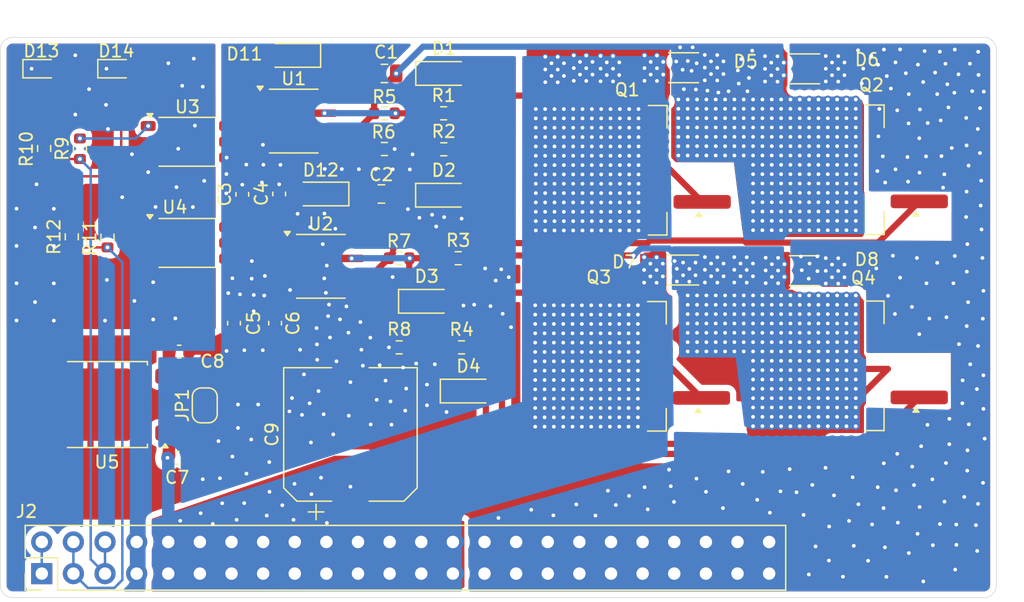
<source format=kicad_pcb>
(kicad_pcb (version 20240108) (generator "pcbnew") (generator_version "8.0")
  (layers (0 "F.Cu" signal) (31 "B.Cu" signal) (34 "B.Paste" user) (35 "F.Paste" user) (36 "B.SilkS" user "B.Silkscreen") (37 "F.SilkS" user "F.Silkscreen") (38 "B.Mask" user) (39 "F.Mask" user) (44 "Edge.Cuts" user))
  (net 0 "")
  (net 1 "GND")
  (net 2 "+12V")
  (net 3 "GNDSig")
  (net 4 "Net-(D14-A)")
  (net 5 "/MD1-1_Card1/Rear-Sig")
  (net 6 "+3.3V")
  (net 7 "/MD1-1_Card1/Foward-Sig")
  (net 8 "Net-(D1-K)")
  (net 9 "Net-(D1-A)")
  (net 10 "Net-(D2-A)")
  (net 11 "Net-(D2-K)")
  (net 12 "Net-(D3-K)")
  (net 13 "Net-(D3-A)")
  (net 14 "Net-(D4-A)")
  (net 15 "Net-(D4-K)")
  (net 16 "Net-(R9-Pad2)")
  (net 17 "Net-(R11-Pad1)")
  (net 18 "Net-(U1-IN)")
  (net 19 "Net-(U2-IN)")
  (net 20 "+Batt")
  (net 21 "Net-(D12-K)")
  (net 22 "Net-(D11-K)")
  (net 23 "Net-(D13-A)")
  (net 24 "OutA")
  (net 25 "OutB")
  (footprint "Resistor_SMD:R_0603_1608Metric" (layer "F.Cu") (at 115.23 66.03)
    (property "Reference" "R6")
    (property "Value" "10kΩ" (hide yes))
  )
  (footprint "Capacitor_SMD:CP_Elec_10x10.5" (layer "F.Cu") (at 112.5025 88.9525 90)
    (property "Reference" "C9")
    (property "Value" "47μF")
  )
  (footprint "Jumper:SolderJumper-2_P1.3mm_Open_RoundedPad1.0x1.5mm" (layer "F.Cu") (at 100.8025 86.62 90)
    (property "Reference" "JP1")
    (property "Value" "24V⇔12V切り替え" (hide yes))
  )
  (footprint "Resistor_SMD:R_0603_1608Metric" (layer "F.Cu") (at 121.16 74.8)
    (property "Reference" "R3")
    (property "Value" "10Ω" (hide yes))
  )
  (footprint "Resistor_SMD:R_MELF_MMB-0207" (layer "F.Cu") (at 139.2725 75.75)
    (property "Reference" "D7")
    (property "Value" "1N4148W" (hide yes))
  )
  (footprint "LED_SMD:LED_0603_1608Metric" (layer "F.Cu") (at 87.685 59.58)
    (property "Reference" "D13")
    (property "Value" "LED")
  )
  (footprint "Resistor_SMD:R_0603_1608Metric" (layer "F.Cu") (at 92.9925 73.105 -90)
    (property "Reference" "R11")
    (property "Value" "1kΩ" (hide yes))
  )
  (footprint "Package_TO_SOT_SMD:TO-263-2" (layer "F.Cu") (at 133.0425 83.48 180)
    (property "Reference" "Q3")
    (property "Value" "NMOS" (hide yes))
  )
  (footprint "Resistor_SMD:R_0603_1608Metric" (layer "F.Cu") (at 119.99 63.16)
    (property "Reference" "R1")
    (property "Value" "10Ω" (hide yes))
  )
  (footprint "Diode_SMD:Nexperia_CFP3_SOD-123W" (layer "F.Cu") (at 118.63 78.26)
    (property "Reference" "D3")
    (property "Value" "1N4148W" (hide yes))
  )
  (footprint "Package_TO_SOT_SMD:TO-263-2" (layer "F.Cu") (at 150.5375 83.44 180)
    (property "Reference" "Q4")
    (property "Value" "NMOS" (hide yes))
  )
  (footprint "Capacitor_SMD:C_0603_1608Metric" (layer "F.Cu") (at 103.82 69.67 90)
    (property "Reference" "C3")
    (property "Value" "0.1μF" (hide yes))
  )
  (footprint "Diode_SMD:Nexperia_CFP3_SOD-123W" (layer "F.Cu") (at 107.85 58.51 180)
    (property "Reference" "D11")
    (property "Value" "1N4148W" (hide yes))
  )
  (footprint "Resistor_SMD:R_0603_1608Metric" (layer "F.Cu") (at 120 66.05)
    (property "Reference" "R2")
    (property "Value" "10Ω" (hide yes))
  )
  (footprint "Package_SO:SOIC-8_3.9x4.9mm_P1.27mm" (layer "F.Cu") (at 107.95 63.785)
    (property "Reference" "U1")
    (property "Value" "IR2302" (hide yes))
  )
  (footprint "Resistor_SMD:R_0603_1608Metric" (layer "F.Cu") (at 116.42 81.96 180)
    (property "Reference" "R8")
    (property "Value" "10kΩ" (hide yes))
  )
  (footprint "Diode_SMD:Nexperia_CFP3_SOD-123W" (layer "F.Cu") (at 121.9825 85.47)
    (property "Reference" "D4")
    (property "Value" "1N4148W" (hide yes))
  )
  (footprint "Capacitor_SMD:C_0603_1608Metric" (layer "F.Cu") (at 103.1525 80.02 90)
    (property "Reference" "C5")
    (property "Value" "0.1μF" (hide yes))
  )
  (footprint "Diode_SMD:Nexperia_CFP3_SOD-123W" (layer "F.Cu") (at 110.1175 69.64 180)
    (property "Reference" "D12")
    (property "Value" "D" (hide yes))
  )
  (footprint "Diode_SMD:Nexperia_CFP3_SOD-123W" (layer "F.Cu") (at 120 69.74)
    (property "Reference" "D2")
    (property "Value" "1N4148W" (hide yes))
  )
  (footprint "Resistor_SMD:R_MELF_MMB-0207" (layer "F.Cu") (at 148.9925 59.59)
    (property "Reference" "D6")
    (property "Value" "1N4148W" (hide yes))
  )
  (footprint "Resistor_SMD:R_0603_1608Metric" (layer "F.Cu") (at 87.9025 65.985 90)
    (property "Reference" "R10")
    (property "Value" "1kΩ" (hide yes))
  )
  (footprint "Package_TO_SOT_SMD:TO-252-2" (layer "F.Cu") (at 92.8875 86.555 180)
    (property "Reference" "U5")
    (property "Value" "L7812" (hide yes))
  )
  (footprint "Resistor_SMD:R_MELF_MMB-0207" (layer "F.Cu") (at 148.9525 75.8)
    (property "Reference" "D8")
    (property "Value" "1N4148W" (hide yes))
  )
  (footprint "Resistor_SMD:R_MELF_MMB-0207" (layer "F.Cu") (at 139.2625 59.5)
    (property "Reference" "D5")
    (property "Value" "1N4148W" (hide yes))
  )
  (footprint "Package_TO_SOT_SMD:TO-263-2" (layer "F.Cu") (at 150.5425 67.695 180)
    (property "Reference" "Q2")
    (property "Value" "NMOS" (hide yes))
  )
  (footprint "Resistor_SMD:R_0603_1608Metric" (layer "F.Cu") (at 115.23 63.16 180)
    (property "Reference" "R5")
    (property "Value" "10kΩ" (hide yes))
  )
  (footprint "Resistor_SMD:R_0603_1608Metric" (layer "F.Cu") (at 116.41 74.8 180)
    (property "Reference" "R7")
    (property "Value" "10kΩ" (hide yes))
  )
  (footprint "Capacitor_SMD:C_0603_1608Metric" (layer "F.Cu") (at 106.78 69.635 90)
    (property "Reference" "C4")
    (property "Value" "0.1μF" (hide yes))
  )
  (footprint "Package_TO_SOT_SMD:TO-263-2" (layer "F.Cu") (at 133.1025 67.735 180)
    (property "Reference" "Q1")
    (property "Value" "NMOS" (hide yes))
  )
  (footprint "Capacitor_SMD:C_0603_1608Metric" (layer "F.Cu") (at 106.4525 80.02 90)
    (property "Reference" "C6")
    (property "Value" "0.1μF" (hide yes))
  )
  (footprint "Package_SO:SO-5-6_4.55x3.7mm_P1.27mm" (layer "F.Cu") (at 99.41 65.4475)
    (property "Reference" "U3")
    (property "Value" "TLP152" (hide yes))
  )
  (footprint "Package_SO:SO-5-6_4.55x3.7mm_P1.27mm" (layer "F.Cu") (at 99.41 73.57)
    (property "Reference" "U4")
    (property "Value" "TLP152")
  )
  (footprint "Diode_SMD:Nexperia_CFP3_SOD-123W" (layer "F.Cu") (at 120.0125 59.96)
    (property "Reference" "D1")
    (property "Value" "1N4148W" (hide yes))
  )
  (footprint "Capacitor_SMD:C_0603_1608Metric" (layer "F.Cu") (at 98.5825 90.83)
    (property "Reference" "C7")
    (property "Value" "0.33μF" (hide yes))
  )
  (footprint "Package_SO:SOIC-8_3.9x4.9mm_P1.27mm" (layer "F.Cu") (at 110.13 75.45)
    (property "Reference" "U2")
    (property "Value" "IR2302")
  )
  (footprint "LED_SMD:LED_0603_1608Metric" (layer "F.Cu") (at 93.6975 59.58)
    (property "Reference" "D14")
    (property "Value" "LED")
  )
  (footprint "Capacitor_SMD:C_0805_2012Metric" (layer "F.Cu") (at 114.99 69.64)
    (property "Reference" "C2")
    (property "Value" "10μF" (hide yes))
  )
  (footprint "Capacitor_SMD:C_0805_2012Metric" (layer "F.Cu") (at 115.23 59.96)
    (property "Reference" "C1")
    (property "Value" "10μF" (hide yes))
  )
  (footprint "Resistor_SMD:R_0603_1608Metric" (layer "F.Cu") (at 90.1225 73.08 90)
    (property "Reference" "R12")
    (property "Value" "1kΩ" (hide yes))
  )
  (footprint "Capacitor_SMD:C_0603_1608Metric" (layer "F.Cu") (at 98.7525 82.3)
    (property "Reference" "C8")
    (property "Value" "0.1μF" (hide yes))
  )
  (footprint "Resistor_SMD:R_0603_1608Metric" (layer "F.Cu") (at 121.43 81.96)
    (property "Reference" "R4")
    (property "Value" "10Ω" (hide yes))
  )
  (footprint "Resistor_SMD:R_0603_1608Metric" (layer "F.Cu") (at 90.7775 66.005 90)
    (property "Reference" "R9")
    (property "Value" "1kΩ" (hide yes))
  )
  (footprint "Connector_PinHeader_2.54mm:PinHeader_2x24_P2.54mm_Vertical" (layer "F.Cu") (at 87.7125 100.13 90)
    (property "Reference" "J2")
    (property "Value" "Conn_02x24_Counter_Clockwise" (hide yes))
  )
  (gr_arc (start 85.3825 102.06) (mid 84.675393 101.767107) (end 84.3825 101.06) (stroke (width 0.05)) (layer "Edge.Cuts"))
  (gr_arc (start 84.3825 58.06) (mid 84.675393 57.352893) (end 85.3825 57.06) (stroke (width 0.05)) (layer "Edge.Cuts"))
  (gr_line (start 163.3825 102.06) (end 85.3825 102.06) (stroke (width 0.05)) (layer "Edge.Cuts"))
  (gr_arc (start 164.3825 101.06) (mid 164.089607 101.767107) (end 163.3825 102.06) (stroke (width 0.05)) (layer "Edge.Cuts"))
  (gr_line (start 84.3825 101.06) (end 84.3825 58.06) (stroke (width 0.05)) (layer "Edge.Cuts"))
  (gr_line (start 85.3825 57.06) (end 163.3825 57.06) (stroke (width 0.05)) (layer "Edge.Cuts"))
  (gr_arc (start 163.3825 57.06) (mid 164.089607 57.352893) (end 164.3825 58.06) (stroke (width 0.05)) (layer "Edge.Cuts"))
  (gr_line (start 164.3825 58.06) (end 164.3825 101.06) (stroke (width 0.05)) (layer "Edge.Cuts"))
  (via (at 100.6425 92.55) (size 0.6) (drill 0.3) (layers "F.Cu" "B.Cu") (net 1))
  (via (at 162.7425 96.24) (size 0.6) (drill 0.3) (layers "F.Cu" "B.Cu") (net 1))
  (via (at 152.8425 92.39) (size 0.6) (drill 0.3) (layers "F.Cu" "B.Cu") (net 1))
  (via (at 155.4325 98.02) (size 0.6) (drill 0.3) (layers "F.Cu" "B.Cu") (net 1))
  (via (at 147.0425 93.52) (size 0.6) (drill 0.3) (layers "F.Cu" "B.Cu") (net 1))
  (via (at 115.595 81.96) (size 0.5) (drill 0.3) (layers "F.Cu" "B.Cu") (net 1))
  (via (at 124.6125 75.69) (size 0.6) (drill 0.3) (layers "F.Cu" "B.Cu") (net 1))
  (via (at 163.0625 66.35) (size 0.6) (drill 0.3) (layers "F.Cu" "B.Cu") (net 1))
  (via (at 151.6825 76.84) (size 0.5) (drill 0.3) (layers "F.Cu" "B.Cu") (net 1))
  (via (at 156.4225 90.51) (size 0.6) (drill 0.3) (layers "F.Cu" "B.Cu") (net 1))
  (via (at 149.3125 76.44) (size 0.6) (drill 0.3) (layers "F.Cu" "B.Cu") (net 1))
  (via (at 105.5125 67.29) (size 0.6) (drill 0.3) (layers "F.Cu" "B.Cu") (net 1))
  (via (at 158.2225 94.78) (size 0.6) (drill 0.3) (layers "F.Cu" "B.Cu") (net 1))
  (via (at 157.2425 66.67) (size 0.6) (drill 0.3) (layers "F.Cu" "B.Cu") (net 1))
  (via (at 145.6225 91.96) (size 0.6) (drill 0.3) (layers "F.Cu" "B.Cu") (net 1))
  (via (at 157.6025 78.71) (size 0.6) (drill 0.3) (layers "F.Cu" "B.Cu") (net 1))
  (via (at 108.2625 71.23) (size 0.6) (drill 0.3) (layers "F.Cu" "B.Cu") (net 1))
  (via (at 140.2925 92.5) (size 0.6) (drill 0.3) (layers "F.Cu" "B.Cu") (net 1))
  (via (at 154.8525 93.19) (size 0.6) (drill 0.3) (layers "F.Cu" "B.Cu") (net 1))
  (via (at 147.7825 91.74) (size 0.6) (drill 0.3) (layers "F.Cu" "B.Cu") (net 1))
  (via (at 161.9925 65.74) (size 0.6) (drill 0.3) (layers "F.Cu" "B.Cu") (net 1))
  (via (at 157.7725 93.02) (size 0.6) (drill 0.3) (layers "F.Cu" "B.Cu") (net 1))
  (via (at 163.2625 74.78) (size 0.6) (drill 0.3) (layers "F.Cu" "B.Cu") (net 1))
  (via (at 158.7325 66.62) (size 0.6) (drill 0.3) (layers "F.Cu" "B.Cu") (net 1))
  (via (at 105.475 65.69) (size 0.6) (drill 0.3) (layers "F.Cu" "B.Cu") (net 1))
  (via (at 108.6125 87.38) (size 0.6) (drill 0.3) (layers "F.Cu" "B.Cu") (net 1))
  (via (at 161.9525 71.49) (size 0.6) (drill 0.3) (layers "F.Cu" "B.Cu") (net 1))
  (via (at 156.0725 74.6) (size 0.6) (drill 0.3) (layers "F.Cu" "B.Cu") (net 1))
  (via (at 162.8925 64.42) (size 0.6) (drill 0.3) (layers "F.Cu" "B.Cu") (net 1))
  (via (at 155.3425 91.27) (size 0.6) (drill 0.3) (layers "F.Cu" "B.Cu") (net 1))
  (via (at 161.3825 81.7) (size 0.6) (drill 0.3) (layers "F.Cu" "B.Cu") (net 1))
  (via (at 150.9525 96.35) (size 0.6) (drill 0.3) (layers "F.Cu" "B.Cu") (net 1))
  (via (at 104.5725 76.44) (size 0.6) (drill 0.3) (layers "F.Cu" "B.Cu") (net 1))
  (via (at 133.1825 93.47) (size 0.6) (drill 0.3) (layers "F.Cu" "B.Cu") (net 1))
  (via (at 136.1325 93.19) (size 0.6) (drill 0.3) (layers "F.Cu" "B.Cu") (net 1))
  (via (at 152.1825 76.33) (size 0.5) (drill 0.3) (layers "F.Cu" "B.Cu") (net 1))
  (via (at 132.1825 95.47) (size 0.6) (drill 0.3) (layers "F.Cu" "B.Cu") (net 1))
  (via (at 150.6825 60.6) (size 0.5) (drill 0.3) (layers "F.Cu" "B.Cu") (net 1))
  (via (at 160.6125 87.7) (size 0.6) (drill 0.3) (layers "F.Cu" "B.Cu") (net 1))
  (via (at 118.6525 86.61) (size 0.6) (drill 0.3) (layers "F.Cu" "B.Cu") (net 1))
  (via (at 155.3525 58.04) (size 0.6) (drill 0.3) (layers "F.Cu" "B.Cu") (net 1))
  (via (at 110.7825 78.52) (size 0.6) (drill 0.3) (layers "F.Cu" "B.Cu") (net 1))
  (via (at 154.9825 62.81) (size 0.6) (drill 0.3) (layers "F.Cu" "B.Cu") (net 1))
  (via (at 149.6025 93.01) (size 0.6) (drill 0.3) (layers "F.Cu" "B.Cu") (net 1))
  (via (at 150.0125 75.84) (size 0.6) (drill 0.3) (layers "F.Cu" "B.Cu") (net 1))
  (via (at 162.1125 78.33) (size 0.6) (drill 0.3) (layers "F.Cu" "B.Cu") (net 1))
  (via (at 109.9425 85.47) (size 0.6) (drill 0.3) (layers "F.Cu" "B.Cu") (net 1))
  (via (at 118.0425 71.55) (size 0.6) (drill 0.3) (layers "F.Cu" "B.Cu") (net 1))
  (via (at 116.055 66.03) (size 0.5) (drill 0.3) (layers "F.Cu" "B.Cu") (net 1))
  (via (at 110.7125 79.45) (size 0.6) (drill 0.3) (layers "F.Cu" "B.Cu") (net 1))
  (via (at 162.9125 81.85) (size 0.6) (drill 0.3) (layers "F.Cu" "B.Cu") (net 1))
  (via (at 158.1925 65.165) (size 0.6) (drill 0.3) (layers "F.Cu" "B.Cu") (net 1))
  (via (at 161.1725 97.82) (size 0.6) (drill 0.3) (layers "F.Cu" "B.Cu") (net 1))
  (via (at 110.6025 75.39) (size 0.6) (drill 0.3) (layers "F.Cu" "B.Cu") (net 1))
  (via (at 106.78 68.86) (size 0.6) (drill 0.3) (layers "F.Cu" "B.Cu") (net 1))
  (via (at 125.2225 76.32) (size 0.6) (drill 0.3) (layers "F.Cu" "B.Cu") (net 1))
  (via (at 162.8225 85.31) (size 0.6) (drill 0.3) (layers "F.Cu" "B.Cu") (net 1))
  (via (at 115.3225 84.63) (size 0.6) (drill 0.3) (layers "F.Cu" "B.Cu") (net 1))
  (via (at 149.3225 100.2) (size 0.6) (drill 0.3) (layers "F.Cu" "B.Cu") (net 1))
  (via (at 161.6725 84.61) (size 0.6) (drill 0.3) (layers "F.Cu" "B.Cu") (net 1))
  (via (at 161.9925 69.45) (size 0.6) (drill 0.3) (layers "F.Cu" "B.Cu") (net 1))
  (via (at 103.9825 82.19) (size 0.6) (drill 0.3) (layers "F.Cu" "B.Cu") (net 1))
  (via (at 161.0425 58.04) (size 0.6) (drill 0.3) (layers "F.Cu" "B.Cu") (net 1))
  (via (at 158.2425 62.85) (size 0.6) (drill 0.3) (layers "F.Cu" "B.Cu") (net 1))
  (via (at 151.3425 93.85) (size 0.6) (drill 0.3) (layers "F.Cu" "B.Cu") (net 1))
  (via (at 114.6125 86.17) (size 0.6) (drill 0.3) (layers "F.Cu" "B.Cu") (net 1))
  (via (at 115.8925 76.31) (size 0.6) (drill 0.3) (layers "F.Cu" "B.Cu") (net 1))
  (via (at 159.8525 96.15) (size 0.6) (drill 0.3) (layers "F.Cu" "B.Cu") (net 1))
  (via (at 158.0825 59.25) (size 0.6) (drill 0.3) (layers "F.Cu" "B.Cu") (net 1))
  (via (at 158.1875 80.9) (size 0.6) (drill 0.3) (layers "F.Cu" "B.Cu") (net 1))
  (via (at 159.2425 92.56) (size 0.6) (drill 0.3) (layers "F.Cu" "B.Cu") (net 1))
  (via (at 105.6325 76.22) (size 0.6) (drill 0.3) (layers "F.Cu" "B.Cu") (net 1))
  (via (at 163.1225 70.57) (size 0.6) (drill 0.3) (layers "F.Cu" "B.Cu") (net 1))
  (via (at 117.7825 83.26) (size 0.6) (drill 0.3) (layers "F.Cu" "B.Cu") (net 1))
  (via (at 103.0225 76.41) (size 0.6) (drill 0.3) (layers "F.Cu" "B.Cu") (net 1))
  (via (at 150.6825 58.56) (size 0.5) (drill 0.3) (layers "F.Cu" "B.Cu") (net 1))
  (via (at 151.1825 76.33) (size 0.5) (drill 0.3) (layers "F.Cu" "B.Cu") (net 1))
  (via (at 163.3425 84.2) (size 0.6) (drill 0.3) (layers "F.Cu" "B.Cu") (net 1))
  (via (at 102.56 66.7175) (size 0.6) (drill 0.3) (layers "F.Cu" "B.Cu") (net 1))
  (via (at 110.8625 81.17) (size 0.6) (drill 0.3) (layers "F.Cu" "B.Cu") (net 1))
  (via (at 117.1225 70.86) (size 0.6) (drill 0.3) (layers "F.Cu" "B.Cu") (net 1))
  (via (at 157.2925 68.65) (size 0.6) (drill 0.3) (layers "F.Cu" "B.Cu") (net 1))
  (via (at 159.6325 61.62) (size 0.6) (drill 0.3) (layers "F.Cu" "B.Cu") (net 1))
  (via (at 145.1725 94.2) (size 0.6) (drill 0.3) (layers "F.Cu" "B.Cu") (net 1))
  (via (at 156.6525 58.03) (size 0.6) (drill 0.3) (layers "F.Cu" "B.Cu") (net 1))
  (via (at 148.7525 75.76) (size 0.6) (drill 0.3) (layers "F.Cu" "B.Cu") (net 1))
  (via (at 109.3325 89.6) (size 0.6) (drill 0.3) (layers "F.Cu" "B.Cu") (net 1))
  (via (at 157.6225 91.54) (size 0.6) (drill 0.3) (layers "F.Cu" "B.Cu") (net 1))
  (via (at 154.7425 75.62) (size 0.6) (drill 0.3) (layers "F.Cu" "B.Cu") (net 1))
  (via (at 109.7825 80.41) (size 0.6) (drill 0.3) (layers "F.Cu" "B.Cu") (net 1))
  (via (at 155.6825 77.82) (size 0.6) (drill 0.3) (layers "F.Cu" "B.Cu") (net 1))
  (via (at 159.0025 79.65) (size 0.6) (drill 0.3) (layers "F.Cu" "B.Cu") (net 1))
  (via (at 163.2925 79.66) (size 0.6) (drill 0.3) (layers "F.Cu" "B.Cu") (net 1))
  (via (at 120.0325 71.5) (size 0.6) (drill 0.3) (layers "F.Cu" "B.Cu") (net 1))
  (via (at 104.1525 92.1) (size 0.6) (drill 0.3) (layers "F.Cu" "B.Cu") (net 1))
  (via (at 155.2625 66.62) (size 0.6) (drill 0.3) (layers "F.Cu" "B.Cu") (net 1))
  (via (at 111.1225 88.95) (size 0.6) (drill 0.3) (layers "F.Cu" "B.Cu") (net 1))
  (via (at 162.9125 94.53) (size 0.6) (drill 0.3) (layers "F.Cu" "B.Cu") (net 1))
  (via (at 161.8025 93.97) (size 0.6) (drill 0.3) (layers "F.Cu" "B.Cu") (net 1))
  (via (at 158.8725 63.94) (size 0.6) (drill 0.3) (layers "F.Cu" "B.Cu") (net 1))
  (via (at 156.4225 62.92) (size 0.6) (drill 0.3) (layers "F.Cu" "B.Cu") (net 1))
  (via (at 158.0525 96.93) (size 0.6) (drill 0.3) (layers "F.Cu" "B.Cu") (net 1))
  (via (at 138.2325 93.11) (size 0.6) (drill 0.3) (layers "F.Cu" "B.Cu") (net 1))
  (via (at 104.5825 75.03) (size 0.6) (drill 0.3) (layers "F.Cu" "B.Cu") (net 1))
  (via (at 103.0225 90.73) (size 0.6) (drill 0.3) (layers "F.Cu" "B.Cu") (net 1))
  (via (at 157.3525 98.48) (size 0.6) (drill 0.3) (layers "F.Cu" "B.Cu") (net 1))
  (via (at 123.3225 75.62) (size 0.6) (drill 0.3) (layers "F.Cu" "B.Cu") (net 1))
  (via (at 109.8325 82.96) (size 0.6) (drill 0.3) (layers "F.Cu" "B.Cu") (net 1))
  (via (at 160.8025 65.95) (size 0.6) (drill 0.3) (layers "F.Cu" "B.Cu") (net 1))
  (via (at 105.9825 91.17) (size 0.6) (drill 0.3) (layers "F.Cu" "B.Cu") (net 1))
  (via (at 150.0025 74.65) (size 0.6) (drill 0.3) (layers "F.Cu" "B.Cu") (net 1))
  (via (at 157.3325 63.97) (size 0.6) (drill 0.3) (layers "F.Cu" "B.Cu") (net 1))
  (via (at 159.8425 58.21) (size 0.6) (drill 0.3) (layers "F.Cu" "B.Cu") (net 1))
  (via (at 104.5325 89.36) (size 0.6) (drill 0.3) (layers "F.Cu" "B.Cu") (net 1))
  (via (at 152.1825 60.1) (size 0.5) (drill 0.3) (layers "F.Cu" "B.Cu") (net 1))
  (via (at 163.1625 68.57) (size 0.6) (drill 0.3) (layers "F.Cu" "B.Cu") (net 1))
  (via (at 115.9025 67.66) (size 0.6) (drill 0.3) (layers "F.Cu" "B.Cu") (net 1))
  (via (at 106.8825 67.3) (size 0.6) (drill 0.3) (layers "F.Cu" "B.Cu") (net 1))
  (via (at 116.7325 83.58) (size 0.6) (drill 0.3) (layers "F.Cu" "B.Cu") (net 1))
  (via (at 112.1825 78.67) (size 0.6) (drill 0.3) (layers "F.Cu" "B.Cu") (net 1))
  (via (at 150.6625 91.63) (size 0.6) (drill 0.3) (layers "F.Cu" "B.Cu") (net 1))
  (via (at 158.6225 58.16) (size 0.6) (drill 0.3) (layers "F.Cu" "B.Cu") (net 1))
  (via (at 163.4425 89.29) (size 0.6) (drill 0.3) (layers "F.Cu" "B.Cu") (net 1))
  (via (at 127.0225 95) (size 0.6) (drill 0.3) (layers "F.Cu" "B.Cu") (net 1))
  (via (at 156.2825 59.07) (size 0.6) (drill 0.3) (layers "F.Cu" "B.Cu") (net 1))
  (via (at 149.8625 97.95) (size 0.6) (drill 0.3) (layers "F.Cu" "B.Cu") (net 1))
  (via (at 155.5825 60.17) (size 0.6) (drill 0.3) (layers "F.Cu" "B.Cu") (net 1))
  (via (at 160.3325 91.25) (size 0.6) (drill 0.3) (layers "F.Cu" "B.Cu") (net 1))
  (via (at 103.82 68.895) (size 0.6) (drill 0.3) (layers "F.Cu" "B.Cu") (net 1))
  (via (at 150.6825 75.81) (size 0.5) (drill 0.3) (layers "F.Cu" "B.Cu") (net 1))
  (via (at 162.9525 60.08) (size 0.6) (drill 0.3) (layers "F.Cu" "B.Cu") (net 1))
  (via (at 156.6525 76.36) (size 0.6) (drill 0.3) (layers "F.Cu" "B.Cu") (net 1))
  (via (at 155.5525 100.39) (size 0.6) (drill 0.3) (layers "F.Cu" "B.Cu") (net 1))
  (via (at 119.0625 71.31) (size 0.6) (drill 0.3) (layers "F.Cu" "B.Cu") (net 1))
  (via (at 148.9025 95.42) (size 0.6) (drill 0.3) (layers "F.Cu" "B.Cu") (net 1))
  (via (at 158.0025 74.78) (size 0.6) (drill 0.3) (layers "F.Cu" "B.Cu") (net 1))
  (via (at 108.4625 82.15) (size 0.6) (drill 0.3) (layers "F.Cu" "B.Cu") (net 1))
  (via (at 124.3925 95.66) (size 0.6) (drill 0.3) (layers "F.Cu" "B.Cu") (net 1))
  (via (at 124.1725 76.59) (size 0.6) (drill 0.3) (layers "F.Cu" "B.Cu") (net 1))
  (via (at 153.5725 60.76) (size 0.6) (drill 0.3) (layers "F.Cu" "B.Cu") (net 1))
  (via (at 162.4425 61.38) (size 0.6) (drill 0.3) (layers "F.Cu" "B.Cu") (net 1))
  (via (at 151.6825 58.57) (size 0.5) (drill 0.3) (layers "F.Cu" "B.Cu") (net 1))
  (via (at 158.2125 67.93) (size 0.6) (drill 0.3) (layers "F.Cu" "B.Cu") (net 1))
  (via (at 152.1825 75.31) (size 0.5) (drill 0.3) (layers "F.Cu" "B.Cu") (net 1))
  (via (at 110.4425 67.63) (size 0.6) (drill 0.3) (layers "F.Cu" "B.Cu") (net 1))
  (via (at 159.9725 66.6) (size 0.6) (drill 0.3) (layers "F.Cu" "B.Cu") (net 1))
  (via (at 161.0425 74.62) (size 0.6) (drill 0.3) (layers "F.Cu" "B.Cu") (net 1))
  (via (at 162.0125 75.88) (size 0.6) (drill 0.3) (layers "F.Cu" "B.Cu") (net 1))
  (via (at 104.7425 77.75) (size 0.6) (drill 0.3) (layers "F.Cu" "B.Cu") (net 1))
  (via (at 157.1125 59.94) (size 0.6) (drill 0.3) (layers "F.Cu" "B.Cu") (net 1))
  (via (at 116.9825 85.27) (size 0.6) (drill 0.3) (layers "F.Cu" "B.Cu") (net 1))
  (via (at 154.3325 58.54) (size 0.6) (drill 0.3) (layers "F.Cu" "B.Cu") (net 1))
  (via (at 163.3125 92.84) (size 0.6) (drill 0.3) (layers "F.Cu" "B.Cu") (net 1))
  (via (at 104.1425 67.28) (size 0.6) (drill 0.3) (layers "F.Cu" "B.Cu") (net 1))
  (via (at 117.2725 67.67) (size 0.6) (drill 0.3) (layers "F.Cu" "B.Cu") (net 1))
  (via (at 151.1825 75.31) (size 0.5) (drill 0.3) (layers "F.Cu" "B.Cu") (net 1))
  (via (at 158.7725 76.81) (size 0.6) (drill 0.3) (layers "F.Cu" "B.Cu") (net 1))
  (via (at 102.5325 69.59) (size 0.6) (drill 0.3) (layers "F.Cu" "B.Cu") (net 1))
  (via (at 162.0425 91.86) (size 0.6) (drill 0.3) (layers "F.Cu" "B.Cu") (net 1))
  (via (at 162.0025 80.25) (size 0.6) (drill 0.3) (layers "F.Cu" "B.Cu") (net 1))
  (via (at 156.2825 67.66) (size 0.6) (drill 0.3) (layers "F.Cu" "B.Cu") (net 1))
  (via (at 153.3025 94.56) (size 0.6) (drill 0.3) (layers "F.Cu" "B.Cu") (net 1))
  (via (at 113.3825 82.15) (size 0.6) (drill 0.3) (layers "F.Cu" "B.Cu") (net 1))
  (via (at 102.5525 82.25) (size 0.6) (drill 0.3) (layers "F.Cu" "B.Cu") (net 1))
  (via (at 116.9025 87.04) (size 0.6) (drill 0.3) (layers "F.Cu" "B.Cu") (net 1))
  (via (at 162.1725 88.14) (size 0.6) (drill 0.3) (layers "F.Cu" "B.Cu") (net 1))
  (via (at 117.4925 66.46) (size 0.6) (drill 0.3) (layers "F.Cu" "B.Cu") (net 1))
  (via (at 105.5825 77.8) (size 0.6) (drill 0.3) (layers "F.Cu" "B.Cu") (net 1))
  (via (at 102.6925 77.6) (size 0.6) (drill 0.3) (layers "F.Cu" "B.Cu") (net 1))
  (via (at 152.0625 100.38) (size 0.6) (drill 0.3) (layers "F.Cu" "B.Cu") (net 1))
  (via (at 156.3225 93.44) (size 0.6) (drill 0.3) (layers "F.Cu" "B.Cu") (net 1))
  (via (at 154.4025 96.18) (size 0.6) (drill 0.3) (layers "F.Cu" "B.Cu") (net 1))
  (via (at 159.9125 63.73) (size 0.6) (drill 0.3) (layers "F.Cu" "B.Cu") (net 1))
  (via (at 159.6325 75.17) (size 0.6) (drill 0.3) (layers "F.Cu" "B.Cu") (net 1))
  (via (at 148.6825 74.66) (size 0.6) (drill 0.3) (layers "F.Cu" "B.Cu") (net 1))
  (via (at 162.2825 83.32) (size 0.6) (drill 0.3) (layers "F.Cu" "B.Cu") (net 1))
  (via (at 150.6825 76.83) (size 0.5) (drill 0.3) (layers "F.Cu" "B.Cu") (net 1))
  (via (at 153.6925 59.57) (size 0.6) (drill 0.3) (layers "F.Cu" "B.Cu") (net 1))
  (via (at 163.3425 77.42) (size 0.6) (drill 0.3) (layers "F.Cu" "B.Cu") (net 1))
  (via (at 102.0225 92.47) (size 0.6) (drill 0.3) (layers "F.Cu" "B.Cu") (net 1))
  (via (at 158.8525 88.18) (size 0.6) (drill 0.3) (layers "F.Cu" "B.Cu") (net 1))
  (via (at 111.6625 79.71) (size 0.6) (drill 0.3) (layers "F.Cu" "B.Cu") (net 1))
  (via (at 154.0825 99.1) (size 0.6) (drill 0.3) (layers "F.Cu" "B.Cu") (net 1))
  (via (at 113.5025 83.43) (size 0.6) (drill 0.3) (layers "F.Cu" "B.Cu") (net 1))
  (via (at 102.5425 68.04) (size 0.6) (drill 0.3) (layers "F.Cu" "B.Cu") (net 1))
  (via (at 161.0125 61.51) (size 0.6) (drill 0.3) (layers "F.Cu" "B.Cu") (net 1))
  (via (at 125.4025 80.34) (size 0.6) (drill 0.3) (layers "F.Cu" "B.Cu") (net 1))
  (via (at 163.3725 61.42) (size 0.6) (drill 0.3) (layers "F.Cu" "B.Cu") (net 1))
  (via (at 105.0925 86.55) (size 0.6) (drill 0.3) (layers "F.Cu" "B.Cu") (net 1))
  (via (at 112.5025 84.7525) (size 0.6) (drill 0.3) (layers "F.Cu" "B.Cu") (net 1))
  (via (at 161.9625 63.53) (size 0.6) (drill 0.3) (layers "F.Cu" "B.Cu") (net 1))
  (via (at 152.9325 97.9) (size 0.6) (drill 0.3) (layers "F.Cu" "B.Cu") (net 1))
  (via (at 160.1025 69.13) (size 0.6) (drill 0.3) (layers "F.Cu" "B.Cu") (net 1))
  (via (at 142.8725 91.92) (size 0.6) (drill 0.3) (layers "F.Cu" "B.Cu") (net 1))
  (via (at 160.4425 60.83) (size 0.6) (drill 0.3) (layers "F.Cu" "B.Cu") (net 1))
  (via (at 113.1825 67.65) (size 0.6) (drill 0.3) (layers "F.Cu" "B.Cu") (net 1))
  (via (at 161.6525 86.45) (size 0.6) (drill 0.3) (layers "F.Cu" "B.Cu") (net 1))
  (via (at 158.3425 89.9) (size 0.6) (drill 0.3) (layers "F.Cu" "B.Cu") (net 1))
  (via (at 142.4225 94.87) (size 0.6) (drill 0.3) (layers "F.Cu" "B.Cu") (net 1))
  (via (at 128.8025 95.45) (size 0.6) (drill 0.3) (layers "F.Cu" "B.Cu") (net 1))
  (via (at 118.6525 84.95) (size 0.6) (drill 0.3) (layers "F.Cu" "B.Cu") (net 1))
  (via (at 110.5325 77.58) (size 0.6) (drill 0.3) (layers "F.Cu" "B.Cu") (net 1))
  (via (at 134.8825 93.89) (size 0.6) (drill 0.3) (layers "F.Cu" "B.Cu") (net 1))
  (via (at 161.3425 60.03) (size 0.6) (drill 0.3) (layers "F.Cu" "B.Cu") (net 1))
  (via (at 162.8425 98.31) (size 0.6) (drill 0.3) (layers "F.Cu" "B.Cu") (net 1))
  (via (at 162.0525 73.67) (size 0.6) (drill 0.3) (layers "F.Cu" "B.Cu") (net 1))
  (via (at 130.6425 94.57) (size 0.6) (drill 0.3) (layers "F.Cu" "B.Cu") (net 1))
  (via (at 110.3525 87.33) (size 0.6) (drill 0.3) (layers "F.Cu" "B.Cu") (net 1))
  (via (at 115.8025 88.17) (size 0.6) (drill 0.3) (layers "F.Cu" "B.Cu") (net 1))
  (via (at 162.0625 90.23) (size 0.6) (drill 0.3) (layers "F.Cu" "B.Cu") (net 1))
  (via (at 112.3725 87.45) (size 0.6) (drill 0.3) (layers "F.Cu" "B.Cu") (net 1))
  (via (at 160.2025 68.06) (size 0.6) (drill 0.3) (layers "F.Cu" "B.Cu") (net 1))
  (via (at 150.6825 59.58) (size 0.5) (drill 0.3) (layers "F.Cu" "B.Cu") (net 1))
  (via (at 159.2825 97.85) (size 0.6) (drill 0.3) (layers "F.Cu" "B.Cu") (net 1))
  (via (at 110.4025 76.42) (size 0.6) (drill 0.3) (layers "F.Cu" "B.Cu") (net 1))
  (via (at 111.8125 67.64) (size 0.6) (drill 0.3) (layers "F.Cu" "B.Cu") (net 1))
  (via (at 151.6825 74.8) (size 0.5) (drill 0.3) (layers "F.Cu" "B.Cu") (net 1))
  (via (at 123.7525 78.65) (size 0.6) (drill 0.3) (layers "F.Cu" "B.Cu") (net 1))
  (via (at 160.5325 62.69) (size 0.6) (drill 0.3) (layers "F.Cu" "B.Cu") (net 1))
  (via (at 101.9025 89.49) (size 0.6) (drill 0.3) (layers "F.Cu" "B.Cu") (net 1))
  (via (at 160.2125 94.35) (size 0.6) (drill 0.3) (layers "F.Cu" "B.Cu") (net 1))
  (via (at 138.0925 91.78) (size 0.6) (drill 0.3) (layers "F.Cu" "B.Cu") (net 1))
  (via (at 120.2225 87.15) (size 0.6) (drill 0.3) (layers "F.Cu" "B.Cu") (net 1))
  (via (at 107.6025 87.1) (size 0.6) (drill 0.3) (layers "F.Cu" "B.Cu") (net 1))
  (via (at 163.3425 86.9) (size 0.6) (drill 0.3) (layers "F.Cu" "B.Cu") (net 1))
  (via (at 153.2725 58.1) (size 0.6) (drill 0.3) (layers "F.Cu" "B.Cu") (net 1))
  (via (at 121.5825 78.6) (size 0.6) (drill 0.3) (layers "F.Cu" "B.Cu") (net 1))
  (via (at 111.2925 72.43) (size 0.6) (drill 0.3) (layers "F.Cu" "B.Cu") (net 1))
  (via (at 151.6825 75.82) (size 0.5) (drill 0.3) (layers "F.Cu" "B.Cu") (net 1))
  (via (at 162.2625 59.18) (size 0.6) (drill 0.3) (layers "F.Cu" "B.Cu") (net 1))
  (via (at 114.1325 88.15) (size 0.6) (drill 0.3) (layers "F.Cu" "B.Cu") (net 1))
  (via (at 152.1825 59.08) (size 0.5) (drill 0.3) (layers "F.Cu" "B.Cu") (net 1))
  (via (at 111.3825 83.08) (size 0.6) (drill 0.3) (layers "F.Cu" "B.Cu") (net 1))
  (via (at 115.7225 86.3) (size 0.6) (drill 0.3) (layers "F.Cu" "B.Cu") (net 1))
  (via (at 109.2725 72.3) (size 0.6) (drill 0.3) (layers "F.Cu" "B.Cu") (net 1))
  (via (at 119.3925 72.25) (size 0.6) (drill 0.3) (layers "F.Cu" "B.Cu") (net 1))
  (via (at 158.5025 60.65) (size 0.6) (drill 0.3) (layers "F.Cu" "B.Cu") (net 1))
  (via (at 121.4325 71.62) (size 0.6) (drill 0.3) (layers "F.Cu" "B.Cu") (net 1))
  (via (at 161.0725 99.81) (size 0.6) (drill 0.3) (layers "F.Cu" "B.Cu") (net 1))
  (via (at 105.3925 68.72) (size 0.6) (drill 0.3) (layers "F.Cu" "B.Cu") (net 1))
  (via (at 103.4725 86.55) (size 0.6) (drill 0.3) (layers "F.Cu" "B.Cu") (net 1))
  (via (at 141.0625 93.56) (size 0.6) (drill 0.3) (layers "F.Cu" "B.Cu") (net 1))
  (via (at 160.9325 76.81) (size 0.6) (drill 0.3) (layers "F.Cu" "B.Cu") (net 1))
  (via (at 103.6325 77.7) (size 0.6) (drill 0.3) (layers "F.Cu" "B.Cu") (net 1))
  (via (at 151.1825 60.1) (size 0.5) (drill 0.3) (layers "F.Cu" "B.Cu") (net 1))
  (via (at 163.0725 62.75) (size 0.6) (drill 0.3) (layers "F.Cu" "B.Cu") (net 1))
  (via (at 148.3325 93.6) (size 0.6) (drill 0.3) (layers "F.Cu" "B.Cu") (net 1))
  (via (at 163.1925 72.49) (size 0.6) (drill 0.3) (layers "F.Cu" "B.Cu") (net 1))
  (via (at 119.2825 83.32) (size 0.6) (drill 0.3) (layers "F.Cu" "B.Cu") (net 1))
  (via (at 103.4725 88.43) (size 0.6) (drill 0.3) (layers "F.Cu" "B.Cu") (net 1))
  (via (at 151.1825 59.08) (size 0.5) (drill 0.3) (layers "F.Cu" "B.Cu") (net 1))
  (via (at 113.3025 79.93) (size 0.6) (drill 0.3) (layers "F.Cu" "B.Cu") (net 1))
  (via (at 122.4425 78.53) (size 0.6) (drill 0.3) (layers "F.Cu" "B.Cu") (net 1))
  (via (at 156.4725 96.04) (size 0.6) (drill 0.3) (layers "F.Cu" "B.Cu") (net 1))
  (via (at 133.8225 94.62) (size 0.6) (drill 0.3) (layers "F.Cu" "B.Cu") (net 1))
  (via (at 155.9125 61.17) (size 0.6) (drill 0.3) (layers "F.Cu" "B.Cu") (net 1))
  (via (at 154.8225 67.8) (size 0.6) (drill 0.3) (layers "F.Cu" "B.Cu") (net 1))
  (via (at 107.655 77.355) (size 0.6) (drill 0.3) (layers "F.Cu" "B.Cu") (net 1))
  (via (at 107.8125 86.03) (size 0.6) (drill 0.3) (layers "F.Cu" "B.Cu") (net 1))
  (via (at 152.5525 95.9) (size 0.6) (drill 0.3) (layers "F.Cu" "B.Cu") (net 1))
  (via (at 136.3825 94.97) (size 0.6) (drill 0.3) (layers "F.Cu" "B.Cu") (net 1))
  (via (at 109.8125 81.72) (size 0.6) (drill 0.3) (layers "F.Cu" "B.Cu") (net 1))
  (via (at 161.1625 96.19) (size 0.6) (drill 0.3) (layers "F.Cu" "B.Cu") (net 1))
  (via (at 109.2225 86.45) (size 0.6) (drill 0.3) (layers "F.Cu" "B.Cu") (net 1))
  (via (at 151.6825 59.59) (size 0.5) (drill 0.3) (layers "F.Cu" "B.Cu") (net 1))
  (via (at 124.7325 79.26) (size 0.6) (drill 0.3) (layers "F.Cu" "B.Cu") (net 1))
  (via (at 114.5325 67.65) (size 0.6) (drill 0.3) (layers "F.Cu" "B.Cu") (net 1))
  (via (at 104.7325 79.06) (size 0.6) (drill 0.3) (layers "F.Cu" "B.Cu") (net 1))
  (via (at 144.0125 92.93) (size 0.6) (drill 0.3) (layers "F.Cu" "B.Cu") (net 1))
  (via (at 105.4625 82.19) (size 0.6) (drill 0.3) (layers "F.Cu" "B.Cu") (net 1))
  (via (at 154.8825 59.26) (size 0.6) (drill 0.3) (layers "F.Cu" "B.Cu") (net 1))
  (via (at 160.6025 89.74) (size 0.6) (drill 0.3) (layers "F.Cu" "B.Cu") (net 1))
  (via (at 160.3725 79.54) (size 0.6) (drill 0.3) (layers "F.Cu" "B.Cu") (net 1))
  (via (at 151.6825 60.61) (size 0.5) (drill 0.3) (layers "F.Cu" "B.Cu") (net 1))
  (via (at 146.1925 95.24) (size 0.6) (drill 0.3) (layers "F.Cu" "B.Cu") (net 1))
  (via (at 149.3825 75.23) (size 0.6) (drill 0.3) (layers "F.Cu" "B.Cu") (net 1))
  (via (at 162.1525 67.36) (size 0.6) (drill 0.3) (layers "F.Cu" "B.Cu") (net 1))
  (via (at 150.6825 74.79) (size 0.5) (drill 0.3) (layers "F.Cu" "B.Cu") (net 1))
  (via (at 114.8525 83.39) (size 0.6) (drill 0.3) (layers "F.Cu" "B.Cu") (net 1))
  (via (at 155.3225 94.87) (size 0.6) (drill 0.3) (layers "F.Cu" "B.Cu") (net 1))
  (via (at 138.4925 94.37) (size 0.6) (drill 0.3) (layers "F.Cu" "B.Cu") (net 1))
  (via (at 157.3525 61.62) (size 0.6) (drill 0.3) (layers "F.Cu" "B.Cu") (net 1))
  (via (at 108.7725 84.13) (size 0.6) (drill 0.3) (layers "F.Cu" "B.Cu") (net 1))
  (via (at 155.4525 68.72) (size 0.6) (drill 0.3) (layers "F.Cu" "B.Cu") (net 1))
  (via (at 110.2825 73.67) (size 0.6) (drill 0.3) (layers "F.Cu" "B.Cu") (net 1))
  (via (at 156.2325 79.28) (size 0.6) (drill 0.3) (layers "F.Cu" "B.Cu") (net 1))
  (via (at 114.1025 81.18) (size 0.6) (drill 0.3) (layers "F.Cu" "B.Cu") (net 1))
  (via (at 158.5125 100.76) (size 0.6) (drill 0.3) (layers "F.Cu" "B.Cu") (net 1))
  (via (at 159.4625 59.89) (size 0.6) (drill 0.3) (layers "F.Cu" "B.Cu") (net 1))
  (via (at 160.2925 59.18) (size 0.6) (drill 0.3) (layers "F.Cu" "B.Cu") (net 1))
  (via (at 110.4125 71.21) (size 0.6) (drill 0.3) (layers "F.Cu" "B.Cu") (net 1))
  (via (at 162.9225 58.22) (size 0.6) (drill 0.3) (layers "F.Cu" "B.Cu") (net 1))
  (via (at 150.9325 99.08) (size 0.6) (drill 0.3) (layers "F.Cu" "B.Cu") (net 1))
  (via (at 154.9125 65.01) (size 0.6) (drill 0.3) (layers "F.Cu" "B.Cu") (net 1))
  (via (at 112.3425 80.78) (size 0.6) (drill 0.3) (layers "F.Cu" "B.Cu") (net 1))
  (segment (start 108.7175 69.64) (end 107.55 69.64) (width 0.5) (layer "F.Cu") (net 2))
  (segment (start 106.449999 64.42) (end 106.9225 64.42) (width 0.5) (layer "F.Cu") (net 2))
  (segment (start 107.55 69.64) (end 106.78 70.41) (width 0.5) (layer "F.Cu") (net 2))
  (segment (start 107.3125 64.03) (end 107.3125 62.53) (width 0.5) (layer "F.Cu") (net 2))
  (segment (start 106.745 70.445) (end 106.78 70.41) (width 0.5) (layer "F.Cu") (net 2))
  (segment (start 109.08 76.535001) (end 109.08 79.3825) (width 0.5) (layer "F.Cu") (net 2))
  (segment (start 100.8025 85.21) (end 99.8675 84.275) (width 1) (layer "F.Cu") (net 2))
  (segment (start 102.56 64.100052) (end 104.780052 61.88) (width 0.5) (layer "F.Cu") (net 2))
  (segment (start 107.655 73.545) (end 106.41 72.3) (width 0.5) (layer "F.Cu") (net 2))
  (segment (start 101.2425 84.58) (end 104.6125 84.58) (width 1) (layer "F.Cu") (net 2))
  (segment (start 99.8675 84.275) (end 97.9275 84.275) (width 1) (layer "F.Cu") (net 2))
  (segment (start 106.449999 64.42) (end 108.7175 66.687501) (width 0.5) (layer "F.Cu") (net 2))
  (segment (start 107.3125 62.53) (end 106.6625 61.88) (width 0.5) (layer "F.Cu") (net 2))
  (segment (start 109.08 79.3825) (end 107.6675 80.795) (width 0.5) (layer "F.Cu") (net 2))
  (segment (start 97.9275 84.275) (end 97.9275 82.35) (width 1) (layer "F.Cu") (net 2))
  (segment (start 103.82 71.04) (end 102.56 72.3) (width 0.5) (layer "F.Cu") (net 2))
  (segment (start 106.4525 82.74) (end 106.4525 80.795) (width 0.5) (layer "F.Cu") (net 2))
  (segment (start 108.7175 66.687501) (end 108.7175 69.64) (width 0.5) (layer "F.Cu") (net 2))
  (segment (start 108.629999 76.085) (end 109.08 76.535001) (width 0.5) (layer "F.Cu") (net 2))
  (segment (start 109.08 74.412316) (end 108.212684 73.545) (width 0.5) (layer "F.Cu") (net 2))
  (segment (start 106.41 72.3) (end 102.56 72.3) (width 0.5) (layer "F.Cu") (net 2))
  (segment (start 100.8025 85.97) (end 100.8025 85.21) (width 1) (layer "F.Cu") (net 2))
  (segment (start 104.780052 61.88) (end 105.475 61.88) (width 0.5) (layer "F.Cu") (net 2))
  (segment (start 100.8025 85.02) (end 101.2425 84.58) (width 1) (layer "F.Cu") (net 2))
  (segment (start 102.56 64.1775) (end 102.56 64.100052) (width 0.5) (layer "F.Cu") (net 2))
  (segment (start 105.475 61.88) (end 105.475 59.485) (width 0.5) (layer "F.Cu") (net 2))
  (segment (start 106.6625 61.88) (end 105.475 61.88) (width 0.5) (layer "F.Cu") (net 2))
  (segment (start 103.82 70.445) (end 106.745 70.445) (width 0.5) (layer "F.Cu") (net 2))
  (segment (start 106.4525 80.795) (end 103.1525 80.795) (width 0.5) (layer "F.Cu") (net 2))
  (segment (start 104.6125 84.58) (end 106.4525 82.74) (width 1) (layer "F.Cu") (net 2))
  (segment (start 100.8025 85.97) (end 100.8025 85.02) (width 1) (layer "F.Cu") (net 2))
  (segment (start 103.82 70.445) (end 103.82 71.04) (width 0.5) (layer "F.Cu") (net 2))
  (segment (start 105.475 64.42) (end 106.449999 64.42) (width 0.5) (layer "F.Cu") (net 2))
  (segment (start 106.9225 64.42) (end 107.3125 64.03) (width 0.5) (layer "F.Cu") (net 2))
  (segment (start 97.9275 82.35) (end 97.9775 82.3) (width 1) (layer "F.Cu") (net 2))
  (segment (start 109.08 75.634999) (end 109.08 74.412316) (width 0.5) (layer "F.Cu") (net 2))
  (segment (start 107.6675 80.795) (end 106.4525 80.795) (width 0.5) (layer "F.Cu") (net 2))
  (segment (start 108.212684 73.545) (end 107.655 73.545) (width 0.5) (layer "F.Cu") (net 2))
  (segment (start 107.655 76.085) (end 108.629999 76.085) (width 0.5) (layer "F.Cu") (net 2))
  (segment (start 108.629999 76.085) (end 109.08 75.634999) (width 0.5) (layer "F.Cu") (net 2))
  (segment (start 105.475 59.485) (end 106.45 58.51) (width 0.5) (layer "F.Cu") (net 2))
  (via (at 86.8975 59.58) (size 0.6) (drill 0.3) (layers "F.Cu" "B.Cu") (net 3))
  (via (at 85.6825 70.82) (size 0.6) (drill 0.3) (layers "F.Cu" "B.Cu") (net 3))
  (via (at 94.9525 66.45) (size 0.6) (drill 0.3) (layers "F.Cu" "B.Cu") (net 3))
  (via (at 98.5325 69.09) (size 0.6) (drill 0.3) (layers "F.Cu" "B.Cu") (net 3))
  (via (at 95.1525 78.23) (size 0.6) (drill 0.3) (layers "F.Cu" "B.Cu") (net 3))
  (via (at 85.6825 76.81) (size 0.6) (drill 0.3) (layers "F.Cu" "B.Cu") (net 3))
  (via (at 91.5125 61.22) (size 0.6) (drill 0.3) (layers "F.Cu" "B.Cu") (net 3))
  (via (at 96.8525 70.68) (size 0.6) (drill 0.3) (layers "F.Cu" "B.Cu") (net 3))
  (via (at 92.8725 62.48) (size 0.6) (drill 0.3) (layers "F.Cu" "B.Cu") (net 3))
  (via (at 97.879402 59.136951) (size 0.6) (drill 0.3) (layers "F.Cu" "B.Cu") (net 3))
  (via (at 96.6625 76.73) (size 0.6) (drill 0.3) (layers "F.Cu" "B.Cu") (net 3))
  (via (at 85.6825 79.8) (size 0.6) (drill 0.3) (layers "F.Cu" "B.Cu") (net 3))
  (via (at 94.1725 69.9) (size 0.6) (drill 0.3) (layers "F.Cu" "B.Cu") (net 3))
  (via (at 98.4425 79.63) (size 0.6) (drill 0.3) (layers "F.Cu" "B.Cu") (net 3))
  (via (at 100.7625 68.59) (size 0.6) (drill 0.3) (layers "F.Cu" "B.Cu") (net 3))
  (via (at 87.2925 68.86) (size 0.6) (drill 0.3) (layers "F.Cu" "B.Cu") (net 3))
  (via (at 87.1725 78.32) (size 0.6) (drill 0.3) (layers "F.Cu" "B.Cu") (net 3))
  (via (at 98.9925 60.95) (size 0.6) (drill 0.3) (layers "F.Cu" "B.Cu") (net 3))
  (via (at 88.6825 70.83) (size 0.6) (drill 0.3) (layers "F.Cu" "B.Cu") (net 3))
  (via (at 100.0125 64.15) (size 0.6) (drill 0.3) (layers "F.Cu" "B.Cu") (net 3))
  (via (at 96.6625 79.72) (size 0.6) (drill 0.3) (layers "F.Cu" "B.Cu") (net 3))
  (via (at 96.2625 67.8875) (size 0.6) (drill 0.3) (layers "F.Cu" "B.Cu") (net 3))
  (via (at 92.7925 79.81) (size 0.6) (drill 0.3) (layers "F.Cu" "B.Cu") (net 3))
  (via (at 99.9225 58.77) (size 0.6) (drill 0.3) (layers "F.Cu" "B.Cu") (net 3))
  (via (at 90.4025 63.26) (size 0.6) (drill 0.3) (layers "F.Cu" "B.Cu") (net 3))
  (via (at 92.9425 76.54) (size 0.6) (drill 0.3) (layers "F.Cu" "B.Cu") (net 3))
  (via (at 88.6825 76.82) (size 0.6) (drill 0.3) (layers "F.Cu" "B.Cu") (net 3))
  (via (at 87.1725 72.33) (size 0.6) (drill 0.3) (layers "F.Cu" "B.Cu") (net 3))
  (via (at 92.91 59.58) (size 0.6) (drill 0.3) (layers "F.Cu" "B.Cu") (net 3))
  (via (at 88.6825 79.81) (size 0.6) (drill 0.3) (layers "F.Cu" "B.Cu") (net 3))
  (via (at 93.0325 64.42) (size 0.6) (drill 0.3) (layers "F.Cu" "B.Cu") (net 3))
  (via (at 88.6825 73.82) (size 0.6) (drill 0.3) (layers "F.Cu" "B.Cu") (net 3))
  (via (at 85.6825 73.81) (size 0.6) (drill 0.3) (layers "F.Cu" "B.Cu") (net 3))
  (via (at 100.6425 61.02) (size 0.6) (drill 0.3) (layers "F.Cu" "B.Cu") (net 3))
  (via (at 90.4025 58.5) (size 0.6) (drill 0.3) (layers "F.Cu" "B.Cu") (net 3))
  (via (at 99.8525 70.69) (size 0.6) (drill 0.3) (layers "F.Cu" "B.Cu") (net 3))
  (via (at 98.6725 66.01) (size 0.6) (drill 0.3) (layers "F.Cu" "B.Cu") (net 3))
  (segment (start 95.3325 100.13) (end 95.3325 97.59) (width 0.2) (layer "B.Cu") (net 3))
  (segment (start 90.9025 68.22) (end 92.6325 68.22) (width 0.2) (layer "F.Cu") (net 4))
  (segment (start 94.0925 66.76) (end 94.0925 59.9725) (width 0.2) (layer "F.Cu") (net 4))
  (segment (start 90.1225 72.255) (end 90.1225 69) (width 0.2) (layer "F.Cu") (net 4))
  (segment (start 94.0925 59.9725) (end 94.485 59.58) (width 0.2) (layer "F.Cu") (net 4))
  (segment (start 90.1225 69) (end 90.9025 68.22) (width 0.2) (layer "F.Cu") (net 4))
  (segment (start 92.6325 68.22) (end 94.0925 66.76) (width 0.2) (layer "F.Cu") (net 4))
  (segment (start 90.1475 73.93) (end 90.1225 73.905) (width 0.2) (layer "F.Cu") (net 5))
  (segment (start 92.9925 73.93) (end 90.1475 73.93) (width 0.2) (layer "F.Cu") (net 5))
  (segment (start 90.7125 97.13) (end 90.2525 97.59) (width 0.2) (layer "F.Cu") (net 5))
  (via (at 92.9925 73.93) (size 0.6) (drill 0.3) (layers "F.Cu" "B.Cu") (net 5))
  (segment (start 90.7775 97.065) (end 90.2525 97.59) (width 0.2) (layer "B.Cu") (net 5))
  (segment (start 92.7925 74.13) (end 92.9925 73.93) (width 0.2) (layer "B.Cu") (net 5))
  (segment (start 90.2525 97.59) (end 90.2525 100.13) (width 0.2) (layer "B.Cu") (net 5))
  (segment (start 90.2525 100.13) (end 91.4025 101.28) (width 0.2) (layer "B.Cu") (net 5))
  (segment (start 94.1825 75.12) (end 92.9925 73.93) (width 0.2) (layer "B.Cu") (net 5))
  (segment (start 91.4025 101.28) (end 93.5425 101.28) (width 0.2) (layer "B.Cu") (net 5))
  (segment (start 93.5425 101.28) (end 94.1825 100.64) (width 0.2) (layer "B.Cu") (net 5))
  (segment (start 94.1825 100.64) (end 94.1825 75.12) (width 0.2) (layer "B.Cu") (net 5))
  (segment (start 87.7125 97.59) (end 87.7125 100.13) (width 0.2) (layer "B.Cu") (net 6))
  (segment (start 90.7775 66.83) (end 87.9225 66.83) (width 0.2) (layer "F.Cu") (net 7))
  (segment (start 87.9225 66.83) (end 87.9025 66.81) (width 0.2) (layer "F.Cu") (net 7))
  (via (at 90.7775 66.83) (size 0.6) (drill 0.3) (layers "F.Cu" "B.Cu") (net 7))
  (segment (start 92.7925 100.13) (end 91.6425 98.98) (width 0.2) (layer "B.Cu") (net 7))
  (segment (start 92.4625 97.26) (end 92.7925 97.59) (width 0.2) (layer "B.Cu") (net 7))
  (segment (start 91.6425 98.98) (end 91.6425 67.695) (width 0.2) (layer "B.Cu") (net 7))
  (segment (start 92.7925 100.13) (end 92.7925 97.59) (width 0.2) (layer "B.Cu") (net 7))
  (segment (start 91.6425 67.695) (end 90.7775 66.83) (width 0.2) (layer "B.Cu") (net 7))
  (segment (start 119.165 60.5125) (end 118.6125 59.96) (width 0.5) (layer "F.Cu") (net 8))
  (segment (start 116.055 63.16) (end 116.1225 63.16) (width 0.5) (layer "F.Cu") (net 8))
  (segment (start 119.165 63.16) (end 119.165 60.5125) (width 0.5) (layer "F.Cu") (net 8))
  (segment (start 116.1225 63.16) (end 119.165 63.16) (width 0.5) (layer "F.Cu") (net 8))
  (via (at 110.425 63.15) (size 0.6) (drill 0.3) (layers "F.Cu" "B.Cu") (net 8))
  (via (at 116.1225 63.16) (size 0.6) (drill 0.3) (layers "F.Cu" "B.Cu") (net 8))
  (segment (start 116.1225 63.16) (end 116.1125 63.15) (width 0.5) (layer "B.Cu") (net 8))
  (segment (start 116.1125 63.15) (end 110.425 63.15) (width 0.5) (layer "B.Cu") (net 8))
  (segment (start 121.4125 59.96) (end 123.1925 61.74) (width 0.5) (layer "F.Cu") (net 9))
  (segment (start 121.4125 62.5625) (end 120.815 63.16) (width 0.5) (layer "F.Cu") (net 9))
  (segment (start 137.4125 62.948122) (end 137.4125 66.935) (width 0.5) (layer "F.Cu") (net 9))
  (segment (start 121.4125 59.96) (end 121.4125 62.5625) (width 0.5) (layer "F.Cu") (net 9))
  (segment (start 123.1925 61.74) (end 136.204378 61.74) (width 0.5) (layer "F.Cu") (net 9))
  (segment (start 136.204378 61.74) (end 137.4125 62.948122) (width 0.5) (layer "F.Cu") (net 9))
  (segment (start 137.4125 66.935) (end 140.7525 70.275) (width 0.5) (layer "F.Cu") (net 9))
  (segment (start 125.245 73.585) (end 136.349378 73.585) (width 0.5) (layer "F.Cu") (net 10))
  (segment (start 144.295622 73.545) (end 154.8925 73.545) (width 0.5) (layer "F.Cu") (net 10))
  (segment (start 136.349378 73.585) (end 136.554378 73.38) (width 0.5) (layer "F.Cu") (net 10))
  (segment (start 120.825 66.05) (end 120.825 69.165) (width 0.5) (layer "F.Cu") (net 10))
  (segment (start 154.8925 73.545) (end 158.1925 70.245) (width 0.5) (layer "F.Cu") (net 10))
  (segment (start 136.554378 73.38) (end 144.130622 73.38) (width 0.5) (layer "F.Cu") (net 10))
  (segment (start 144.130622 73.38) (end 144.295622 73.545) (width 0.5) (layer "F.Cu") (net 10))
  (segment (start 121.4 69.74) (end 125.245 73.585) (width 0.5) (layer "F.Cu") (net 10))
  (segment (start 120.825 69.165) (end 121.4 69.74) (width 0.5) (layer "F.Cu") (net 10))
  (segment (start 118.23 65.105) (end 119.175 66.05) (width 0.5) (layer "F.Cu") (net 11))
  (segment (start 115.33 65.105) (end 118.23 65.105) (width 0.5) (layer "F.Cu") (net 11))
  (segment (start 114.405 66.03) (end 110.765 66.03) (width 0.5) (layer "F.Cu") (net 11))
  (segment (start 119.175 69.165) (end 118.6 69.74) (width 0.5) (layer "F.Cu") (net 11))
  (segment (start 110.765 66.03) (end 110.425 65.69) (width 0.5) (layer "F.Cu") (net 11))
  (segment (start 119.175 66.05) (end 119.175 69.165) (width 0.5) (layer "F.Cu") (net 11))
  (segment (start 114.405 66.03) (end 115.33 65.105) (width 0.5) (layer "F.Cu") (net 11))
  (segment (start 117.23 74.805) (end 117.235 74.8) (width 0.5) (layer "F.Cu") (net 12))
  (segment (start 117.235 74.8) (end 117.2625 74.8) (width 0.5) (layer "F.Cu") (net 12))
  (segment (start 117.2625 74.8) (end 120.335 74.8) (width 0.5) (layer "F.Cu") (net 12))
  (segment (start 117.23 78.26) (end 117.23 74.805) (width 0.5) (layer "F.Cu") (net 12))
  (via (at 117.2625 74.8) (size 0.6) (drill 0.3) (layers "F.Cu" "B.Cu") (net 12))
  (via (at 112.605 74.815) (size 0.6) (drill 0.3) (layers "F.Cu" "B.Cu") (net 12))
  (segment (start 117.2625 74.8) (end 112.62 74.8) (width 0.5) (layer "B.Cu") (net 12))
  (segment (start 112.62 74.8) (end 112.605 74.815) (width 0.5) (layer "B.Cu") (net 12))
  (segment (start 121.985 74.8) (end 121.985 76.305) (width 0.5) (layer "F.Cu") (net 13))
  (segment (start 140.6925 86.02) (end 136.6925 82.02) (width 0.5) (layer "F.Cu") (net 13))
  (segment (start 121.985 76.6225) (end 121.985 74.8) (width 0.5) (layer "F.Cu") (net 13))
  (segment (start 121.985 76.305) (end 120.03 78.26) (width 0.5) (layer "F.Cu") (net 13))
  (segment (start 136.229378 77.57) (end 122.9325 77.57) (width 0.5) (layer "F.Cu") (net 13))
  (segment (start 136.6925 82.02) (end 136.6925 78.033122) (width 0.5) (layer "F.Cu") (net 13))
  (segment (start 136.6925 78.033122) (end 136.229378 77.57) (width 0.5) (layer "F.Cu") (net 13))
  (segment (start 122.9325 77.57) (end 121.985 76.6225) (width 0.5) (layer "F.Cu") (net 13))
  (segment (start 125.1225 90.52) (end 153.6475 90.52) (width 0.5) (layer "F.Cu") (net 14))
  (segment (start 122.255 84.3425) (end 123.3825 85.47) (width 0.5) (layer "F.Cu") (net 14))
  (segment (start 122.255 81.96) (end 122.255 84.3425) (width 0.5) (layer "F.Cu") (net 14))
  (segment (start 123.3825 88.78) (end 125.1225 90.52) (width 0.5) (layer "F.Cu") (net 14))
  (segment (start 153.6475 90.52) (end 158.1875 85.98) (width 0.5) (layer "F.Cu") (net 14))
  (segment (start 123.3825 85.47) (end 123.3825 88.78) (width 0.5) (layer "F.Cu") (net 14))
  (segment (start 117.21 81.96) (end 117.245 81.96) (width 0.5) (layer "F.Cu") (net 15))
  (segment (start 120.5825 81.9825) (end 120.605 81.96) (width 0.5) (layer "F.Cu") (net 15))
  (segment (start 120.5825 85.47) (end 120.5825 81.9825) (width 0.5) (layer "F.Cu") (net 15))
  (segment (start 112.605 77.355) (end 117.21 81.96) (width 0.5) (layer "F.Cu") (net 15))
  (segment (start 117.245 81.96) (end 120.605 81.96) (width 0.5) (layer "F.Cu") (net 15))
  (via (at 96.26 64.1775) (size 0.6) (drill 0.3) (layers "F.Cu" "B.Cu") (net 16))
  (via (at 90.7775 65.18) (size 0.6) (drill 0.3) (layers "F.Cu" "B.Cu") (net 16))
  (segment (start 96.26 64.1775) (end 95.2575 65.18) (width 0.2) (layer "B.Cu") (net 16))
  (segment (start 95.2575 65.18) (end 90.7775 65.18) (width 0.2) (layer "B.Cu") (net 16))
  (segment (start 92.9925 72.28) (end 96.24 72.28) (width 0.2) (layer "F.Cu") (net 17))
  (segment (start 96.24 72.28) (end 96.26 72.3) (width 0.2) (layer "F.Cu") (net 17))
  (segment (start 104.500001 63.15) (end 103.61 64.040001) (width 0.5) (layer "F.Cu") (net 18))
  (segment (start 103.61 64.65228) (end 102.81478 65.4475) (width 0.5) (layer "F.Cu") (net 18))
  (segment (start 105.475 63.15) (end 104.500001 63.15) (width 0.5) (layer "F.Cu") (net 18))
  (segment (start 103.61 64.040001) (end 103.61 64.65228) (width 0.5) (layer "F.Cu") (net 18))
  (segment (start 102.81478 65.4475) (end 102.56 65.4475) (width 0.5) (layer "F.Cu") (net 18))
  (segment (start 107.655 74.815) (end 105.428161 74.815) (width 0.5) (layer "F.Cu") (net 19))
  (segment (start 104.183161 73.57) (end 102.56 73.57) (width 0.5) (layer "F.Cu") (net 19))
  (segment (start 105.428161 74.815) (end 104.183161 73.57) (width 0.5) (layer "F.Cu") (net 19))
  (segment (start 118.1925 100.13) (end 118.1925 97.59) (width 1.2) (layer "F.Cu") (net 20))
  (segment (start 97.8725 97.59) (end 120.7325 97.59) (width 1.2) (layer "F.Cu") (net 20))
  (segment (start 97.9275 90.71) (end 97.8075 90.83) (width 1) (layer "F.Cu") (net 20))
  (segment (start 100.8025 87.85) (end 100.8025 87.27) (width 1) (layer "F.Cu") (net 20))
  (segment (start 97.9275 88.835) (end 97.9275 90.71) (width 1) (layer "F.Cu") (net 20))
  (segment (start 113.1125 100.13) (end 113.1125 97.59) (width 1.2) (layer "F.Cu") (net 20))
  (segment (start 102.9525 100.13) (end 102.9525 97.59) (width 1.2) (layer "F.Cu") (net 20))
  (segment (start 97.8725 88.89) (end 97.9275 88.835) (width 1) (layer "F.Cu") (net 20))
  (segment (start 115.6525 97.59) (end 115.6525 100.13) (width 1.2) (layer "F.Cu") (net 20))
  (segment (start 97.8725 100.13) (end 97.8725 97.59) (width 1.2) (layer "F.Cu") (net 20))
  (segment (start 120.7325 97.59) (end 120.7325 100.13) (width 1.2) (layer "F.Cu") (net 20))
  (segment (start 110.5725 97.59) (end 110.5725 100.13) (width 1.2) (layer "F.Cu") (net 20))
  (segment (start 98.1125 97.35) (end 97.8725 97.59) (width 1.2) (layer "F.Cu") (net 20))
  (segment (start 99.8175 88.835) (end 100.8025 87.85) (width 1) (layer "F.Cu") (net 20))
  (segment (start 101.1025 97.59) (end 97.8725 97.59) (width 1) (layer "F.Cu") (net 20))
  (segment (start 108.0325 100.13) (end 108.0325 97.59) (width 1.2) (layer "F.Cu") (net 20))
  (segment (start 105.4925 97.59) (end 105.4925 100.13) (width 1.2) (layer "F.Cu") (net 20))
  (segment (start 100.4125 97.59) (end 100.4125 100.13) (width 1.2) (layer "F.Cu") (net 20))
  (segment (start 97.9275 88.835) (end 99.8175 88.835) (width 1) (layer "F.Cu") (net 20))
  (segment (start 120.7325 100.13) (end 97.8725 100.13) (width 1.2) (layer "F.Cu") (net 20))
  (via (at 132.6425 68.07) (size 0.5) (drill 0.3) (layers "F.Cu" "B.Cu") (net 20))
  (via (at 127.3925 68.82) (size 0.5) (drill 0.3) (layers "F.Cu" "B.Cu") (net 20))
  (via (at 134.8925 66.57) (size 0.5) (drill 0.3) (layers "F.Cu" "B.Cu") (net 20))
  (via (at 133.3425 88.33) (size 0.5) (drill 0.3) (layers "F.Cu" "B.Cu") (net 20))
  (via (at 130.3425 87.58) (size 0.5) (drill 0.3) (layers "F.Cu" "B.Cu") (net 20))
  (via (at 129.6425 68.82) (size 0.5) (drill 0.3) (layers "F.Cu" "B.Cu") (net 20))
  (via (at 128.0925 80.08) (size 0.5) (drill 0.3) (layers "F.Cu" "B.Cu") (net 20))
  (via (at 133.3925 67.32) (size 0.5) (drill 0.3) (layers "F.Cu" "B.Cu") (net 20))
  (via (at 131.0925 81.58) (size 0.5) (drill 0.3) (layers "F.Cu" "B.Cu") (net 20))
  (via (at 131.0925 78.58) (size 0.5) (drill 0.3) (layers "F.Cu" "B.Cu") (net 20))
  (via (at 134.0925 88.33) (size 0.5) (drill 0.3) (layers "F.Cu" "B.Cu") (net 20))
  (via (at 131.8925 63.57) (size 0.5) (drill 0.3) (layers "F.Cu" "B.Cu") (net 20))
  (via (at 131.0925 87.58) (size 0.5) (drill 0.3) (layers "F.Cu" "B.Cu") (net 20))
  (via (at 128.6525 59.14) (size 0.5) (drill 0.3) (layers "F.Cu" "B.Cu") (net 20))
  (via (at 135.5925 79.33) (size 0.5) (drill 0.3) (layers "F.Cu" "B.Cu") (net 20))
  (via (at 130.3425 88.33) (size 0.5) (drill 0.3) (layers "F.Cu" "B.Cu") (net 20))
  (via (at 133.3925 65.07) (size 0.5) (drill 0.3) (layers "F.Cu" "B.Cu") (net 20))
  (via (at 133.3425 86.08) (size 0.5) (drill 0.3) (layers "F.Cu" "B.Cu") (net 20))
  (via (at 134.8925 68.07) (size 0.5) (drill 0.3) (layers "F.Cu" "B.Cu") (net 20))
  (via (at 131.9425 60.05) (size 0.5) (drill 0.3) (layers "F.Cu" "B.Cu") (net 20))
  (via (at 128.0925 85.33) (size 0.5) (drill 0.3) (layers "F.Cu" "B.Cu") (net 20))
  (via (at 128.8925 68.82) (size 0.5) (drill 0.3) (layers "F.Cu" "B.Cu") (net 20))
  (via (at 128.1425 67.32) (size 0.5) (drill 0.3) (layers "F.Cu" "B.Cu") (net 20))
  (via (at 132.6425 67.32) (size 0.5) (drill 0.3) (layers "F.Cu" "B.Cu") (net 20))
  (via (at 130.9425 59.03) (size 0.5) (drill 0.3) (layers "F.Cu" "B.Cu") (net 20))
  (via (at 128.8925 66.57) (size 0.5) (drill 0.3) (layers "F.Cu" "B.Cu") (net 20))
  (via (at 128.1425 65.07) (size 0.5) (drill 0.3) (layers "F.Cu" "B.Cu") (net 20))
  (via (at 134.1425 65.82) (size 0.5) (drill 0.3) (layers "F.Cu" "B.Cu") (net 20))
  (via (at 135.6425 66.57) (size 0.5) (drill 0.3) (layers "F.Cu" "B.Cu") (net 20))
  (via (at 134.1425 68.07) (size 0.5) (drill 0.3) (layers "F.Cu" "B.Cu") (net 20))
  (via (at 129.5925 78.58) (size 0.5) (drill 0.3) (layers "F.Cu" "B.Cu") (net 20))
  (via (at 137.1225 58.52) (size 0.5) (drill 0.3) (layers "F.Cu" "B.Cu") (net 20))
  (via (at 128.0925 88.33) (size 0.5) (drill 0.3) (layers "F.Cu" "B.Cu") (net 20))
  (via (at 131.8425 81.58) (size 0.5) (drill 0.3) (layers "F.Cu" "B.Cu") (net 20))
  (via (at 130.3425 83.83) (size 0.5) (drill 0.3) (layers "F.Cu" "B.Cu") (net 20))
  (via (at 128.8425 86.08) (size 0.5) (drill 0.3) (layers "F.Cu" "B.Cu") (net 20))
  (via (at 131.8925 62.82) (size 0.5) (drill 0.3) (layers "F.Cu" "B.Cu") (net 20))
  (via (at 134.0925 80.83) (size 0.5) (drill 0.3) (layers "F.Cu" "B.Cu") (net 20))
  (via (at 100.4725 95.28) (size 0.6) (drill 0.3) (layers "F.Cu" "B.Cu") (net 20))
  (via (at 128.0925 78.58) (size 0.5) (drill 0.3) (layers "F.Cu" "B.Cu") (net 20))
  (via (at 135.5925 85.33) (size 0.5) (drill 0.3) (layers "F.Cu" "B.Cu") (net 20))
  (via (at 131.1425 69.57) (size 0.5) (drill 0.3) (layers "F.Cu" "B.Cu") (net 20))
  (via (at 131.8925 66.57) (size 0.5) (drill 0.3) (layers "F.Cu" "B.Cu") (net 20))
  (via (at 130.3925 62.82) (size 0.5) (drill 0.3) (layers "F.Cu" "B.Cu") (net 20))
  (via (at 136.5925 75.24) (size 0.5) (drill 0.3) (layers "F.Cu" "B.Cu") (net 20))
  (via (at 130.4425 60.55) (size 0.5) (drill 0.3) (layers "F.Cu" "B.Cu") (net 20))
  (via (at 129.6425 70.32) (size 0.5) (drill 0.3) (layers "F.Cu" "B.Cu") (net 20))
  (via (at 134.1425 65.07) (size 0.5) (drill 0.3) (layers "F.Cu" "B.Cu") (net 20))
  (via (at 129.5925 80.83) (size 0.5) (drill 0.3) (layers "F.Cu" "B.Cu") (net 20))
  (via (at 128.8425 82.33) (size 0.5) (drill 0.3) (layers "F.Cu" "B.Cu") (net 20))
  (via (at 135.5925 83.08) (size 0.5) (drill 0.3) (layers "F.Cu" "B.Cu") (net 20))
  (via (at 134.0925 86.83) (size 0.5) (drill 0.3) (layers "F.Cu" "B.Cu") (net 20))
  (via (at 131.8925 70.32) (size 0.5) (drill 0.3) (layers "F.Cu" "B.Cu") (net 20))
  (via (at 109.3725 93.75) (size 0.6) (drill 0.3) (layers "F.Cu" "B.Cu") (net 20))
  (via (at 129.6425 69.57) (size 0.5) (drill 0.3) (layers "F.Cu" "B.Cu") (net 20))
  (via (at 127.3425 87.58) (size 0.5) (drill 0.3) (layers "F.Cu" "B.Cu") (net 20))
  (via (at 133.3425 84.58) (size 0.5) (drill 0.3) (layers "F.Cu" "B.Cu") (net 20))
  (via (at 137.0925 74.73) (size 0.5) (drill 0.3) (layers "F.Cu" "B.Cu") (net 20))
  (via (at 134.8425 88.33) (size 0.5) (drill 0.3) (layers "F.Cu" "B.Cu") (net 20))
  (via (at 133.3425 80.08) (size 0.5) (drill 0.3) (layers "F.Cu" "B.Cu") (net 20))
  (via (at 134.1425 72.57) (size 0.5) (drill 0.3) (layers "F.Cu" "B.Cu") (net 20))
  (via (at 132.6425 63.57) (size 0.5) (drill 0.3) (layers "F.Cu" "B.Cu") (net 20))
  (via (at 130.3925 66.57) (size 0.5) (drill 0.3) (layers "F.Cu" "B.Cu") (net 20))
  (via (at 129.5925 87.58) (size 0.5) (drill 0.3) (layers "F.Cu" "B.Cu") (net 20))
  (via (at 135.5925 86.08) (size 0.5) (drill 0.3) (layers "F.Cu" "B.Cu") (net 20))
  (via (at 133.3425 86.83) (size 0.5) (drill 0.3) (layers "F.Cu" "B.Cu") (net 20))
  (via (at 134.8425 86.83) (size 0.5) (drill 0.3) (layers "F.Cu" "B.Cu") (net 20))
  (via (at 131.8425 78.58) (size 0.5) (drill 0.3) (layers "F.Cu" "B.Cu") (net 20))
  (via (at 134.1425 71.07) (size 0.5) (drill 0.3) (layers "F.Cu" "B.Cu") (net 20))
  (via (at 132.6425 71.82) (size 0.5) (drill 0.3) (layers "F.Cu" "B.Cu") (net 20))
  (via (at 137.1225 59.54) (size 0.5) (drill 0.3) (layers "F.Cu" "B.Cu") (net 20))
  (via (at 134.1425 70.32) (size 0.5) (drill 0.3) (layers "F.Cu" "B.Cu") (net 20))
  (via (at 132.5925 79.33) (size 0.5) (drill 0.3) (layers "F.Cu" "B.Cu") (net 20))
  (via (at 134.1425 71.82) (size 0.5) (drill 0.3) (layers "F.Cu" "B.Cu") (net 20))
  (via (at 135.5925 80.83) (size 0.5) (drill 0.3) (layers "F.Cu" "B.Cu") (net 20))
  (via (at 128.1425 69.57) (size 0.5) (drill 0.3) (layers "F.Cu" "B.Cu") (net 20))
  (via (at 135.6425 65.07) (size 0.5) (drill 0.3) (layers "F.Cu" "B.Cu") (net 20))
  (via (at 127.3925 66.57) (size 0.5) (drill 0.3) (layers "F.Cu" "B.Cu") (net 20))
  (via (at 135.5925 83.83) (size 0.5) (drill 0.3) (layers "F.Cu" "B.Cu") (net 20))
  (via (at 132.6425 70.32) (size 0.5) (drill 0.3) (layers "F.Cu" "B.Cu") (net 20))
  (via (at 129.5925 80.08) (size 0.5) (drill 0.3) (layers "F.Cu" "B.Cu") (net 20))
  (via (at 130.3425 79.33) (size 0.5) (drill 0.3) (layers "F.Cu" "B.Cu") (net 20))
  (via (at 130.3425 83.08) (size 0.5) (drill 0.3) (layers "F.Cu" "B.Cu") (net 20))
  (via (at 130.3925 65.07) (size 0.5) (drill 0.3) (layers "F.Cu" "B.Cu") (net 20))
  (via (at 134.1425 64.32) (size 0.5) (drill 0.3) (layers "F.Cu" "B.Cu") (net 20))
  (via (at 131.1425 70.32) (size 0.5) (drill 0.3) (layers "F.Cu" "B.Cu") (net 20))
  (via (at 130.3925 68.07) (size 0.5) (drill 0.3) (layers "F.Cu" "B.Cu") (net 20))
  (via (at 127.3925 62.82) (size 0.5) (drill 0.3) (layers "F.Cu" "B.Cu") (net 20))
  (via (at 134.1425 68.82) (size 0.5) (drill 0.3) (layers "F.Cu" "B.Cu") (net 20))
  (via (at 135.6425 70.32) (size 0.5) (drill 0.3) (layers "F.Cu" "B.Cu") (net 20))
  (via (at 132.6425 71.07) (size 0.5) (drill 0.3) (layers "F.Cu" "B.Cu") (net 20))
  (via (at 133.3425 83.83) (size 0.5) (drill 0.3) (layers "F.Cu" "B.Cu") (net 20))
  (via (at 133.3425 85.33) (size 0.5) (drill 0.3) (layers "F.Cu" "B.Cu") (net 20))
  (via (at 131.9425 59.03) (size 0.5) (drill 0.3) (layers "F.Cu" "B.Cu") (net 20))
  (via (at 128.8425 83.83) (size 0.5) (drill 0.3) (layers "F.Cu" "B.Cu") (net 20))
  (via (at 127.3925 72.57) (size 0.5) (drill 0.3) (layers "F.Cu" "B.Cu") (net 20))
  (via (at 110.1425 92.43) (size 0.6) (drill 0.3) (layers "F.Cu" "B.Cu") (net 20))
  (via (at 129.6425 63.57) (size 0.5) (drill 0.3) (layers "F.Cu" "B.Cu") (net 20))
  (via (at 133.3925 63.57) (size 0.5) (drill 0.3) (layers "F.Cu" "B.Cu") (net 20))
  (via (at 134.8425 82.33) (size 0.5) (drill 0.3) (layers "F.Cu" "B.Cu") (net 20))
  (via (at 128.8925 68.07) (size 0.5) (drill 0.3) (layers "F.Cu" "B.Cu") (net 20))
  (via (at 135.5925 86.83) (size 0.5) (drill 0.3) (layers "F.Cu" "B.Cu") (net 20))
  (via (at 105.7825 95.47) (size 0.6) (drill 0.3) (layers "F.Cu" "B.Cu") (net 20))
  (via (at 129.6425 65.82) (size 0.5) (drill 0.3) (layers "F.Cu" "B.Cu") (net 20))
  (via (at 128.8425 80.83) (size 0.5) (drill 0.3) (layers "F.Cu" "B.Cu") (net 20))
  (via (at 131.8425 84.58) (size 0.5) (drill 0.3) (layers "F.Cu" "B.Cu") (net 20))
  (via (at 135.6425 67.32) (size 0.5) (drill 0.3) (layers "F.Cu" "B.Cu") (net 20))
  (via (at 129.5925 84.58) (size 0.5) (drill 0.3) (layers "F.Cu" "B.Cu") (net 20))
  (via (at 127.3425 88.33) (size 0.5) (drill 0.3) (layers "F.Cu" "B.Cu") (net 20))
  (via (at 135.6425 71.07) (size 0.5) (drill 0.3) (layers "F.Cu" "B.Cu") (net 20))
  (via (at 131.0925 88.33) (size 0.5) (drill 0.3) (layers "F.Cu" "B.Cu") (net 20))
  (via (at 131.1425 66.57) (size 0.5) (drill 0.3) (layers "F.Cu" "B.Cu") (net 20))
  (via (at 127.3425 81.58) (size 0.5) (drill 0.3) (layers "F.Cu" "B.Cu") (net 20))
  (via (at 135.5925 81.58) (size 0.5) (drill 0.3) (layers "F.Cu" "B.Cu") (net 20))
  (via (at 130.3425 86.83) (size 0.5) (drill 0.3) (layers "F.Cu" "B.Cu") (net 20))
  (via (at 133.3425 80.83) (size 0.5) (drill 0.3) (layers "F.Cu" "B.Cu") (net 20))
  (via (at 128.1425 68.07) (size 0.5) (drill 0.3) (layers "F.Cu" "B.Cu") (net 20))
  (via (at 135.6425 64.32) (size 0.5) (drill 0.3) (layers "F.Cu" "B.Cu") (net 20))
  (via (at 133.0925 59.07) (size 0.5) (drill 0.3) (layers "F.Cu" "B.Cu") (net 20))
  (via (at 128.1525 60.66) (size 0.5) (drill 0.3) (layers "F.Cu" "B.Cu") (net 20))
  (via (at 130.3925 71.07) (size 0.5) (drill 0.3) (layers "F.Cu" "B.Cu") (net 20))
  (via (at 133.3925 68.82) (size 0.5) (drill 0.3) (layers "F.Cu" "B.Cu") (net 20))
  (via (at 128.1525 59.64) (size 0.5) (drill 0.3) (layers "F.Cu" "B.Cu") (net 20))
  (via (at 134.8925 64.32) (size 0.5) (drill 0.3) (layers "F.Cu" "B.Cu") (net 20))
  (via (at 134.0925 80.08) (size 0.5) (drill 0.3) (layers "F.Cu" "B.Cu") (net 20))
  (via (at 131.4425 59.54) (size 0.5) (drill 0.3) (layers "F.Cu" "B.Cu") (net 20))
  (via (at 136.1225 59.53) (size 0.5) (drill 0.3) (layers "F.Cu" "B.Cu") (net 20))
  (via (at 132.6425 62.82) (size 0.5) (drill 0.3) (layers "F.Cu" "B.Cu") (net 20))
  (via (at 131.0925 80.08) (size 0.5) (drill 0.3) (layers "F.Cu" "B.Cu") (net 20))
  (via (at 131.8925 67.32) (size 0.5) (drill 0.3) (layers "F.Cu" "B.Cu") (net 20))
  (via (at 129.5925 79.33) (size 0.5) (drill 0.3) (layers "F.Cu" "B.Cu") (net 20))
  (via (at 128.1525 58.62) (size 0.5) (drill 0.3) (layers "F.Cu" "B.Cu") (net 20))
  (via (at 135.6425 62.82) (size 0.5) (drill 0.3) (layers "F.Cu" "B.Cu") (net 20))
  (via (at 133.3925 71.07) (size 0.5) (drill 0.3) (layers "F.Cu" "B.Cu") (net 20))
  (via (at 127.3425 80.83) (size 0.5) (drill 0.3) (layers "F.Cu" "B.Cu") (net 20))
  (via (at 133.3925 64.32) (size 0.5) (drill 0.3) (layers "F.Cu" "B.Cu") (net 20))
  (via (at 131.4425 60.56) (size 0.5) (drill 0.3) (layers "F.Cu" "B.Cu") (net 20))
  (via (at 127.3925 65.07) (size 0.5) (drill 0.3) (layers "F.Cu" "B.Cu") (net 20))
  (via (at 132.6425 72.57) (size 0.5) (drill 0.3) (layers "F.Cu" "B.Cu") (net 20))
  (via (at 132.6425 65.07) (size 0.5) (drill 0.3) (layers "F.Cu" "B.Cu") (net 20))
  (via (at 134.8925 68.82) (size 0.5) (drill 0.3) (layers "F.Cu" "B.Cu") (net 20))
  (via (at 130.3925 67.32) (size 0.5) (drill 0.3) (layers "F.Cu" "B.Cu") (net 20))
  (via (at 133.3425 83.08) (size 0.5) (drill 0.3) (layers "F.Cu" "B.Cu") (net 20))
  (via (at 133.3425 78.58) (size 0.5) (drill 0.3) (layers "F.Cu" "B.Cu") (net 20))
  (via (at 127.3925 64.32) (size 0.5) (drill 0.3) (layers "F.Cu" "B.Cu") (net 20))
  (via (at 134.8425 81.58) (size 0.5) (drill 0.3) (layers "F.Cu" "B.Cu") (net 20))
  (via (at 128.0925 87.58) (size 0.5) (drill 0.3) (layers "F.Cu" "B.Cu") (net 20))
  (via (at 108.0125 92.92) (size 0.6) (drill 0.3) (layers "F.Cu" "B.Cu") (net 20))
  (via (at 131.0925 82.33) (size 0.5) (drill 0.3) (layers "F.Cu" "B.Cu") (net 20))
  (via (at 129.6425 66.57) (size 0.5) (drill 0.3) (layers "F.Cu" "B.Cu") (net 20))
  (via (at 128.8425 83.08) (size 0.5) (drill 0.3) (layers "F.Cu" "B.Cu") (net 20))
  (via (at 134.8425 85.33) (size 0.5) (drill 0.3) (layers "F.Cu" "B.Cu") (net 20))
  (via (at 134.8425 79.33) (size 0.5) (drill 0.3) (layers "F.Cu" "B.Cu") (net 20))
  (via (at 128.8425 78.58) (size 0.5) (drill 0.3) (layers "F.Cu" "B.Cu") (net 20))
  (via (at 128.8925 65.07) (size 0.5) (drill 0.3) (layers "F.Cu" "B.Cu") (net 20))
  (via (at 134.8425 84.58) (size 0.5) (drill 0.3) (layers "F.Cu" "B.Cu") (net 20))
  (via (at 128.6525 60.16) (size 0.5) (drill 0.3) (layers "F.Cu" "B.Cu") (net 20))
  (via (at 131.8425 87.58) (size 0.5) (drill 0.3) (layers "F.Cu" "B.Cu") (net 20))
  (via (at 134.8925 62.82) (size 0.5) (drill 0.3) (layers "F.Cu" "B.Cu") (net 20))
  (via (at 129.5925 85.33) (size 0.5) (drill 0.3) (layers "F.Cu" "B.Cu") (net 20))
  (via (at 133.3925 69.57) (size 0.5) (drill 0.3) (layers "F.Cu" "B.Cu") (net 20))
  (via (at 127.3425 82.33) (size 0.5) (drill 0.3) (layers "F.Cu" "B.Cu") (net 20))
  (via (at 130.3425 78.58) (size 0.5) (drill 0.3) (layers "F.Cu" "B.Cu") (net 20))
  (via (at 134.8425 86.08) (size 0.5) (drill 0.3) (layers "F.Cu" "B.Cu") (net 20))
  (via (at 131.0925 79.33) (size 0.5) (drill 0.3) (layers "F.Cu" "B.Cu") (net 20))
  (via (at 137.6225 60.05) (size 0.5) (drill 0.3) (layers "F.Cu" "B.Cu") (net 20))
  (via (at 131.4425 58.52) (size 0.5) (drill 0.3) (layers "F.Cu" "B.Cu") (net 20))
  (via (at 130.3425 86.08) (size 0.5) (drill 0.3) (layers "F.Cu" "B.Cu") (net 20))
  (via (at 133.3425 81.58) (size 0.5) (drill 0.3) (layers "F.Cu" "B.Cu") (net 20))
  (via (at 130.3925 64.32) (size 0.5) (drill 0.3) (layers "F.Cu" "B.Cu") (net 20))
  (via (at 133.3425 87.58) (size 0.5) (drill 0.3) (layers "F.Cu" "B.Cu") (net 20))
  (via (at 98.8325 95.89) (size 0.6) (drill 0.3) (layers "F.Cu" "B.Cu") (net 20))
  (via (at 129.6425 62.82) (size 0.5) (drill 0.3) (layers "F.Cu" "B.Cu") (net 20))
  (via (at 128.8925 65.82) (size 0.5) (drill 0.3) (layers "F.Cu" "B.Cu") (net 20))
  (via (at 127.3425 83.83) (size 0.5) (drill 0.3) (layers "F.Cu" "B.Cu") (net 20))
  (via (at 134.0925 84.58) (size 0.5) (drill 0.3) (layers "F.Cu" "B.Cu") (net 20))
  (via (at 136.1225 58.51) (size 0.5) (drill 0.3) (layers "F.Cu" "B.Cu") (net 20))
  (via (at 128.8425 84.58) (size 0.5) (drill 0.3) (layers "F.Cu" "B.Cu") (net 20))
  (via (at 136.0925 76.76) (size 0.5) (drill 0.3) (layers "F.Cu" "B.Cu") (net 20))
  (via (at 129.5925 88.33) (size 0.5) (drill 0.3) (layers "F.Cu" "B.Cu") (net 20))
  (via (at 133.3425 82.33) (size 0.5) (drill 0.3) (layers "F.Cu" "B.Cu") (net 20))
  (via (at 132.5925 84.58) (size 0.5) (drill 0.3) (layers "F.Cu" "B.Cu") (net 20))
  (via (at 130.3925 71.82) (size 0.5) (drill 0.3) (layers "F.Cu" "B.Cu") (net 20))
  (via (at 131.0925 86.08) (size 0.5) (drill 0.3) (layers "F.Cu" "B.Cu") (net 20))
  (via (at 131.8925 71.82) (size 0.5) (drill 0.3) (layers "F.Cu" "B.Cu") (net 20))
  (via (at 127.3925 68.07) (size 0.5) (drill 0.3) (layers "F.Cu" "B.Cu") (net 20))
  (via (at 127.3925 69.57) (size 0.5) (drill 0.3) (layers "F.Cu" "B.Cu") (net 20))
  (via (at 131.1425 65.07) (size 0.5) (drill 0.3) (layers "F.Cu" "B.Cu") (net 20))
  (via (at 133.3925 68.07) (size 0.5) (drill 0.3) (layers "F.Cu" "B.Cu") (net 20))
  (via (at 135.5925 80.08) (size 0.5) (drill 0.3) (layers "F.Cu" "B.Cu") (net 20))
  (via (at 132.5925 85.33) (size 0.5) (drill 0.3) (layers "F.Cu" "B.Cu") (net 20))
  (via (at 132.5925 60.59) (size 0.5) (drill 0.3) (layers "F.Cu" "B.Cu") (net 20))
  (via (at 134.1425 66.57) (size 0.5) (drill 0.3) (layers "F.Cu" "B.Cu") (net 20))
  (via (at 134.8925 72.57) (size 0.5) (drill 0.3) (layers "F.Cu" "B.Cu") (net 20))
  (via (at 131.1425 72.57) (size 0.5) (drill 0.3) (layers "F.Cu" "B.Cu") (net 20))
  (via (at 132.5925 80.08) (size 0.5) (drill 0.3) (layers "F.Cu" "B.Cu") (net 20))
  (via (at 128.8925 62.82) (size 0.5) (drill 0.3) (layers "F.Cu" "B.Cu") (net 20))
  (via (at 129.6425 68.07) (size 0.5) (drill 0.3) (layers "F.Cu" "B.Cu") (net 20))
  (via (at 130.3925 68.82) (size 0.5) (drill 0.3) (layers "F.Cu" "B.Cu") (net 20))
  (via (at 131.0925 84.58) (size 0.5) (drill 0.3) (layers "F.Cu" "B.Cu") (net 20))
  (via (at 129.5925 82.33) (size 0.5) (drill 0.3) (layers "F.Cu" "B.Cu") (net 20))
  (via (at 129.6525 59.14) (size 0.5) (drill 0.3) (layers "F.Cu" "B.Cu") (net 20))
  (via (at 134.8425 87.58) (size 0.5) (drill 0.3) (layers "F.Cu" "B.Cu") (net 20))
  (via (at 129.6425 65.07) (size 0.5) (drill 0.3) (layers "F.Cu" "B.Cu") (net 20))
  (via (at 128.0925 86.83) (size 0.5) (drill 0.3) (layers "F.Cu" "B.Cu") (net 20))
  (via (at 137.1225 60.56) (size 0.5) (drill 0.3) (layers "F.Cu" "B.Cu") (net 20))
  (via (at 137.0925 76.77) (size 0.5) (drill 0.3) (layers "F.Cu" "B.Cu") (net 20))
  (via (at 128.8925 67.32) (size 0.5) (drill 0.3) (layers "F.Cu" "B.Cu") (net 20))
  (via (at 135.6425 68.07) (size 0.5) (drill 0.3) (layers "F.Cu" "B.Cu") (net 20))
  (via (at 128.8425 81.58) (size 0.5) (drill 0.3) (layers "F.Cu" "B.Cu") (net 20))
  (via (at 131.8925 68.07) (size 0.5) (drill 0.3) (layers "F.Cu" "B.Cu") (net 20))
  (via (at 127.3425 84.58) (size 0.5) (drill 0.3) (layers "F.Cu" "B.Cu") (net 20))
  (via (at 130.3425 85.33) (size 0.5) (drill 0.3) (layers "F.Cu" "B.Cu") (net 20))
  (via (at 131.1425 64.32) (size 0.5) (drill 0.3) (layers "F.Cu" "B.Cu") (net 20))
  (via (at 130.3425 82.33) (size 0.5) (drill 0.3) (layers "F.Cu" "B.Cu") (net 20))
  (via (at 131.8425 88.33) (size 0.5) (drill 0.3) (layers "F.Cu" "B.Cu") (net 20))
  (via (at 132.5925 78.58) (size 0.5) (drill 0.3) (layers "F.Cu" "B.Cu") (net 20))
  (via (at 132.5925 86.83) (size 0.5) (drill 0.3) (layers "F.Cu" "B.Cu") (net 20))
  (via (at 134.0925 82.33) (size 0.5) (drill 0.3) (layers "F.Cu" "B.Cu") (net 20))
  (via (at 130.3925 69.57) (size 0.5) (drill 0.3) (layers "F.Cu" "B.Cu") (net 20))
  (via (at 128.1425 68.82) (size 0.5) (drill 0.3) (layers "F.Cu" "B.Cu") (net 20))
  (via (at 135.6425 71.82) (size 0.5) (drill 0.3) (layers "F.Cu" "B.Cu") (net 20))
  (via (at 129.1525 59.65) (size 0.5) (drill 0.3) (layers "F.Cu" "B.Cu") (net 20))
  (via (at 128.1425 65.82) (size 0.5) (drill 0.3) (layers "F.Cu" "B.Cu") (net 20))
  (via (at 129.6425 71.07) (size 0.5) (drill 0.3) (layers "F.Cu" "B.Cu") (net 20))
  (via (at 128.8925 71.07) (size 0.5) (drill 0.3) (layers "F.Cu" "B.Cu") (net 20))
  (via (at 134.8925 65.07) (size 0.5) (drill 0.3) (layers "F.Cu" "B.Cu") (net 20))
  (via (at 130.3925 72.57) (size 0.5) (drill 0.3) (layers "F.Cu" "B.Cu") (net 20))
  (via (at 134.0925 86.08) (size 0.5) (drill 0.3) (layers "F.Cu" "B.Cu") (net 20))
  (via (at 132.5925 86.08) (size 0.5) (drill 0.3) (layers "F.Cu" "B.Cu") (net 20))
  (via (at 130.3425 80.83) (size 0.5) (drill 0.3) (layers "F.Cu" "B.Cu") (net 20))
  (via (at 134.0925 85.33) (size 0.5) (drill 0.3) (layers "F.Cu" "B.Cu") (net 20))
  (via (at 133.3925 71.82) (size 0.5) (drill 0.3) (layers "F.Cu" "B.Cu") (net 20))
  (via (at 127.3925 65.82) (size 0.5) (drill 0.3) (layers "F.Cu" "B.Cu") (net 20))
  (via (at 131.8425 83.83) (size 0.5) (drill 0.3) (layers "F.Cu" "B.Cu") (net 20))
  (via (at 135.5925 78.58) (size 0.5) (drill 0.3) (layers "F.Cu" "B.Cu") (net 20))
  (via (at 134.0925 81.58) (size 0.5) (drill 0.3) (layers "F.Cu" "B.Cu") (net 20))
  (via (at 137.5925 75.24) (size 0.5) (drill 0.3) (layers "F.Cu" "B.Cu") (net 20))
  (via (at 131.8925 65.07) (size 0.5) (drill 0.3) (layers "F.Cu" "B.Cu") (net 20))
  (via (at 128.8425 79.33) (size 0.5) (drill 0.3) (layers "F.Cu" "B.Cu") (net 20))
  (via (at 136.0925 75.74) (size 0.5) (drill 0.3) (layers "F.Cu" "B.Cu") (net 20))
  (via (at 135.6425 63.57) (size 0.5) (drill 0.3) (layers "F.Cu" "B.Cu") (net 20))
  (via (at 128.0925 84.58) (size 0.5) (drill 0.3) (layers "F.Cu" "B.Cu") (net 20))
  (via (at 131.0925 80.83) (size 0.5) (drill 0.3) (layers "F.Cu" "B.Cu") (net 20))
  (via (at 132.6425 66.57) (size 0.5) (drill 0.3) (layers "F.Cu" "B.Cu") (net 20))
  (via (at 133.3925 72.57) (size 0.5) (drill 0.3) (layers "F.Cu" "B.Cu") (net 20))
  (via (at 131.0925 83.08) (size 0.5) (drill 0.3) (layers "F.Cu" "B.Cu") (net 20))
  (via (at 132.5925 87.58) (size 0.5) (drill 0.3) (layers "F.Cu" "B.Cu") (net 20))
  (via (at 131.8925 64.32) (size 0.5) (drill 0.3) (layers "F.Cu" "B.Cu") (net 20))
  (via (at 130.9425 60.05) (size 0.5) (drill 0.3) (layers "F.Cu" "B.Cu") (net 20))
  (via (at 128.1425 71.82) (size 0.5) (drill 0.3) (layers "F.Cu" "B.Cu") (net 20))
  (via (at 131.1425 63.57) (size 0.5) (drill 0.3) (layers "F.Cu" "B.Cu") (net 20))
  (via (at 135.5925 88.33) (size 0.5) (drill 0.3) (layers "F.Cu" "B.Cu") (net 20))
  (via (at 107.0325 94.64) (size 0.6) (drill 0.3) (layers "F.Cu" "B.Cu") (net 20))
  (via (at 134.8925 69.57) (size 0.5) (drill 0.3) (layers "F.Cu" "B.Cu") (net 20))
  (via (at 128.0925 86.08) (size 0.5) (drill 0.3) (layers "F.Cu" "B.Cu") (net 20))
  (via (at 128.1425 64.32) (size 0.5) (drill 0.3) (layers "F.Cu" "B.Cu") (net 20))
  (via (at 131.1425 71.82) (size 0.5) (drill 0.3) (layers "F.Cu" "B.Cu") (net 20))
  (via (at 137.5925 76.26) (size 0.5) (drill 0.3) (layers "F.Cu" "B.Cu") (net 20))
  (via (at 134.8425 80.83) (size 0.5) (drill 0.3) (layers "F.Cu" "B.Cu") (net 20))
  (via (at 102.2025 94.48) (size 0.6) (drill 0.3) (layers "F.Cu" "B.Cu") (net 20))
  (via (at 133.5925 60.6) (size 0.5) (drill 0.3) (layers "F.Cu" "B.Cu") (net 20))
  (via (at 130.3925 70.32) (size 0.5) (drill 0.3) (layers "F.Cu" "B.Cu") (net 20))
  (via (at 127.3425 79.33) (size 0.5) (drill 0.3) (layers "F.Cu" "B.Cu") (net 20))
  (via (at 133.3425 79.33) (size 0.5) (drill 0.3) (layers "F.Cu" "B.Cu") (net 20))
  (via (at 129.6525 60.16) (size 0.5) (drill 0.3) (layers "F.Cu" "B.Cu") (net 20))
  (via (at 128.8925 70.32) (size 0.5) (drill 0.3) (layers "F.Cu" "B.Cu") (net 20))
  (via (at 134.8425 83.08) (size 0.5) (drill 0.3) (layers "F.Cu" "B.Cu") (net 20))
  (via (at 134.8425 78.58) (size 0.5) (drill 0.3) (layers "F.Cu" "B.Cu") (net 20))
  (via (at 132.6425 68.82) (size 0.5) (drill 0.3) (layers "F.Cu" "B.Cu") (net 20))
  (via (at 128.1425 62.82) (size 0.5) (drill 0.3) (layers "F.Cu" "B.Cu") (net 20))
  (via (at 130.3925 63.57) (size 0.5) (drill 0.3) (layers "F.Cu" "B.Cu") (net 20))
  (via (at 128.1425 72.57) (size 0.5) (drill 0.3) (layers "F.Cu" "B.Cu") (net 20))
  (via (at 128.1425 66.57) (size 0.5) (drill 0.3) (layers "F.Cu" "B.Cu") (net 20))
  (via (at 129.5925 83.83) (size 0.5) (drill 0.3) (layers "F.Cu" "B.Cu") (net 20))
  (via (at 128.0925 81.58) (size 0.5) (drill 0.3) (layers "F.Cu" "B.Cu") (net 20))
  (via (at 129.5925 81.58) (size 0.5) (drill 0.3) (layers "F.Cu" "B.Cu") (net 20))
  (via (at 134.0925 87.58) (size 0.5) (drill 0.3) (layers "F.Cu" "B.Cu") (net 20))
  (via (at 97.8075 90.83) (size 0.6) (drill 0.3) (layers "F.Cu" "B.Cu") (net 20))
  (via (at 133.3925 66.57) (size 0.5) (drill 0.3) (layers "F.Cu" "B.Cu") (net 20))
  (via (at 134.8925 63.57) (size 0.5) (drill 0.3) (layers "F.Cu" "B.Cu") (net 20))
  (via (at 107.9325 95.81) (size 0.6) (drill 0.3) (layers "F.Cu" "B.Cu") (net 20))
  (via (at 132.5925 80.83) (size 0.5) (drill 0.3) (layers "F.Cu" "B.Cu") (net 20))
  (via (at 131.8925 65.82) (size 0.5) (drill 0.3) (layers "F.Cu" "B.Cu") (net 20))
  (via (at 131.8925 72.57) (size 0.5) (drill 0.3) (layers "F.Cu" "B.Cu") (net 20))
  (via (at 134.0925 59.07) (size 0.5) (drill 0.3) (layers "F.Cu" "B.Cu") (net 20))
  (via (at 136.6225 59.03) (size 0.5) (drill 0.3) (layers "F.Cu" "B.Cu") (net 20))
  (via (at 134.1425 62.82) (size 0.5) (drill 0.3) (layers "F.Cu" "B.Cu") (net 20))
  (via (at 131.8425 80.08) (size 0.5) (drill 0.3) (layers "F.Cu" "B.Cu") (net 20))
  (via (at 128.0925 79.33) (size 0.5) (drill 0.3) (layers "F.Cu" "B.Cu") (net 20))
  (via (at 131.8925 68.82) (size 0.5) (drill 0.3) (layers "F.Cu" "B.Cu") (net 20))
  (via (at 131.1425 65.82) (size 0.5) (drill 0.3) (layers "F.Cu" "B.Cu") (net 20))
  (via (at 131.1425 68.07) (size 0.5) (drill 0.3) (layers "F.Cu" "B.Cu") (net 20))
  (via (at 134.0925 83.83) (size 0.5) (drill 0.3) (layers "F.Cu" "B.Cu") (net 20))
  (via (at 135.6425 68.82) (size 0.5) (drill 0.3) (layers "F.Cu" "B.Cu") (net 20))
  (via (at 131.1425 71.07) (size 0.5) (drill 0.3) (layers "F.Cu" "B.Cu") (net 20))
  (via (at 127.3425 85.33) (size 0.5) (drill 0.3) (layers "F.Cu" "B.Cu") (net 20))
  (via (at 103.3625 95.81) (size 0.6) (drill 0.3) (layers "F.Cu" "B.Cu") (net 20))
  (via (at 133.3925 62.82) (size 0.5) (drill 0.3) (layers "F.Cu" "B.Cu") (net 20))
  (via (at 137.0925 75.75) (size 0.5) (drill 0.3) (layers "F.Cu" "B.Cu") (net 20))
  (via (at 131.8425 86.08) (size 0.5) (drill 0.3) (layers "F.Cu" "B.Cu") (net 20))
  (via (at 129.6425 64.32) (size 0.5) (drill 0.3) (layers "F.Cu" "B.Cu") (net 20))
  (via (at 132.5925 81.58) (size 0.5) (drill 0.3) (layers "F.Cu" "B.Cu") (net 20))
  (via (at 131.0925 83.83) (size 0.5) (drill 0.3) (layers "F.Cu" "B.Cu") (net 20))
  (via (at 132.5925 83.83) (size 0.5) (drill 0.3) (layers "F.Cu" "B.Cu") (net 20))
  (via (at 127.3425 80.08) (size 0.5) (drill 0.3) (layers "F.Cu" "B.Cu") (net 20))
  (via (at 130.4425 58.51) (size 0.5) (drill 0.3) (layers "F.Cu" "B.Cu") (net 20))
  (via (at 131.0925 86.83) (size 0.5) (drill 0.3) (layers "F.Cu" "B.Cu") (net 20))
  (via (at 132.6425 69.57) (size 0.5) (drill 0.3) (layers "F.Cu" "B.Cu") (net 20))
  (via (at 135.6425 72.57) (size 0.5) (drill 0.3) (layers "F.Cu" "B.Cu") (net 20))
  (via (at 106.0025 93.56) (size 0.6) (drill 0.3) (layers "F.Cu" "B.Cu") (net 20))
  (via (at 134.1425 63.57) (size 0.5) (drill 0.3) (layers "F.Cu" "B.Cu") (net 20))
  (via (at 135.5925 87.58) (size 0.5) (drill 0.3) (layers "F.Cu" "B.Cu") (net 20))
  (via (at 134.8425 80.08) (size 0.5) (drill 0.3) (layers "F.Cu" "B.Cu") (net 20))
  (via (at 128.1425 70.32) (size 0.5) (drill 0.3) (layers "F.Cu" "B.Cu") (net 20))
  (via (at 127.3925 70.32) (size 0.5) (drill 0.3) (layers "F.Cu" "B.Cu") (net 20))
  (via (at 128.8425 88.33) (size 0.5) (drill 0.3) (layers "F.Cu" "B.Cu") (net 20))
  (via (at 131.8425 86.83) (size 0.5) (drill 0.3) (layers "F.Cu" "B.Cu") (net 20))
  (via (at 128.0925 80.83) (size 0.5) (drill 0.3) (layers "F.Cu" "B.Cu") (net 20))
  (via (at 130.4425 59.53) (size 0.5) (drill 0.3) (layers "F.Cu" "B.Cu") (net 20))
  (via (at 132.5925 88.33) (size 0.5) (drill 0.3) (layers "F.Cu" "B.Cu") (net 20))
  (via (at 133.0925 60.09) (size 0.5) (drill 0.3) (layers "F.Cu" "B.Cu") (net 20))
  (via (at 135.5925 82.33) (size 0.5) (drill 0.3) (layers "F.Cu" "B.Cu") (net 20))
  (via (at 128.8425 80.08) (size 0.5) (drill 0.3) (layers "F.Cu" "B.Cu") (net 20))
  (via (at 134.0925 60.09) (size 0.5) (drill 0.3) (layers "F.Cu" "B.Cu") (net 20))
  (via (at 131.8425 83.08) (size 0.5) (drill 0.3) (layers "F.Cu" "B.Cu") (net 20))
  (via (at 134.1425 67.32) (size 0.5) (drill 0.3) (layers "F.Cu" "B.Cu") (net 20))
  (via (at 132.5925 82.33) (size 0.5) (drill 0.3) (layers "F.Cu" "B.Cu") (net 20))
  (via (at 136.6225 60.05) (size 0.5) (drill 0.3) (layers "F.Cu" "B.Cu") (net 20))
  (via (at 128.8425 85.33) (size 0.5) (drill 0.3) (layers "F.Cu" "B.Cu") (net 20))
  (via (at 134.8925 70.32) (size 0.5) (drill 0.3) (layers "F.Cu" "B.Cu") (net 20))
  (via (at 129.5925 83.08) (size 0.5) (drill 0.3) (layers "F.Cu" "B.Cu") (net 20))
  (via (at 127.3925 67.32) (size 0.5) (drill 0.3) (layers "F.Cu" "B.Cu") (net 20))
  (via (at 127.3925 71.07) (size 0.5) (drill 0.3) (layers "F.Cu" "B.Cu") (net 20))
  (via (at 131.8425 80.83) (size 0.5) (drill 0.3) (layers "F.Cu" "B.Cu") (net 20))
  (via (at 134.0925 78.58) (size 0.5) (drill 0.3) (layers "F.Cu" "B.Cu") (net 20))
  (via (at 133.5925 58.56) (size 0.5) (drill 0.3) (layers "F.Cu" "B.Cu") (net 20))
  (via (at 131.8425 85.33) (size 0.5) (drill 0.3) (layers "F.Cu" "B.Cu") (net 20))
  (via (at 133.5925 59.58) (size 0.5) (drill 0.3) (layers "F.Cu" "B.Cu") (net 20))
  (via (at 130.3425 81.58) (size 0.5) (drill 0.3) (layers "F.Cu" "B.Cu") (net 20))
  (via (at 129.1525 60.67) (size 0.5) (drill 0.3) (layers "F.Cu" "B.Cu") (net 20))
  (via (at 133.3925 65.82) (size 0.5) (drill 0.3) (layers "F.Cu" "B.Cu") (net 20))
  (via (at 131.8925 69.57) (size 0.5) (drill 0.3) (layers "F.Cu" "B.Cu") (net 20))
  (via (at 127.3425 86.08) (size 0.5) (drill 0.3) (layers "F.Cu" "B.Cu") (net 20))
  (via (at 135.6425 69.57) (size 0.5) (drill 0.3) (layers "F.Cu" "B.Cu") (net 20))
  (via (at 128.8925 64.32) (size 0.5) (drill 0.3) (layers "F.Cu" "B.Cu") (net 20))
  (via (at 135.6425 65.82) (size 0.5) (drill 0.3) (layers "F.Cu" "B.Cu") (net 20))
  (via (at 127.3925 63.57) (size 0.5) (drill 0.3) (layers "F.Cu" "B.Cu") (net 20))
  (via (at 134.0925 83.08) (size 0.5) (drill 0.3) (layers "F.Cu" "B.Cu") (net 20))
  (via (at 128.0925 83.83) (size 0.5) (drill 0.3) (layers "F.Cu" "B.Cu") (net 20))
  (via (at 134.8925 65.82) (size 0.5) (drill 0.3) (layers "F.Cu" "B.Cu") (net 20))
  (via (at 129.5925 86.83) (size 0.5) (drill 0.3) (layers "F.Cu" "B.Cu") (net 20))
  (via (at 132.5925 83.08) (size 0.5) (drill 0.3) (layers "F.Cu" "B.Cu") (net 20))
  (via (at 131.8425 79.33) (size 0.5) (drill 0.3) (layers "F.Cu" "B.Cu") (net 20))
  (via (at 136.0925 74.72) (size 0.5) (drill 0.3) (layers "F.Cu" "B.Cu") (net 20))
  (via (at 131.1425 62.82) (size 0.5) (drill 0.3) (layers "F.Cu" "B.Cu") (net 20))
  (via (at 129.6425 71.82) (size 0.5) (drill 0.3) (layers "F.Cu" "B.Cu") (net 20))
  (via (at 133.3925 70.32) (size 0.5) (drill 0.3) (layers "F.Cu" "B.Cu") (net 20))
  (via (at 128.1425 71.07) (size 0.5) (drill 0.3) (layers "F.Cu" "B.Cu") (net 20))
  (via (at 103.9725 94.47) (size 0.6) (drill 0.3) (layers "F.Cu" "B.Cu") (net 20))
  (via (at 128.8425 86.83) (size 0.5) (drill 0.3) (layers "F.Cu" "B.Cu") (net 20))
  (via (at 134.8925 71.07) (size 0.5) (drill 0.3) (layers "F.Cu" "B.Cu") (net 20))
  (via (at 134.0925 79.33) (size 0.5) (drill 0.3) (layers "F.Cu" "B.Cu") (net 20))
  (via (at 132.5925 59.57) (size 0.5) (drill 0.3) (layers "F.Cu" "B.Cu") (net 20))
  (via (at 127.3425 86.83) (size 0.5) (drill 0.3) (layers "F.Cu" "B.Cu") (net 20))
  (via (at 129.1525 58.63) (size 0.5) (drill 0.3) (layers "F.Cu" "B.Cu") (net 20))
  (via (at 129.6425 67.32) (size 0.5) (drill 0.3) (layers "F.Cu" "B.Cu") (net 20))
  (via (at 137.6225 59.03) (size 0.5) (drill 0.3) (layers "F.Cu" "B.Cu") (net 20))
  (via (at 136.1225 60.55) (size 0.5) (drill 0.3) (layers "F.Cu" "B.Cu") (net 20))
  (via (at 127.3425 78.58) (size 0.5) (drill 0.3) (layers "F.Cu" "B.Cu") (net 20))
  (via (at 134.8425 83.83) (size 0.5) (drill 0.3) (layers "F.Cu" "B.Cu") (net 20))
  (via (at 131.0925 85.33) (size 0.5) (drill 0.3) (layers "F.Cu" "B.Cu") (net 20))
  (via (at 136.5925 76.26) (size 0.5) (drill 0.3) (layers "F.Cu" "B.Cu") (net 20))
  (via (at 128.0925 82.33) (size 0.5) (drill 0.3) (layers "F.Cu" "B.Cu") (net 20))
  (via (at 131.8425 82.33) (size 0.5) (drill 0.3) (layers "F.Cu" "B.Cu") (net 20))
  (via (at 110.6125 96.06) (size 0.6) (drill 0.3) (layers "F.Cu" "B.Cu") (net 20))
  (via (at 130.3925 65.82) (size 0.5) (drill 0.3) (layers "F.Cu" "B.Cu") (net 20))
  (via (at 129.6425 72.57) (size 0.5) (drill 0.3) (layers "F.Cu" "B.Cu") (net 20))
  (via (at 130.3425 80.08) (size 0.5) (drill 0.3) (layers "F.Cu" "B.Cu") (net 20))
  (via (at 127.3925 71.82) (size 0.5) (drill 0.3) (layers "F.Cu" "B.Cu") (net 20))
  (via (at 128.0925 83.08) (size 0.5) (drill 0.3) (layers "F.Cu" "B.Cu") (net 20))
  (via (at 131.1425 67.32) (size 0.5) (drill 0.3) (layers "F.Cu" "B.Cu") (net 20))
  (via (at 135.5925 84.58) (size 0.5) (drill 0.3) (layers "F.Cu" "B.Cu") (net 20))
  (via (at 130.3425 84.58) (size 0.5) (drill 0.3) (layers "F.Cu" "B.Cu") (net 20))
  (via (at 132.6425 64.32) (size 0.5) (drill 0.3) (layers "F.Cu" "B.Cu") (net 20))
  (via (at 132.5925 58.55) (size 0.5) (drill 0.3) (layers "F.Cu" "B.Cu") (net 20))
  (via (at 128.8425 87.58) (size 0.5) (drill 0.3) (layers "F.Cu" "B.Cu") (net 20))
  (via (at 128.1425 63.57) (size 0.5) (drill 0.3) (layers "F.Cu" "B.Cu") (net 20))
  (via (at 128.8925 63.57) (size 0.5) (drill 0.3) (layers "F.Cu" "B.Cu") (net 20))
  (via (at 129.5925 86.08) (size 0.5) (drill 0.3) (layers "F.Cu" "B.Cu") (net 20))
  (via (at 134.1425 69.57) (size 0.5) (drill 0.3) (layers "F.Cu" "B.Cu") (net 20))
  (via (at 131.1425 68.82) (size 0.5) (drill 0.3) (layers "F.Cu" "B.Cu") (net 20))
  (via (at 134.8825 67.31) (size 0.5) (drill 0.3) (layers "F.Cu" "B.Cu") (net 20))
  (via (at 127.3425 83.08) (size 0.5) (drill 0.3) (layers "F.Cu" "B.Cu") (net 20))
  (via (at 128.8925 72.57) (size 0.5) (drill 0.3) (layers "F.Cu" "B.Cu") (net 20))
  (via (at 134.8925 71.82) (size 0.5) (drill 0.3) (layers "F.Cu" "B.Cu") (net 20))
  (via (at 131.8925 71.07) (size 0.5) (drill 0.3) (layers "F.Cu" "B.Cu") (net 20))
  (via (at 132.6425 65.82) (size 0.5) (drill 0.3) (layers "F.Cu" "B.Cu") (net 20))
  (via (at 112.5025 93.1525) (size 0.6) (drill 0.3) (layers "F.Cu" "B.Cu") (net 20))
  (via (at 128.8925 71.82) (size 0.5) (drill 0.3) (layers "F.Cu" "B.Cu") (net 20))
  (via (at 101.4525 96.14) (size 0.6) (drill 0.3) (layers "F.Cu" "B.Cu") (net 20))
  (via (at 128.8925 69.57) (size 0.5) (drill 0.3) (layers "F.Cu" "B.Cu") (net 20))
  (segment (start 97.8725 97.59) (end 97.8725 90.895) (width 1) (layer "B.Cu") (net 20))
  (segment (start 97.8725 90.895) (end 97.8075 90.83) (width 1) (layer "B.Cu") (net 20))
  (segment (start 112.605 70.7275) (end 111.5175 69.64) (width 0.5) (layer "F.Cu") (net 21))
  (segment (start 111.5175 69.64) (end 114.04 69.64) (width 0.5) (layer "F.Cu") (net 21))
  (segment (start 112.605 73.545) (end 112.605 70.7275) (width 0.5) (layer "F.Cu") (net 21))
  (segment (start 110.425 59.685) (end 109.25 58.51) (width 0.5) (layer "F.Cu") (net 22))
  (segment (start 110.425 61.88) (end 110.425 59.685) (width 0.5) (layer "F.Cu") (net 22))
  (segment (start 112.36 61.88) (end 114.28 59.96) (width 0.5) (layer "F.Cu") (net 22))
  (segment (start 110.425 61.88) (end 112.36 61.88) (width 0.5) (layer "F.Cu") (net 22))
  (segment (start 87.9025 60.15) (end 88.4725 59.58) (width 0.2) (layer "F.Cu") (net 23))
  (segment (start 87.9025 65.16) (end 87.9025 60.15) (width 0.2) (layer "F.Cu") (net 23))
  (segment (start 114.405 63.16) (end 114.405 61.735) (width 0.5) (layer "F.Cu") (net 24))
  (segment (start 140.7525 63.16) (end 140.7525 65.195) (width 0.5) (layer "F.Cu") (net 24))
  (segment (start 113.145 64.42) (end 110.425 64.42) (width 0.5) (layer "F.Cu") (net 24))
  (segment (start 114.405 61.735) (end 116.18 59.96) (width 0.5) (layer "F.Cu") (net 24))
  (segment (start 114.405 63.16) (end 113.145 64.42) (width 0.5) (layer "F.Cu") (net 24))
  (via (at 140.9625 58.47) (size 0.5) (drill 0.3) (layers "F.Cu" "B.Cu") (net 24))
  (via (at 151.5925 66.55) (size 0.6) (drill 0.3) (layers "F.Cu" "B.Cu") (net 24))
  (via (at 143.3425 63.55) (size 0.6) (drill 0.3) (layers "F.Cu" "B.Cu") (net 24))
  (via (at 147.8425 62.8) (size 0.6) (drill 0.3) (layers "F.Cu" "B.Cu") (net 24))
  (via (at 139.5925 64.3) (size 0.6) (drill 0.3) (layers "F.Cu" "B.Cu") (net 24))
  (via (at 141.8425 65.8) (size 0.6) (drill 0.3) (layers "F.Cu" "B.Cu") (net 24))
  (via (at 145.8025 58.57) (size 0.5) (drill 0.3) (layers "F.Cu" "B.Cu") (net 24))
  (via (at 144.0925 66.55) (size 0.6) (drill 0.3) (layers "F.Cu" "B.Cu") (net 24))
  (via (at 139.9025 59.75) (size 0.6) (drill 0.3) (layers "F.Cu" "B.Cu") (net 24))
  (via (at 138.8425 62.05) (size 0.6) (drill 0.3) (layers "F.Cu" "B.Cu") (net 24))
  (via (at 147.0925 71.8) (size 0.6) (drill 0.3) (layers "F.Cu" "B.Cu") (net 24))
  (via (at 153.0925 70.3) (size 0.6) (drill 0.3) (layers "F.Cu" "B.Cu") (net 24))
  (via (at 149.3425 71.05) (size 0.6) (drill 0.3) (layers "F.Cu" "B.Cu") (net 24))
  (via (at 141.8425 64.3) (size 0.6) (drill 0.3) (layers "F.Cu" "B.Cu") (net 24))
  (via (at 147.8425 63.55) (size 0.6) (drill 0.3) (layers "F.Cu" "B.Cu") (net 24))
  (via (at 145.5925 70.3) (size 0.6) (drill 0.3) (layers "F.Cu" "B.Cu") (net 24))
  (via (at 147.0925 67.3) (size 0.6) (drill 0.3) (layers "F.Cu" "B.Cu") (net 24))
  (via (at 146.3425 69.55) (size 0.6) (drill 0.3) (layers "F.Cu" "B.Cu") (net 24))
  (via (at 147.0925 68.05) (size 0.6) (drill 0.3) (layers "F.Cu" "B.Cu") (net 24))
  (via (at 144.0925 65.05) (size 0.6) (drill 0.3) (layers "F.Cu" "B.Cu") (net 24))
  (via (at 145.5925 68.05) (size 0.6) (drill 0.3) (layers "F.Cu" "B.Cu") (net 24))
  (via (at 150.0925 69.55) (size 0.6) (drill 0.3) (layers "F.Cu" "B.Cu") (net 24))
  (via (at 150.0925 70.3) (size 0.6) (drill 0.3) (layers "F.Cu" "B.Cu") (net 24))
  (via (at 151.5925 68.8) (size 0.6) (drill 0.3) (layers "F.Cu" "B.Cu") (net 24))
  (via (at 143.3425 65.05) (size 0.6) (drill 0.3) (layers "F.Cu" "B.Cu") (net 24))
  (via (at 147.0925 64.3) (size 0.6) (drill 0.3) (layers "F.Cu" "B.Cu") (net 24))
  (via (at 150.8425 72.55) (size 0.6) (drill 0.3) (layers "F.Cu" "B.Cu") (net 24))
  (via (at 147.8425 65.8) (size 0.6) (drill 0.3) (layers "F.Cu" "B.Cu") (net 24))
  (via (at 142.5925 62.05) (size 0.6) (drill 0.3) (layers "F.Cu" "B.Cu") (net 24))
  (via (at 147.0925 65.05) (size 0.6) (drill 0.3) (layers "F.Cu" "B.Cu") (net 24))
  (via (at 151.5925 65.05) (size 0.6) (drill 0.3) (layers "F.Cu" "B.Cu") (net 24))
  (via (at 146.3425 63.55) (size 0.6) (drill 0.3) (layers "F.Cu" "B.Cu") (net 24))
  (via (at 144.8425 65.8) (size 0.6) (drill 0.3) (layers "F.Cu" "B.Cu") (net 24))
  (via (at 146.3425 72.55) (size 0.6) (drill 0.3) (layers "F.Cu" "B.Cu") (net 24))
  (via (at 141.0925 65.05) (size 0.6) (drill 0.3) (layers "F.Cu" "B.Cu") (net 24))
  (via (at 146.3425 65.8) (size 0.6) (drill 0.3) (layers "F.Cu" "B.Cu") (net 24))
  (via (at 146.3425 62.05) (size 0.6) (drill 0.3) (layers "F.Cu" "B.Cu") (net 24))
  (via (at 150.0925 62.8) (size 0.6) (drill 0.3) (layers "F.Cu" "B.Cu") (net 24))
  (via (at 141.0925 62.8) (size 0.6) (drill 0.3) (layers "F.Cu" "B.Cu") (net 24))
  (via (at 145.5925 62.8) (size 0.6) (drill 0.3) (layers "F.Cu" "B.Cu") (net 24))
  (via (at 150.8425 62.05) (size 0.6) (drill 0.3) (layers "F.Cu" "B.Cu") (net 24))
  (via (at 144.8425 71.05) (size 0.6) (drill 0.3) (layers "F.Cu" "B.Cu") (net 24))
  (via (at 147.8425 71.8) (size 0.6) (drill 0.3) (layers "F.Cu" "B.Cu") (net 24))
  (via (at 144.7725 58.13) (size 0.6) (drill 0.3) (layers "F.Cu" "B.Cu") (net 24))
  (via (at 146.8025 58.58) (size 0.5) (drill 0.3) (layers "F.Cu" "B.Cu") (net 24))
  (via (at 139.5925 63.55) (size 0.6) (drill 0.3) (layers "F.Cu" "B.Cu") (net 24))
  (via (at 141.8425 62.8) (size 0.6) (drill 0.3) (layers "F.Cu" "B.Cu") (net 24))
  (via (at 152.3425 64.3) (size 0.6) (drill 0.3) (layers "F.Cu" "B.Cu") (net 24))
  (via (at 149.3425 68.8) (size 0.6) (drill 0.3) (layers "F.Cu" "B.Cu") (net 24))
  (via (at 144.8425 65.05) (size 0.6) (drill 0.3) (layers "F.Cu" "B.Cu") (net 24))
  (via (at 147.8425 62.05) (size 0.6) (drill 0.3) (layers "F.Cu" "B.Cu") (net 24))
  (via (at 151.5925 70.3) (size 0.6) (drill 0.3) (layers "F.Cu" "B.Cu") (net 24))
  (via (at 153.0925 65.8) (size 0.6) (drill 0.3) (layers "F.Cu" "B.Cu") (net 24))
  (via (at 142.5925 63.55) (size 0.6) (drill 0.3) (layers "F.Cu" "B.Cu") (net 24))
  (via (at 144.8425 70.3) (size 0.6) (drill 0.3) (layers "F.Cu" "B.Cu") (net 24))
  (via (at 142.4625 60.01) (size 0.5) (drill 0.3) (layers "F.Cu" "B.Cu") (net 24))
  (via (at 145.5925 71.05) (size 0.6) (drill 0.3) (layers "F.Cu" "B.Cu") (net 24))
  (via (at 149.3425 67.3) (size 0.6) (drill 0.3) (layers "F.Cu" "B.Cu") (net 24))
  (via (at 153.0925 62.8) (size 0.6) (drill 0.3) (layers "F.Cu" "B.Cu") (net 24))
  (via (at 140.3125 59.14) (size 0.6) (drill 0.3) (layers "F.Cu" "B.Cu") (net 24))
  (via (at 141.9625 59.5) (size 0.5) (drill 0.3) (layers "F.Cu" "B.Cu") (net 24))
  (via (at 145.5925 67.3) (size 0.6) (drill 0.3) (layers "F.Cu" "B.Cu") (net 24))
  (via (at 152.3425 68.05) (size 0.6) (drill 0.3) (layers "F.Cu" "B.Cu") (net 24))
  (via (at 150.0925 68.05) (size 0.6) (drill 0.3) (layers "F.Cu" "B.Cu") (net 24))
  (via (at 138.8425 66.55) (size 0.6) (drill 0.3) (layers "F.Cu" "B.Cu") (net 24))
  (via (at 150.0925 72.55) (size 0.6) (drill 0.3) (layers "F.Cu" "B.Cu") (net 24))
  (via (at 144.8425 68.05) (size 0.6) (drill 0.3) (layers "F.Cu" "B.Cu") (net 24))
  (via (at 138.9825 57.86) (size 0.6) (drill 0.3) (layers "F.Cu" "B.Cu") (net 24))
  (via (at 141.8425 62.05) (size 0.6) (drill 0.3) (layers "F.Cu" "B.Cu") (net 24))
  (via (at 138.8425 64.3) (size 0.6) (drill 0.3) (layers "F.Cu" "B.Cu") (net 24))
  (via (at 147.8425 68.8) (size 0.6) (drill 0.3) (layers "F.Cu" "B.Cu") (net 24))
  (via (at 150.0925 66.55) (size 0.6) (drill 0.3) (layers "F.Cu" "B.Cu") (net 24))
  (via (at 144.7725 59.47) (size 0.6) (drill 0.3) (layers "F.Cu" "B.Cu") (net 24))
  (via (at 149.3425 65.05) (size 0.6) (drill 0.3) (layers "F.Cu" "B.Cu") (net 24))
  (via (at 140.3425 63.55) (size 0.6) (drill 0.3) (layers "F.Cu" "B.Cu") (net 24))
  (via (at 116.18 59.96) (size 0.6) (drill 0.3) (layers "F.Cu" "B.Cu") (net 24))
  (via (at 146.3025 60.11) (size 0.5) (drill 0.3) (layers "F.Cu" "B.Cu") (net 24))
  (via (at 147.3025 59.09) (size 0.5) (drill 0.3) (layers "F.Cu" "B.Cu") (net 24))
  (via (at 145.5925 65.05) (size 0.6) (drill 0.3) (layers "F.Cu" "B.Cu") (net 24))
  (via (at 151.5925 71.05) (size 0.6) (drill 0.3) (layers "F.Cu" "B.Cu") (net 24))
  (via (at 142.5925 64.3) (size 0.6) (drill 0.3) (layers "F.Cu" "B.Cu") (net 24))
  (via (at 142.5925 65.8) (size 0.6) (drill 0.3) (layers "F.Cu" "B.Cu") (net 24))
  (via (at 153.0925 67.3) (size 0.6) (drill 0.3) (layers "F.Cu" "B.Cu") (net 24))
  (via (at 146.3425 64.3) (size 0.6) (drill 0.3) (layers "F.Cu" "B.Cu") (net 24))
  (via (at 144.0925 64.3) (size 0.6) (drill 0.3) (layers "F.Cu" "B.Cu") (net 24))
  (via (at 152.3425 68.8) (size 0.6) (drill 0.3) (layers "F.Cu" "B.Cu") (net 24))
  (via (at 149.3425 62.8) (size 0.6) (drill 0.3) (layers "F.Cu" "B.Cu") (net 24))
  (via (at 144.8425 71.8) (size 0.6) (drill 0.3) (layers "F.Cu" "B.Cu") (net 24))
  (via (at 148.5925 65.8) (size 0.6) (drill 0.3) (layers "F.Cu" "B.Cu") (net 24))
  (via (at 147.3025 60.11) (size 0.5) (drill 0.3) (layers "F.Cu" "B.Cu") (net 24))
  (via (at 143.8925 58.81) (size 0.6) (drill 0.3) (layers "F.Cu" "B.Cu") (net 24))
  (via (at 151.5925 62.05) (size 0.6) (drill 0.3) (layers "F.Cu" "B.Cu") (net 24))
  (via (at 145.5925 68.8) (size 0.6) (drill 0.3) (layers "F.Cu" "B.Cu") (net 24))
  (via (at 151.5925 71.8) (size 0.6) (drill 0.3) (layers "F.Cu" "B.Cu") (net 24))
  (via (at 148.5925 71.05) (size 0.6) (drill 0.3) (layers "F.Cu" "B.Cu") (net 24))
  (via (at 150.0925 65.8) (size 0.6) (drill 0.3) (layers "F.Cu" "B.Cu") (net 24))
  (via (at 151.5925 64.3) (size 0.6) (drill 0.3) (layers "F.Cu" "B.Cu") (net 24))
  (via (at 141.9625 58.48) (size 0.5) (drill 0.3) (layers "F.Cu" "B.Cu") (net 24))
  (via (at 148.5925 62.05) (size 0.6) (drill 0.3) (layers "F.Cu" "B.Cu") (net 24))
  (via (at 145.5925 63.55) (size 0.6) (drill 0.3) (layers "F.Cu" "B.Cu") (net 24))
  (via (at 147.8425 69.55) (size 0.6) (drill 0.3) (layers "F.Cu" "B.Cu") (net 24))
  (via (at 150.8425 64.3) (size 0.6) (drill 0.3) (layers "F.Cu" "B.Cu") (net 24))
  (via (at 143.3425 62.05) (size 0.6) (drill 0.3) (layers "F.Cu" "B.Cu") (net 24))
  (via (at 152.3425 62.05) (size 0.6) (drill 0.3) (layers "F.Cu" "B.Cu") (net 24))
  (via (at 142.8725 61.39) (size 0.6) (drill 0.3) (layers "F.Cu" "B.Cu") (net 24))
  (via (at 141.0925 64.3) (size 0.6) (drill 0.3) (layers "F.Cu" "B.Cu") (net 24))
  (via (at 147.8425 70.3) (size 0.6) (drill 0.3) (layers "F.Cu" "B.Cu") (net 24))
  (via (at 144.0925 62.8) (size 0.6) (drill 0.3) (layers "F.Cu" "B.Cu") (net 24))
  (via (at 146.3425 70.3) (size 0.6) (drill 0.3) (layers "F.Cu" "B.Cu") (net 24))
  (via (at 141.4625 60.01) (size 0.5) (drill 0.3) (layers "F.Cu" "B.Cu") (net 24))
  (via (at 148.5925 66.55) (size 0.6) (drill 0.3) (layers "F.Cu" "B.Cu") (net 24))
  (via (at 153.0925 68.05) (size 0.6) (drill 0.3) (layers "F.Cu" "B.Cu") (net 24))
  (via (at 148.5925 68.05) (size 0.6) (drill 0.3) (layers "F.Cu" "B.Cu") (net 24))
  (via (at 145.8025 59.59) (size 0.5) (drill 0.3) (layers "F.Cu" "B.Cu") (net 24))
  (via (at 146.8025 60.62) (size 0.5) (drill 0.3) (layers "F.Cu" "B.Cu") (net 24))
  (via (at 147.0925 62.05) (size 0.6) (drill 0.3) (layers "F.Cu" "B.Cu") (net 24))
  (via (at 139.1825 59.66) (size 0.6) (drill 0.3) (layers "F.Cu" "B.Cu") (net 24))
  (via (at 151.5925 72.55) (size 0.6) (drill 0.3) (layers "F.Cu" "B.Cu") (net 24))
  (via (at 147.0925 63.55) (size 0.6) (drill 0.3) (layers "F.Cu" "B.Cu") (net 24))
  (via (at 144.8425 64.3) (size 0.6) (drill 0.3) (layers "F.Cu" "B.Cu") (net 24))
  (via (at 144.8425 62.05) (size 0.6) (drill 0.3) (layers "F.Cu" "B.Cu") (net 24))
  (via (at 151.5925 68.05) (size 0.6) (drill 0.3) (layers "F.Cu" "B.Cu") (net 24))
  (via (at 141.0925 66.55) (size 0.6) (drill 0.3) (layers "F.Cu" "B.Cu") (net 24))
  (via (at 148.5925 69.55) (size 0.6) (drill 0.3) (layers "F.Cu" "B.Cu") (net 24))
  (via (at 144.3925 61.39) (size 0.6) (drill 0.3) (layers "F.Cu" "B.Cu") (net 24))
  (via (at 152.3425 70.3) (size 0.6) (drill 0.3) (layers "F.Cu" "B.Cu") (net 24))
  (via (at 142.0525 61.49) (size 0.6) (drill 0.3) (layers "F.Cu" "B.Cu") (net 24))
  (via (at 139.9925 57.86) (size 0.6) (drill 0.3) (layers "F.Cu" "B.Cu") (net 24))
  (via (at 147.8425 65.05) (size 0.6) (drill 0.3) (layers "F.Cu" "B.Cu") (net 24))
  (via (at 151.5925 69.55) (size 0.6) (drill 0.3) (layers "F.Cu" "B.Cu") (net 24))
  (via (at 147.8425 71.05) (size 0.6) (drill 0.3) (layers "F.Cu" "B.Cu") (net 24))
  (via (at 152.3425 72.55) (size 0.6) (drill 0.3) (layers "F.Cu" "B.Cu") (net 24))
  (via (at 153.0925 62.05) (size 0.6) (drill 0.3) (layers "F.Cu" "B.Cu") (net 24))
  (via (at 152.3425 65.05) (size 0.6) (drill 0.3) (layers "F.Cu" "B.Cu") (net 24))
  (via (at 140.3425 65.8) (size 0.6) (drill 0.3) (layers "F.Cu" "B.Cu") (net 24))
  (via (at 150.8425 71.8) (size 0.6) (drill 0.3) (layers "F.Cu" "B.Cu") (net 24))
  (via (at 146.3425 71.05) (size 0.6) (drill 0.3) (layers "F.Cu" "B.Cu") (net 24))
  (via (at 147.0925 62.8) (size 0.6) (drill 0.3) (layers "F.Cu" "B.Cu") (net 24))
  (via (at 150.8425 62.8) (size 0.6) (drill 0.3) (layers "F.Cu" "B.Cu") (net 24))
  (via (at 143.3425 66.55) (size 0.6) (drill 0.3) (layers "F.Cu" "B.Cu") (net 24))
  (via (at 140.3425 65.05) (size 0.6) (drill 0.3) (layers "F.Cu" "B.Cu") (net 24))
  (via (at 149.3425 68.05) (size 0.6) (drill 0.3) (layers "F.Cu" "B.Cu") (net 24))
  (via (at 149.3425 66.55) (size 0.6) (drill 0.3) (layers "F.Cu" "B.Cu") (net 24))
  (via (at 148.5925 68.8) (size 0.6) (drill 0.3) (layers "F.Cu" "B.Cu") (net 24))
  (via (at 152.3425 63.55) (size 0.6) (drill 0.3) (layers "F.Cu" "B.Cu") (net 24))
  (via (at 149.3425 64.3) (size 0.6) (drill 0.3) (layers "F.Cu" "B.Cu") (net 24))
  (via (at 152.3425 71.8) (size 0.6) (drill 0.3) (layers "F.Cu" "B.Cu") (net 24))
  (via (at 150.8425 69.55) (size 0.6) (drill 0.3) (layers "F.Cu" "B.Cu") (net 24))
  (via (at 147.0925 70.3) (size 0.6) (drill 0.3) (layers "F.Cu" "B.Cu") (net 24))
  (via (at 142.5925 65.05) (size 0.6) (drill 0.3) (layers "F.Cu" "B.Cu") (net 24))
  (via (at 149.3425 72.55) (size 0.6) (drill 0.3) (layers "F.Cu" "B.Cu") (net 24))
  (via (at 150.8425 70.3) (size 0.6) (drill 0.3) (layers "F.Cu" "B.Cu") (net 24))
  (via (at 146.8025 59.6) (size 0.5) (drill 0.3) (layers "F.Cu" "B.Cu") (net 24))
  (via (at 146.3425 71.8) (size 0.6) (drill 0.3) (layers "F.Cu" "B.Cu") (net 24))
  (via (at 153.0925 66.55) (size 0.6) (drill 0.3) (layers "F.Cu" "B.Cu") (net 24))
  (via (at 144.5125 60.32) (size 0.6) (drill 0.3) (layers "F.Cu" "B.Cu") (net 24))
  (via (at 152.3425 69.55) (size 0.6) (drill 0.3) (layers "F.Cu" "B.Cu") (net 24))
  (via (at 139.6025 58.96) (size 0.6) (drill 0.3) (layers "F.Cu" "B.Cu") (net 24))
  (via (at 144.8425 72.55) (size 0.6) (drill 0.3) (layers "F.Cu" "B.Cu") (net 24))
  (via (at 147.0925 65.8) (size 0.6) (drill 0.3) (layers "F.Cu" "B.Cu") (net 24))
  (via (at 140.3425 62.05) (size 0.6) (drill 0.3) (layers "F.Cu" "B.Cu") (net 24))
  (via (at 146.3425 66.55) (size 0.6) (drill 0.3) (layers "F.Cu" "B.Cu") (net 24))
  (via (at 140.9625 60.51) (size 0.5) (drill 0.3) (layers "F.Cu" "B.Cu") (net 24))
  (via (at 150.8425 67.3) (size 0.6) (drill 0.3) (layers "F.Cu" "B.Cu") (net 24))
  (via (at 142.5925 66.55) (size 0.6) (drill 0.3) (layers "F.Cu" "B.Cu") (net 24))
  (via (at 144.8425 66.55) (size 0.6) (drill 0.3) (layers "F.Cu" "B.Cu") (net 24))
  (via (at 150.0925 62.05) (size 0.6) (drill 0.3) (layers "F.Cu" "B.Cu") (net 24))
  (via (at 148.5925 64.3) (size 0.6) (drill 0.3) (layers "F.Cu" "B.Cu") (net 24))
  (via (at 139.5925 62.8) (size 0.6) (drill 0.3) (layers "F.Cu" "B.Cu") (net 24))
  (via (at 149.3425 70.3) (size 0.6) (drill 0.3) (layers "F.Cu" "B.Cu") (net 24))
  (via (at 151.5925 62.8) (size 0.6) (drill 0.3) (layers "F.Cu" "B.Cu") (net 24))
  (via (at 141.8425 66.55) (size 0.6) (drill 0.3) (layers "F.Cu" "B.Cu") (net 24))
  (via (at 150.0925 64.3) (size 0.6) (drill 0.3) (layers "F.Cu" "B.Cu") (net 24))
  (via (at 148.5925 71.8) (size 0.6) (drill 0.3) (layers "F.Cu" "B.Cu") (net 24))
  (via (at 141.4625 58.99) (size 0.5) (drill 0.3) (layers "F.Cu" "B.Cu") (net 24))
  (via (at 153.0925 71.05) (size 0.6) (drill 0.3) (layers "F.Cu" "B.Cu") (net 24))
  (via (at 152.3425 66.55) (size 0.6) (drill 0.3) (layers "F.Cu" "B.Cu") (net 24))
  (via (at 150.0925 71.05) (size 0.6) (drill 0.3) (layers "F.Cu" "B.Cu") (net 24))
  (via (at 150.8425 68.05) (size 0.6) (drill 0.3) (layers "F.Cu" "B.Cu") (net 24))
  (via (at 144.8425 62.8) (size 0.6) (drill 0.3) (layers "F.Cu" "B.Cu") (net 24))
  (via (at 139.5925 62.05) (size 0.6) (drill 0.3) (layers "F.Cu" "B.Cu") (net 24))
  (via (at 146.3425 65.05) (size 0.6) (drill 0.3) (layers "F.Cu" "B.Cu") (net 24))
  (via (at 148.5925 63.55) (size 0.6) (drill 0.3) (layers "F.Cu" "B.Cu") (net 24))
  (via (at 138.8425 65.05) (size 0.6) (drill 0.3) (layers "F.Cu" "B.Cu") (net 24))
  (via (at 141.9625 60.52) (size 0.5) (drill 0.3) (layers "F.Cu" "B.Cu") (net 24))
  (via (at 138.8425 62.8) (size 0.6) (drill 0.3) (layers "F.Cu" "B.Cu") (net 24))
  (via (at 152.3425 65.8) (size 0.6) (drill 0.3) (layers "F.Cu" "B.Cu") (net 24))
  (via (at 153.0925 71.8) (size 0.6) (drill 0.3) (layers "F.Cu" "B.Cu") (net 24))
  (via (at 140.3425 64.3) (size 0.6) (drill 0.3) (layers "F.Cu" "B.Cu") (net 24))
  (via (at 150.8425 68.8) (size 0.6) (drill 0.3) (layers "F.Cu" "B.Cu") (net 24))
  (via (at 150.8425 63.55) (size 0.6) (drill 0.3) (layers "F.Cu" "B.Cu") (net 24))
  (via (at 150.8425 71.05) (size 0.6) (drill 0.3) (layers "F.Cu" "B.Cu") (net 24))
  (via (at 144.0925 62.05) (size 0.6) (drill 0.3) (layers "F.Cu" "B.Cu") (net 24))
  (via (at 145.5925 71.8) (size 0.6) (drill 0.3) (layers "F.Cu" "B.Cu") (net 24))
  (via (at 150.8425 65.05) (size 0.6) (drill 0.3) (layers "F.Cu" "B.Cu") (net 24))
  (via (at 153.0925 72.55) (size 0.6) (drill 0.3) (layers "F.Cu" "B.Cu") (net 24))
  (via (at 145.5925 69.55) (size 0.6) (drill 0.3) (layers "F.Cu" "B.Cu") (net 24))
  (via (at 149.3425 69.55) (size 0.6) (drill 0.3) (layers "F.Cu" "B.Cu") (net 24))
  (via (at 149.3425 63.55) (size 0.6) (drill 0.3) (layers "F.Cu" "B.Cu") (net 24))
  (via (at 144.8425 69.55) (size 0.6) (drill 0.3) (layers "F.Cu" "B.Cu") (net 24))
  (via (at 148.5925 62.8) (size 0.6) (drill 0.3) (layers "F.Cu" "B.Cu") (net 24))
  (via (at 144.0925 63.55) (size 0.6) (drill 0.3) (layers "F.Cu" "B.Cu") (net 24))
  (via (at 140.3425 62.8) (size 0.6) (drill 0.3) (layers "F.Cu" "B.Cu") (net 24))
  (via (at 141.0925 62.05) (size 0.6) (drill 0.3) (layers "F.Cu" "B.Cu") (net 24))
  (via (at 150.0925 68.8) (size 0.6) (drill 0.3) (layers "F.Cu" "B.Cu") (net 24))
  (via (at 140.3425 66.55) (size 0.6) (drill 0.3) (layers "F.Cu" "B.Cu") (net 24))
  (via (at 141.8425 65.05) (size 0.6) (drill 0.3) (layers "F.Cu" "B.Cu") (net 24))
  (via (at 144.8425 63.55) (size 0.6) (drill 0.3) (layers "F.Cu" "B.Cu") (net 24))
  (via (at 148.5925 72.55) (size 0.6) (drill 0.3) (layers "F.Cu" "B.Cu") (net 24))
  (via (at 150.0925 65.05) (size 0.6) (drill 0.3) (layers "F.Cu" "B.Cu") (net 24))
  (via (at 147.8425 67.3) (size 0.6) (drill 0.3) (layers "F.Cu" "B.Cu") (net 24))
  (via (at 146.3425 67.3) (size 0.6) (drill 0.3) (layers "F.Cu" "B.Cu") (net 24))
  (via (at 144.0925 65.8) (size 0.6) (drill 0.3) (layers "F.Cu" "B.Cu") (net 24))
  (via (at 141.8425 63.55) (size 0.6) (drill 0.3) (layers "F.Cu" "B.Cu") (net 24))
  (via (at 152.3425 67.3) (size 0.6) (drill 0.3) (layers "F.Cu" "B.Cu") (net 24))
  (via (at 143.3425 62.8) (size 0.6) (drill 0.3) (layers "F.Cu" "B.Cu") (net 24))
  (via (at 149.3425 62.05) (size 0.6) (drill 0.3) (layers "F.Cu" "B.Cu") (net 24))
  (via (at 147.8425 68.05) (size 0.6) (drill 0.3) (layers "F.Cu" "B.Cu") (net 24))
  (via (at 150.0925 63.55) (size 0.6) (drill 0.3) (layers "F.Cu" "B.Cu") (net 24))
  (via (at 143.6925 60.77) (size 0.6) (drill 0.3) (layers "F.Cu" "B.Cu") (net 24))
  (via (at 153.0925 65.05) (size 0.6) (drill 0.3) (layers "F.Cu" "B.Cu") (net 24))
  (via (at 153.0925 69.55) (size 0.6) (drill 0.3) (layers "F.Cu" "B.Cu") (net 24))
  (via (at 145.5925 65.8) (size 0.6) (drill 0.3) (layers "F.Cu" "B.Cu") (net 24))
  (via (at 141.1725 61.34) (size 0.6) (drill 0.3) (layers "F.Cu" "B.Cu") (net 24))
  (via (at 138.6725 59) (size 0.6) (drill 0.3) (layers "F.Cu" "B.Cu") (net 24))
  (via (at 143.3425 64.3) (size 0.6) (drill 0.3) (layers "F.Cu" "B.Cu") (net 24))
  (via (at 147.0925 72.55) (size 0.6) (drill 0.3) (layers "F.Cu" "B.Cu") (net 24))
  (via (at 139.5925 65.05) (size 0.6) (drill 0.3) (layers "F.Cu" "B.Cu") (net 24))
  (via (at 147.0925 71.05) (size 0.6) (drill 0.3) (layers "F.Cu" "B.Cu") (net 24))
  (via (at 139.5925 65.8) (size 0.6) (drill 0.3) (layers "F.Cu" "B.Cu") (net 24))
  (via (at 148.5925 67.3) (size 0.6) (drill 0.3) (layers "F.Cu" "B.Cu") (net 24))
  (via (at 153.0925 68.8) (size 0.6) (drill 0.3) (layers "F.Cu" "B.Cu") (net 24))
  (via (at 146.3425 68.05) (size 0.6) (drill 0.3) (layers "F.Cu" "B.Cu") (net 24))
  (via (at 139.5925 66.55) (size 0.6) (drill 0.3) (layers "F.Cu" "B.Cu") (net 24))
  (via (at 140.9625 59.49) (size 0.5) (drill 0.3) (layers "F.Cu" "B.Cu") (net 24))
  (via (at 153.0925 64.3) (size 0.6) (drill 0.3) (layers "F.Cu" "B.Cu") (net 24))
  (via (at 152.3425 62.8) (size 0.6) (drill 0.3) (layers "F.Cu" "B.Cu") (net 24))
  (via (at 141.0925 65.8) (size 0.6) (drill 0.3) (layers "F.Cu" "B.Cu") (net 24))
  (via (at 138.8425 65.8) (size 0.6) (drill 0.3) (layers "F.Cu" "B.Cu") (net 24))
  (via (at 151.5925 63.55) (size 0.6) (drill 0.3) (layers "F.Cu" "B.Cu") (net 24))
  (via (at 138.8425 63.55) (size 0.6) (drill 0.3) (layers "F.Cu" "B.Cu") (net 24))
  (via (at 150.0925 67.3) (size 0.6) (drill 0.3) (layers "F.Cu" "B.Cu") (net 24))
  (via (at 144.8425 68.8) (size 0.6) (drill 0.3) (layers "F.Cu" "B.Cu") (net 24))
  (via (at 149.3425 65.8) (size 0.6) (drill 0.3) (layers "F.Cu" "B.Cu") (net 24))
  (via (at 149.3425 71.8) (size 0.6) (drill 0.3) (layers "F.Cu" "B.Cu") (net 24))
  (via (at 146.3025 59.09) (size 0.5) (drill 0.3) (layers "F.Cu" "B.Cu") (net 24))
  (via (at 145.5925 72.55) (size 0.6) (drill 0.3) (layers "F.Cu" "B.Cu") (net 24))
  (via (at 139.2825 61.22) (size 0.6) (drill 0.3) (layers "F.Cu" "B.Cu") (net 24))
  (via (at 152.3425 71.05) (size 0.6) (drill 0.3) (layers "F.Cu" "B.Cu") (net 24))
  (via (at 143.6225 59.71) (size 0.6) (drill 0.3) (layers "F.Cu" "B.Cu") (net 24))
  (via (at 143.3425 65.8) (size 0.6) (drill 0.3) (layers "F.Cu" "B.Cu") (net 24))
  (via (at 141.0925 63.55) (size 0.6) (drill 0.3) (layers "F.Cu" "B.Cu") (net 24))
  (via (at 150.0925 71.8) (size 0.6) (drill 0.3) (layers "F.Cu" "B.Cu") (net 24))
  (via (at 145.5925 66.55) (size 0.6) (drill 0.3) (layers "F.Cu" "B.Cu") (net 24))
  (via (at 147.8425 64.3) (size 0.6) (drill 0.3) (layers "F.Cu" "B.Cu") (net 24))
  (via (at 140.2525 61.25) (size 0.6) (drill 0.3) (layers "F.Cu" "B.Cu") (net 24))
  (via (at 147.0925 68.8) (size 0.6) (drill 0.3) (layers "F.Cu" "B.Cu") (net 24))
  (via (at 147.0925 69.55) (size 0.6) (drill 0.3) (layers "F.Cu" "B.Cu") (net 24))
  (via (at 147.0925 66.55) (size 0.6) (drill 0.3) (layers "F.Cu" "B.Cu") (net 24))
  (via (at 153.0925 63.55) (size 0.6) (drill 0.3) (layers "F.Cu" "B.Cu") (net 24))
  (via (at 142.4625 58.99) (size 0.5) (drill 0.3) (layers "F.Cu" "B.Cu") (net 24))
  (via (at 142.5925 62.8) (size 0.6) (drill 0.3) (layers "F.Cu" "B.Cu") (net 24))
  (via (at 150.8425 66.55) (size 0.6) (drill 0.3) (layers "F.Cu" "B.Cu") (net 24))
  (via (at 147.8425 66.55) (size 0.6) (drill 0.3) (layers "F.Cu" "B.Cu") (net 24))
  (via (at 145.5925 62.05) (size 0.6) (drill 0.3) (layers "F.Cu" "B.Cu") (net 24))
  (via (at 145.5925 64.3) (size 0.6) (drill 0.3) (layers "F.Cu" "B.Cu") (net 24))
  (via (at 146.3425 68.8) (size 0.6) (drill 0.3) (layers "F.Cu" "B.Cu") (net 24))
  (via (at 145.8025 60.61) (size 0.5) (drill 0.3) (layers "F.Cu" "B.Cu") (net 24))
  (via (at 146.3425 62.8) (size 0.6) (drill 0.3) (layers "F.Cu" "B.Cu") (net 24))
  (via (at 144.8425 67.3) (size 0.6) (drill 0.3) (layers "F.Cu" "B.Cu") (net 24))
  (via (at 148.5925 65.05) (size 0.6) (drill 0.3) (layers "F.Cu" "B.Cu") (net 24))
  (via (at 148.5925 70.3) (size 0.6) (drill 0.3) (layers "F.Cu" "B.Cu") (net 24))
  (via (at 151.5925 65.8) (size 0.6) (drill 0.3) (layers "F.Cu" "B.Cu") (net 24))
  (via (at 147.8425 72.55) (size 0.6) (drill 0.3) (layers "F.Cu" "B.Cu") (net 24))
  (via (at 150.8425 65.8) (size 0.6) (drill 0.3) (layers "F.Cu" "B.Cu") (net 24))
  (via (at 151.5925 67.3) (size 0.6) (drill 0.3) (layers "F.Cu" "B.Cu") (net 24))
  (segment (start 139.2425 61.26) (end 139.2825 61.22) (width 0.5) (layer "B.Cu") (net 24))
  (segment (start 118.33 57.81) (end 139.2825 57.81) (width 0.5) (layer "B.Cu") (net 24))
  (segment (start 116.18 59.96) (end 118.33 57.81) (width 0.5) (layer "B.Cu") (net 24))
  (segment (start 139.2825 57.81) (end 140.9625 59.49) (width 0.5) (layer "B.Cu") (net 24))
  (segment (start 114.3 76.085) (end 115.585 74.8) (width 0.5) (layer "F.Cu") (net 25))
  (segment (start 126.5425 89.71) (end 124.6725 87.84) (width 0.5) (layer "F.Cu") (net 25))
  (segment (start 149.644378 89.71) (end 126.5425 89.71) (width 0.5) (layer "F.Cu") (net 25))
  (segment (start 112.605 76.085) (end 114.3 76.085) (width 0.5) (layer "F.Cu") (net 25))
  (segment (start 117.21 80.34) (end 115.1425 78.2725) (width 0.5) (layer "F.Cu") (net 25))
  (segment (start 115.94 74.3425) (end 115.94 69.64) (width 0.5) (layer "F.Cu") (net 25))
  (segment (start 111.630001 76.085) (end 112.5925 76.085) (width 0.5) (layer "F.Cu") (net 25))
  (segment (start 122.11 80.34) (end 117.21 80.34) (width 0.5) (layer "F.Cu") (net 25))
  (segment (start 143.4425 83.69) (end 155.664378 83.69) (width 0.5) (layer "F.Cu") (net 25))
  (segment (start 115.94 71.79) (end 117.69 73.54) (width 0.5) (layer "F.Cu") (net 25))
  (segment (start 115.585 74.6975) (end 115.94 74.3425) (width 0.5) (layer "F.Cu") (net 25))
  (segment (start 135.2425 74.58005) (end 123.16483 74.58005) (width 0.5) (layer "F.Cu") (net 25))
  (segment (start 115.94 69.64) (end 115.94 71.79) (width 0.5) (layer "F.Cu") (net 25))
  (segment (start 155.664378 83.69) (end 149.644378 89.71) (width 0.5) (layer "F.Cu") (net 25))
  (segment (start 112.5925 76.085) (end 112.605 76.085) (width 0.5) (layer "F.Cu") (net 25))
  (segment (start 113.579999 76.085) (end 112.605 76.085) (width 0.5) (layer "F.Cu") (net 25))
  (segment (start 140.6925 80.94) (end 143.4425 83.69) (width 0.5) (layer "F.Cu") (net 25))
  (segment (start 124.6725 82.9025) (end 122.11 80.34) (width 0.5) (layer "F.Cu") (net 25))
  (segment (start 115.1425 77.647501) (end 113.579999 76.085) (width 0.5) (layer "F.Cu") (net 25))
  (segment (start 122.12478 73.54) (end 117.69 73.54) (width 0.5) (layer "F.Cu") (net 25))
  (segment (start 123.16483 74.58005) (end 122.12478 73.54) (width 0.5) (layer "F.Cu") (net 25))
  (segment (start 124.6725 87.84) (end 124.6725 82.9025) (width 0.5) (layer "F.Cu") (net 25))
  (segment (start 115.585 74.8) (end 115.585 74.6975) (width 0.5) (layer "F.Cu") (net 25))
  (segment (start 115.1425 78.2725) (end 115.1425 77.647501) (width 0.5) (layer "F.Cu") (net 25))
  (via (at 146.3425 80.04) (size 0.6) (drill 0.3) (layers "F.Cu" "B.Cu") (net 25))
  (via (at 153.0925 79.29) (size 0.6) (drill 0.3) (layers "F.Cu" "B.Cu") (net 25))
  (via (at 146.3425 82.29) (size 0.6) (drill 0.3) (layers "F.Cu" "B.Cu") (net 25))
  (via (at 141.9725 74.72) (size 0.5) (drill 0.3) (layers "F.Cu" "B.Cu") (net 25))
  (via (at 141.8425 80.04) (size 0.6) (drill 0.3) (layers "F.Cu" "B.Cu") (net 25))
  (via (at 151.5925 87.54) (size 0.6) (drill 0.3) (layers "F.Cu" "B.Cu") (net 25))
  (via (at 153.0925 84.54) (size 0.6) (drill 0.3) (layers "F.Cu" "B.Cu") (net 25))
  (via (at 144.0925 80.79) (size 0.6) (drill 0.3) (layers "F.Cu" "B.Cu") (net 25))
  (via (at 145.8525 74.76) (size 0.5) (drill 0.3) (layers "F.Cu" "B.Cu") (net 25))
  (via (at 148.5925 88.29) (size 0.6) (drill 0.3) (layers "F.Cu" "B.Cu") (net 25))
  (via (at 150.8425 86.04) (size 0.6) (drill 0.3) (layers "F.Cu" "B.Cu") (net 25))
  (via (at 144.8425 83.79) (size 0.6) (drill 0.3) (layers "F.Cu" "B.Cu") (net 25))
  (via (at 153.0925 80.79) (size 0.6) (drill 0.3) (layers "F.Cu" "B.Cu") (net 25))
  (via (at 151.5925 85.29) (size 0.6) (drill 0.3) (layers "F.Cu" "B.Cu") (net 25))
  (via (at 146.8525 76.81) (size 0.5) (drill 0.3) (layers "F.Cu" "B.Cu") (net 25))
  (via (at 141.0925 80.04) (size 0.6) (drill 0.3) (layers "F.Cu" "B.Cu") (net 25))
  (via (at 152.3425 86.04) (size 0.6) (drill 0.3) (layers "F.Cu" "B.Cu") (net 25))
  (via (at 147.0925 83.79) (size 0.6) (drill 0.3) (layers "F.Cu" "B.Cu") (net 25))
  (via (at 147.3525 76.3) (size 0.5) (drill 0.3) (layers "F.Cu" "B.Cu") (net 25))
  (via (at 149.3425 86.04) (size 0.6) (drill 0.3) (layers "F.Cu" "B.Cu") (net 25))
  (via (at 151.5925 80.04) (size 0.6) (drill 0.3) (layers "F.Cu" "B.Cu") (net 25))
  (via (at 147.0925 78.54) (size 0.6) (drill 0.3) (layers "F.Cu" "B.Cu") (net 25))
  (via (at 152.3425 83.79) (size 0.6) (drill 0.3) (layers "F.Cu" "B.Cu") (net 25))
  (via (at 139.5925 80.04) (size 0.6) (drill 0.3) (layers "F.Cu" "B.Cu") (net 25))
  (via (at 149.3425 82.29) (size 0.6) (drill 0.3) (layers "F.Cu" "B.Cu") (net 25))
  (via (at 150.0925 87.54) (size 0.6) (drill 0.3) (layers "F.Cu" "B.Cu") (net 25))
  (via (at 150.0925 86.04) (size 0.6) (drill 0.3) (layers "F.Cu" "B.Cu") (net 25))
  (via (at 147.8425 88.29) (size 0.6) (drill 0.3) (layers "F.Cu" "B.Cu") (net 25))
  (via (at 149.3425 83.04) (size 0.6) (drill 0.3) (layers "F.Cu" "B.Cu") (net 25))
  (via (at 145.5925 83.79) (size 0.6) (drill 0.3) (layers "F.Cu" "B.Cu") (net 25))
  (via (at 144.8325 75.23) (size 0.5) (drill 0.3) (layers "F.Cu" "B.Cu") (net 25))
  (via (at 147.0925 84.54) (size 0.6) (drill 0.3) (layers "F.Cu" "B.Cu") (net 25))
  (via (at 150.8425 80.04) (size 0.6) (drill 0.3) (layers "F.Cu" "B.Cu") (net 25))
  (via (at 147.0925 86.79) (size 0.6) (drill 0.3) (layers "F.Cu" "B.Cu") (net 25))
  (via (at 146.3425 84.54) (size 0.6) (drill 0.3) (layers "F.Cu" "B.Cu") (net 25))
  (via (at 152.3425 83.04) (size 0.6) (drill 0.3) (layers "F.Cu" "B.Cu") (net 25))
  (via (at 144.8425 81.54) (size 0.6) (drill 0.3) (layers "F.Cu" "B.Cu") (net 25))
  (via (at 149.3425 79.29) (size 0.6) (drill 0.3) (layers "F.Cu" "B.Cu") (net 25))
  (via (at 144.8425 87.54) (size 0.6) (drill 0.3) (layers "F.Cu" "B.Cu") (net 25))
  (via (at 138.722013 75.649736) (size 0.5) (drill 0.3) (layers "F.Cu" "B.Cu") (net 25))
  (via (at 143.3325 75.73) (size 0.5) (drill 0.3) (layers "F.Cu" "B.Cu") (net 25))
  (via (at 141.0925 78.54) (size 0.6) (drill 0.3) (layers "F.Cu" "B.Cu") (net 25))
  (via (at 141.8425 80.79) (size 0.6) (drill 0.3) (layers "F.Cu" "B.Cu") (net 25))
  (via (at 142.5925 80.04) (size 0.6) (drill 0.3) (layers "F.Cu" "B.Cu") (net 25))
  (via (at 150.0925 86.79) (size 0.6) (drill 0.3) (layers "F.Cu" "B.Cu") (net 25))
  (via (at 148.5925 84.54) (size 0.6) (drill 0.3) (layers "F.Cu" "B.Cu") (net 25))
  (via (at 139.5925 77.79) (size 0.6) (drill 0.3) (layers "F.Cu" "B.Cu") (net 25))
  (via (at 143.3425 82.29) (size 0.6) (drill 0.3) (layers "F.Cu" "B.Cu") (net 25))
  (via (at 153.0925 87.54) (size 0.6) (drill 0.3) (layers "F.Cu" "B.Cu") (net 25))
  (via (at 151.5925 82.29) (size 0.6) (drill 0.3) (layers "F.Cu" "B.Cu") (net 25))
  (via (at 145.5925 81.54) (size 0.6) (drill 0.3) (layers "F.Cu" "B.Cu") (net 25))
  (via (at 150.0925 81.54) (size 0.6) (drill 0.3) (layers "F.Cu" "B.Cu") (net 25))
  (via (at 141.9725 75.74) (size 0.5) (drill 0.3) (layers "F.Cu" "B.Cu") (net 25))
  (via (at 149.3425 88.29) (size 0.6) (drill 0.3) (layers "F.Cu" "B.Cu") (net 25))
  (via (at 146.3425 83.04) (size 0.6) (drill 0.3) (layers "F.Cu" "B.Cu") (net 25))
  (via (at 147.0925 80.79) (size 0.6) (drill 0.3) (layers "F.Cu" "B.Cu") (net 25))
  (via (at 147.8425 78.54) (size 0.6) (drill 0.3) (layers "F.Cu" "B.Cu") (net 25))
  (via (at 150.8425 85.29) (size 0.6) (drill 0.3) (layers "F.Cu" "B.Cu") (net 25))
  (via (at 153.0925 81.54) (size 0.6) (drill 0.3) (layers "F.Cu" "B.Cu") (net 25))
  (via (at 141.0925 79.29) (size 0.6) (drill 0.3) (layers "F.Cu" "B.Cu") (net 25))
  (via (at 142.5925 78.54) (size 0.6) (drill 0.3) (layers "F.Cu" "B.Cu") (net 25))
  (via (at 152.3425 87.54) (size 0.6) (drill 0.3) (layers "F.Cu" "B.Cu") (net 25))
  (via (at 147.0925 88.29) (size 0.6) (drill 0.3) (layers "F.Cu" "B.Cu") (net 25))
  (via (at 150.0925 77.79) (size 0.6) (drill 0.3) (layers "F.Cu" "B.Cu") (net 25))
  (via (at 143.3425 80.04) (size 0.6) (drill 0.3) (layers "F.Cu" "B.Cu") (net 25))
  (via (at 149.3425 83.79) (size 0.6) (drill 0.3) (layers "F.Cu" "B.Cu") (net 25))
  (via (at 146.8525 75.79) (size 0.5) (drill 0.3) (layers "F.Cu" "B.Cu") (net 25))
  (via (at 140.3425 80.04) (size 0.6) (drill 0.3) (layers "F.Cu" "B.Cu") (net 25))
  (via (at 153.0925 77.79) (size 0.6) (drill 0.3) (layers "F.Cu" "B.Cu") (net 25))
  (via (at 152.3425 77.79) (size 0.6) (drill 0.3) (layers "F.Cu" "B.Cu") (net 25))
  (via (at 144.3325 76.76) (size 0.5) (drill 0.3) (layers "F.Cu" "B.Cu") (net 25))
  (via (at 144.8425 82.29) (size 0.6) (drill 0.3) (layers "F.Cu" "B.Cu") (net 25))
  (via (at 146.3425 86.79) (size 0.6) (drill 0.3) (layers "F.Cu" "B.Cu") (net 25))
  (via (at 147.8425 82.29) (size 0.6) (drill 0.3) (layers "F.Cu" "B.Cu") (net 25))
  (via (at 150.0925 85.29) (size 0.6) (drill 0.3) (layers "F.Cu" "B.Cu") (net 25))
  (via (at 151.5925 81.54) (size 0.6) (drill 0.3) (layers "F.Cu" "B.Cu") (net 25))
  (via (at 139.5925 80.79) (size 0.6) (drill 0.3) (layers "F.Cu" "B.Cu") (net 25))
  (via (at 146.3425 85.29) (size 0.6) (drill 0.3) (layers "F.Cu" "B.Cu") (net 25))
  (via (at 144.0925 79.29) (size 0.6) (drill 0.3) (layers "F.Cu" "B.Cu") (net 25))
  (via (at 147.8425 77.79) (size 0.6) (drill 0.3) (layers "F.Cu" "B.Cu") (net 25))
  (via (at 147.0925 79.29) (size 0.6) (drill 0.3) (layers "F.Cu" "B.Cu") (net 25))
  (via (at 149.3425 78.54) (size 0.6) (drill 0.3) (layers "F.Cu" "B.Cu") (net 25))
  (via (at 144.0925 78.54) (size 0.6) (drill 0.3) (layers "F.Cu" "B.Cu") (net 25))
  (via (at 150.8425 80.79) (size 0.6) (drill 0.3) (layers "F.Cu" "B.Cu") (net 25))
  (via (at 150.8425 87.54) (size 0.6) (drill 0.3) (layers "F.Cu" "B.Cu") (net 25))
  (via (at 151.5925 78.54) (size 0.6) (drill 0.3) (layers "F.Cu" "B.Cu") (net 25))
  (via (at 143.3325 76.75) (size 0.5) (drill 0.3) (layers "F.Cu" "B.Cu") (net 25))
  (via (at 146.3425 83.79) (size 0.6) (drill 0.3) (layers "F.Cu" "B.Cu") (net 25))
  (via (at 139.722013 75.659736) (size 0.5) (drill 0.3) (layers "F.Cu" "B.Cu") (net 25))
  (via (at 148.5925 78.54) (size 0.6) (drill 0.3) (layers "F.Cu" "B.Cu") (net 25))
  (via (at 149.3425 80.79) (size 0.6) (drill 0.3) (layers "F.Cu" "B.Cu") (net 25))
  (via (at 143.3425 78.54) (size 0.6) (drill 0.3) (layers "F.Cu" "B.Cu") (net 25))
  (via (at 150.8425 78.54) (size 0.6) (drill 0.3) (layers "F.Cu" "B.Cu") (net 25))
  (via (at 153.0925 82.29) (size 0.6) (drill 0.3) (layers "F.Cu" "B.Cu") (net 25))
  (via (at 140.9725 74.71) (size 0.5) (drill 0.3) (layers "F.Cu" "B.Cu") (net 25))
  (via (at 149.3425 87.54) (size 0.6) (drill 0.3) (layers "F.Cu" "B.Cu") (net 25))
  (via (at 144.8425 77.79) (size 0.6) (drill 0.3) (layers "F.Cu" "B.Cu") (net 25))
  (via (at 151.5925 83.79) (size 0.6) (drill 0.3) (layers "F.Cu" "B.Cu") (net 25))
  (via (at 145.5925 82.29) (size 0.6) (drill 0.3) (layers "F.Cu" "B.Cu") (net 25))
  (via (at 140.3425 77.79) (size 0.6) (drill 0.3) (layers "F.Cu" "B.Cu") (net 25))
  (via (at 142.5925 82.29) (size 0.6) (drill 0.3) (layers "F.Cu" "B.Cu") (net 25))
  (via (at 144.0925 77.79) (size 0.6) (drill 0.3) (layers "F.Cu" "B.Cu") (net 25))
  (via (at 146.3425 81.54) (size 0.6) (drill 0.3) (layers "F.Cu" "B.Cu") (net 25))
  (via (at 150.8425 86.79) (size 0.6) (drill 0.3) (layers "F.Cu" "B.Cu") (net 25))
  (via (at 139.222013 75.149736) (size 0.5) (drill 0.3) (layers "F.Cu" "B.Cu") (net 25))
  (via (at 150.0925 83.04) (size 0.6) (drill 0.3) (layers "F.Cu" "B.Cu") (net 25))
  (via (at 150.0925 80.04) (size 0.6) (drill 0.3) (layers "F.Cu" "B.Cu") (net 25))
  (via (at 150.0925 78.54) (size 0.6) (drill 0.3) (layers "F.Cu" "B.Cu") (net 25))
  (via (at 146.3425 77.79) (size 0.6) (drill 0.3) (layers "F.Cu" "B.Cu") (net 25))
  (via (at 139.222013 76.169736) (size 0.5) (drill 0.3) (layers "F.Cu" "B.Cu") (net 25))
  (via (at 139.722013 76.679736) (size 0.5) (drill 0.3) (layers "F.Cu" "B.Cu") (net 25))
  (via (at 142.5925 80.79) (size 0.6) (drill 0.3) (layers "F.Cu" "B.Cu") (net 25))
  (via (at 146.3525 76.3) (size 0.5) (drill 0.3) (layers "F.Cu" "B.Cu") (net 25))
  (via (at 141.8425 77.79) (size 0.6) (drill 0.3) (layers "F.Cu" "B.Cu") (net 25))
  (via (at 146.3425 79.29) (size 0.6) (drill 0.3) (layers "F.Cu" "B.Cu") (net 25))
  (via (at 143.3425 81.54) (size 0.6) (drill 0.3) (layers "F.Cu" "B.Cu") (net 25))
  (via (at 146.3425 80.79) (size 0.6) (drill 0.3) (layers "F.Cu" "B.Cu") (net 25))
  (via (at 152.3425 80.04) (size 0.6) (drill 0.3) (layers "F.Cu" "B.Cu") (net 25))
  (via (at 150.0925 82.29) (size 0.6) (drill 0.3) (layers "F.Cu" "B.Cu") (net 25))
  (via (at 147.8425 86.79) (size 0.6) (drill 0.3) (layers "F.Cu" "B.Cu") (net 25))
  (via (at 152.3425 84.54) (size 0.6) (drill 0.3) (layers "F.Cu" "B.Cu") (net 25))
  (via (at 152.3425 82.29) (size 0.6) (drill 0.3) (layers "F.Cu" "B.Cu") (net 25))
  (via (at 145.5925 80.79) (size 0.6) (drill 0.3) (layers "F.Cu" "B.Cu") (net 25))
  (via (at 141.4725 76.25) (size 0.5) (drill 0.3) (layers "F.Cu" "B.Cu") (net 25))
  (via (at 144.8425 84.54) (size 0.6) (drill 0.3) (layers "F.Cu" "B.Cu") (net 25))
  (via (at 145.8525 75.78) (size 0.5) (drill 0.3) (layers "F.Cu" "B.Cu") (net 25))
  (via (at 151.5925 83.04) (size 0.6) (drill 0.3) (layers "F.Cu" "B.Cu") (net 25))
  (via (at 143.8325 75.23) (size 0.5) (drill 0.3) (layers "F.Cu" "B.Cu") (net 25))
  (via (at 149.3425 86.79) (size 0.6) (drill 0.3) (layers "F.Cu" "B.Cu") (net 25))
  (via (at 150.8425 88.29) (size 0.6) (drill 0.3) (layers "F.Cu" "B.Cu") (net 25))
  (via (at 141.8425 82.29) (size 0.6) (drill 0.3) (layers "F.Cu" "B.Cu") (net 25))
  (via (at 147.0925 83.04) (size 0.6) (drill 0.3) (layers "F.Cu" "B.Cu") (net 25))
  (via (at 148.5925 86.79) (size 0.6) (drill 0.3) (layers "F.Cu" "B.Cu") (net 25))
  (via (at 140.3425 80.79) (size 0.6) (drill 0.3) (layers "F.Cu" "B.Cu") (net 25))
  (via (at 149.3425 80.04) (size 0.6) (drill 0.3) (layers "F.Cu" "B.Cu") (net 25))
  (via (at 140.222013 75.149736) (size 0.5) (drill 0.3) (layers "F.Cu" "B.Cu") (net 25))
  (via (at 150.8425 84.54) (size 0.6) (drill 0.3) (layers "F.Cu" "B.Cu") (net 25))
  (via (at 147.8425 83.79) (size 0.6) (drill 0.3) (layers "F.Cu" "B.Cu") (net 25))
  (via (at 147.0925 82.29) (size 0.6) (drill 0.3) (layers "F.Cu" "B.Cu") (net 25))
  (via (at 144.8325 76.25) (size 0.5) (drill 0.3) (layers "F.Cu" "B.Cu") (net 25))
  (via (at 143.3425 79.29) (size 0.6) (drill 0.3) (layers "F.Cu" "B.Cu") (net 25))
  (via (at 142.5925 81.54) (size 0.6) (drill 0.3) (layers "F.Cu" "B.Cu") (net 25))
  (via (at 153.0925 83.79) (size 0.6) (drill 0.3) (layers "F.Cu" "B.Cu") (net 25))
  (via (at 144.8425 80.79) (size 0.6) (drill 0.3) (layers "F.Cu" "B.Cu") (net 25))
  (via (at 147.8425 85.29) (size 0.6) (drill 0.3) (layers "F.Cu" "B.Cu") (net 25))
  (via (at 138.539217 75.025966) (size 0.5) (drill 0.3) (layers "F.Cu" "B.Cu") (net 25))
  (via (at 146.8525 74.77) (size 0.5) (drill 0.3) (layers "F.Cu" "B.Cu") (net 25))
  (via (at 141.0925 82.29) (size 0.6) (drill 0.3) (layers "F.Cu" "B.Cu") (net 25))
  (via (at 147.0925 86.04) (size 0.6) (drill 0.3) (layers "F.Cu" "B.Cu") (net 25))
  (via (at 148.5925 83.79) (size 0.6) (drill 0.3) (layers "F.Cu" "B.Cu") (net 25))
  (via (at 143.3425 77.79) (size 0.6) (drill 0.3) (layers "F.Cu" "B.Cu") (net 25))
  (via (at 145.5925 85.29) (size 0.6) (drill 0.3) (layers "F.Cu" "B.Cu") (net 25))
  (via (at 139.5925 78.54) (size 0.6) (drill 0.3) (layers "F.Cu" "B.Cu") (net 25))
  (via (at 147.8425 84.54) (size 0.6) (drill 0.3) (layers "F.Cu" "B.Cu") (net 25))
  (via (at 148.5925 79.29) (size 0.6) (drill 0.3) (layers "F.Cu" "B.Cu") (net 25))
  (via (at 144.8425 86.79) (size 0.6) (drill 0.3) (layers "F.Cu" "B.Cu") (net 25))
  (via (at 143.8325 76.25) (size 0.5) (drill 0.3) (layers "F.Cu" "B.Cu") (net 25))
  (via (at 144.8425 78.54) (size 0.6) (drill 0.3) (layers "F.Cu" "B.Cu") (net 25))
  (via (at 148.5925 77.79) (size 0.6) (drill 0.3) (layers "F.Cu" "B.Cu") (net 25))
  (via (at 142.4725 75.23) (size 0.5) (drill 0.3) (layers "F.Cu" "B.Cu") (net 25))
  (via (at 141.8425 81.54) (size 0.6) (drill 0.3) (layers "F.Cu" "B.Cu") (net 25))
  (via (at 150.8425 81.54) (size 0.6) (drill 0.3) (layers "F.Cu" "B.Cu") (net 25))
  (via (at 148.5925 83.04) (size 0.6) (drill 0.3) (layers "F.Cu" "B.Cu") (net 25))
  (via (at 144.8425 85.29) (size 0.6) (drill 0.3) (layers "F.Cu" "B.Cu") (net 25))
  (via (at 147.8425 80.79) (size 0.6) (drill 0.3) (layers "F.Cu" "B.Cu") (net 25))
  (via (at 145.5925 87.54) (size 0.6) (drill 0.3) (layers "F.Cu" "B.Cu") (net 25))
  (via (at 139.5925 82.29) (size 0.6) (drill 0.3) (layers "F.Cu" "B.Cu") (net 25))
  (via (at 153.0925 86.04) (size 0.6) (drill 0.3) (layers "F.Cu" "B.Cu") (net 25))
  (via (at 153.0925 85.29) (size 0.6) (drill 0.3) (layers "F.Cu" "B.Cu") (net 25))
  (via (at 150.0925 80.79) (size 0.6) (drill 0.3) (layers "F.Cu" "B.Cu") (net 25))
  (via (at 150.8425 83.79) (size 0.6) (drill 0.3) (layers "F.Cu" "B.Cu") (net 25))
  (via (at 141.9725 76.76) (size 0.5) (drill 0.3) (layers "F.Cu" "B.Cu") (net 25))
  (via (at 152.3425 80.79) (size 0.6) (drill 0.3) (layers "F.Cu" "B.Cu") (net 25))
  (via (at 150.0925 84.54) (size 0.6) (drill 0.3) (layers "F.Cu" "B.Cu") (net 25))
  (via (at 143.3325 74.71) (size 0.5) (drill 0.3) (layers "F.Cu" "B.Cu") (net 25))
  (via (at 135.2425 74.58005) (size 0.6) (drill 0.3) (layers "F.Cu" "B.Cu") (net 25))
  (via (at 140.222013 76.169736) (size 0.5) (drill 0.3) (layers "F.Cu" "B.Cu") (net 25))
  (via (at 148.5925 81.54) (size 0.6) (drill 0.3) (layers "F.Cu" "B.Cu") (net 25))
  (via (at 151.5925 86.04) (size 0.6) (drill 0.3) (layers "F.Cu" "B.Cu") (net 25))
  (via (at 148.5925 85.29) (size 0.6) (drill 0.3) (layers "F.Cu" "B.Cu") (net 25))
  (via (at 150.8425 83.04) (size 0.6) (drill 0.3) (layers "F.Cu" "B.Cu") (net 25))
  (via (at 147.0925 85.29) (size 0.6) (drill 0.3) (layers "F.Cu" "B.Cu") (net 25))
  (via (at 143.3425 80.79) (size 0.6) (drill 0.3) (layers "F.Cu" "B.Cu") (net 25))
  (via (at 151.5925 84.54) (size 0.6) (drill 0.3) (layers "F.Cu" "B.Cu") (net 25))
  (via (at 146.3525 75.28) (size 0.5) (drill 0.3) (layers "F.Cu" "B.Cu") (net 25))
  (via (at 152.3425 81.54) (size 0.6) (drill 0.3) (layers "F.Cu" "B.Cu") (net 25))
  (via (at 144.8425 80.04) (size 0.6) (drill 0.3) (layers "F.Cu" "B.Cu") (net 25))
  (via (at 145.5925 86.79) (size 0.6) (drill 0.3) (layers "F.Cu" "B.Cu") (net 25))
  (via (at 144.0925 80.04) (size 0.6) (drill 0.3) (layers "F.Cu" "B.Cu") (net 25))
  (via (at 144.0925 82.29) (size 0.6) (drill 0.3) (layers "F.Cu" "B.Cu") (net 25))
  (via (at 147.0925 80.04) (size 0.6) (drill 0.3) (layers "F.Cu" "B.Cu") (net 25))
  (via (at 141.8425 79.29) (size 0.6) (drill 0.3) (layers "F.Cu" "B.Cu") (net 25))
  (via (at 148.5925 80.04) (size 0.6) (drill 0.3) (layers "F.Cu" "B.Cu") (net 25))
  (via (at 151.5925 80.79) (size 0.6) (drill 0.3) (layers "F.Cu" "B.Cu") (net 25))
  (via (at 149.3425 84.54) (size 0.6) (drill 0.3) (layers "F.Cu" "B.Cu") (net 25))
  (via (at 150.8425 77.79) (size 0.6) (drill 0.3) (layers "F.Cu" "B.Cu") (net 25))
  (via (at 145.8525 76.8) (size 0.5) (drill 0.3) (layers "F.Cu" "B.Cu") (net 25))
  (via (at 153.0925 86.79) (size 0.6) (drill 0.3) (layers "F.Cu" "B.Cu") (net 25))
  (via (at 147.8425 79.29) (size 0.6) (drill 0.3) (layers "F.Cu" "B.Cu") (net 25))
  (via (at 147.3525 75.28) (size 0.5) (drill 0.3) (layers "F.Cu" "B.Cu") (net 25))
  (via (at 146.3425 88.29) (size 0.6) (drill 0.3) (layers "F.Cu" "B.Cu") (net 25))
  (via (at 146.3425 78.54) (size 0.6) (drill 0.3) (layers "F.Cu" "B.Cu") (net 25))
  (via (at 145.5925 84.54) (size 0.6) (drill 0.3) (layers "F.Cu" "B.Cu") (net 25))
  (via (at 149.3425 81.54) (size 0.6) (drill 0.3) (layers "F.Cu" "B.Cu") (net 25))
  (via (at 140.9725 75.73) (size 0.5) (drill 0.3) (layers "F.Cu" "B.Cu") (net 25))
  (via (at 152.3425 85.29) (size 0.6) (drill 0.3) (layers "F.Cu" "B.Cu") (net 25))
  (via (at 139.5925 81.54) (size 0.6) (drill 0.3) (layers "F.Cu" "B.Cu") (net 25))
  (via (at 144.3325 74.72) (size 0.5) (drill 0.3) (layers "F.Cu" "B.Cu") (net 25))
  (via (at 150.0925 83.79) (size 0.6) (drill 0.3) (layers "F.Cu" "B.Cu") (net 25))
  (via (at 140.3425 78.54) (size 0.6) (drill 0.3) (layers "F.Cu" "B.Cu") (net 25))
  (via (at 145.5925 77.79) (size 0.6) (drill 0.3) (layers "F.Cu" "B.Cu") (net 25))
  (via (at 145.5925 88.29) (size 0.6) (drill 0.3) (layers "F.Cu" "B.Cu") (net 25))
  (via (at 148.5925 80.79) (size 0.6) (drill 0.3) (layers "F.Cu" "B.Cu") (net 25))
  (via (at 142.5925 77.79) (size 0.6) (drill 0.3) (layers "F.Cu" "B.Cu") (net 25))
  (via (at 147.8425 80.04) (size 0.6) (drill 0.3) (layers "F.Cu" "B.Cu") (net 25))
  (via (at 150.8425 82.29) (size 0.6) (drill 0.3) (layers "F.Cu" "B.Cu") (net 25))
  (via (at 153.0925 83.04) (size 0.6) (drill 0.3) (layers "F.Cu" "B.Cu") (net 25))
  (via (at 144.3325 75.74) (size 0.5) (drill 0.3) (layers "F.Cu" "B.Cu") (net 25))
  (via (at 149.3425 77.79) (size 0.6) (drill 0.3) (layers "F.Cu" "B.Cu") (net 25))
  (via (at 153.0925 78.54) (size 0.6) (drill 0.3) (layers "F.Cu" "B.Cu") (net 25))
  (via (at 145.5925 79.29) (size 0.6) (drill 0.3) (layers "F.Cu" "B.Cu") (net 25))
  (via (at 151.5925 88.29) (size 0.6) (drill 0.3) (layers "F.Cu" "B.Cu") (net 25))
  (via (at 144.8425 88.29) (size 0.6) (drill 0.3) (layers "F.Cu" "B.Cu") (net 25))
  (via (at 144.8425 86.04) (size 0.6) (drill 0.3) (layers "F.Cu" "B.Cu") (net 25))
  (via (at 142.4725 76.25) (size 0.5) (drill 0.3) (layers "F.Cu" "B.Cu") (net 25))
  (via (at 153.0925 88.29) (size 0.6) (drill 0.3) (layers "F.Cu" "B.Cu") (net 25))
  (via (at 141.0925 77.79) (size 0.6) (drill 0.3) (layers "F.Cu" "B.Cu") (net 25))
  (via (at 147.8425 83.04) (size 0.6) (drill 0.3) (layers "F.Cu" "B.Cu") (net 25))
  (via (at 147.8425 87.54) (size 0.6) (drill 0.3) (layers "F.Cu" "B.Cu") (net 25))
  (via (at 150.0925 88.29) (size 0.6) (drill 0.3) (layers "F.Cu" "B.Cu") (net 25))
  (via (at 141.4725 75.23) (size 0.5) (drill 0.3) (layers "F.Cu" "B.Cu") (net 25))
  (via (at 139.5925 79.29) (size 0.6) (drill 0.3) (layers "F.Cu" "B.Cu") (net 25))
  (via (at 141.8425 78.54) (size 0.6) (drill 0.3) (layers "F.Cu" "B.Cu") (net 25))
  (via (at 147.8425 81.54) (size 0.6) (drill 0.3) (layers "F.Cu" "B.Cu") (net 25))
  (via (at 147.0925 77.79) (size 0.6) (drill 0.3) (layers "F.Cu" "B.Cu") (net 25))
  (via (at 144.8425 79.29) (size 0.6) (drill 0.3) (layers "F.Cu" "B.Cu") (net 25))
  (via (at 141.0925 81.54) (size 0.6) (drill 0.3) (layers "F.Cu" "B.Cu") (net 25))
  (via (at 140.3425 81.54) (size 0.6) (drill 0.3) (layers "F.Cu" "B.Cu") (net 25))
  (via (at 149.3425 85.29) (size 0.6) (drill 0.3) (layers "F.Cu" "B.Cu") (net 25))
  (via (at 147.0925 81.54) (size 0.6) (drill 0.3) (layers "F.Cu" "B.Cu") (net 25))
  (via (at 144.8425 83.04) (size 0.6) (drill 0.3) (layers "F.Cu" "B.Cu") (net 25))
  (via (at 151.5925 77.79) (size 0.6) (drill 0.3) (layers "F.Cu" "B.Cu") (net 25))
  (via (at 152.3425 78.54) (size 0.6) (drill 0.3) (layers "F.Cu" "B.Cu") (net 25))
  (via (at 152.3425 88.29) (size 0.6) (drill 0.3) (layers "F.Cu" "B.Cu") (net 25))
  (via (at 150.8425 79.29) (size 0.6) (drill 0.3) (layers "F.Cu" "B.Cu") (net 25))
  (via (at 147.8425 86.04) (size 0.6) (drill 0.3) (layers "F.Cu" "B.Cu") (net 25))
  (via (at 152.3425 79.29) (size 0.6) (drill 0.3) (layers "F.Cu" "B.Cu") (net 25))
  (via (at 151.5925 86.79) (size 0.6) (drill 0.3) (layers "F.Cu" "B.Cu") (net 25))
  (via (at 151.5925 79.29) (size 0.6) (drill 0.3) (layers "F.Cu" "B.Cu") (net 25))
  (via (at 138.722013 76.669736) (size 0.5) (drill 0.3) (layers "F.Cu" "B.Cu") (net 25))
  (via (at 145.5925 83.04) (size 0.6) (drill 0.3) (layers "F.Cu" "B.Cu") (net 25))
  (via (at 144.0925 81.54) (size 0.6) (drill 0.3) (layers "F.Cu" "B.Cu") (net 25))
  (via (at 140.3425 79.29) (size 0.6) (drill 0.3) (layers "F.Cu" "B.Cu") (net 25))
  (via (at 140.9725 76.75) (size 0.5) (drill 0.3) (layers "F.Cu" "B.Cu") (net 25))
  (via (at 146.3425 86.04) (size 0.6) (drill 0.3) (layers "F.Cu" "B.Cu") (net 25))
  (via (at 147.0925 87.54) (size 0.6) (drill 0.3) (layers "F.Cu" "B.Cu") (net 25))
  (via (at 148.5925 82.29) (size 0.6) (drill 0.3) (layers "F.Cu" "B.Cu") (net 25))
  (via (at 146.3425 87.54) (size 0.6) (drill 0.3) (layers "F.Cu" "B.Cu") (net 25))
  (via (at 140.3425 82.29) (size 0.6) (drill 0.3) (layers "F.Cu" "B.Cu") (net 25))
  (via (at 145.5925 78.54) (size 0.6) (drill 0.3) (layers "F.Cu" "B.Cu") (net 25))
  (via (at 148.5925 86.04) (size 0.6) (drill 0.3) (layers "F.Cu" "B.Cu") (net 25))
  (via (at 152.3425 86.79) (size 0.6) (drill 0.3) (layers "F.Cu" "B.Cu") (net 25))
  (via (at 153.0925 80.04) (size 0.6) (drill 0.3) (layers "F.Cu" "B.Cu") (net 25))
  (via (at 148.5925 87.54) (size 0.6) (drill 0.3) (layers "F.Cu" "B.Cu") (net 25))
  (via (at 145.5925 80.04) (size 0.6) (drill 0.3) (layers "F.Cu" "B.Cu") (net 25))
  (via (at 142.5925 79.29) (size 0.6) (drill 0.3) (layers "F.Cu" "B.Cu") (net 25))
  (via (at 145.5925 86.04) (size 0.6) (drill 0.3) (layers "F.Cu" "B.Cu") (net 25))
  (via (at 141.0925 80.79) (size 0.6) (drill 0.3) (layers "F.Cu" "B.Cu") (net 25))
  (via (at 150.0925 79.29) (size 0.6) (drill 0.3) (layers "F.Cu" "B.Cu") (net 25))
  (segment (start 135.2425 74.58005) (end 135.2425 74.59) (width 0.5) (layer "B.Cu") (net 25))
  (segment (start 138.082277 74.02) (end 135.80255 74.02) (width 0.5) (layer "B.Cu") (net 25))
  (segment (start 139.722013 75.659736) (end 138.082277 74.02) (width 0.5) (layer "B.Cu") (net 25))
  (segment (start 135.80255 74.02) (end 135.2425 74.58005) (width 0.5) (layer "B.Cu") (net 25))
  (zone (net 25) (net_name "OutB") (layer "F.Cu") (priority 1) (connect_pads yes (clearance 0.5)) (min_thickness 0.25) (fill yes (thermal_gap 0.5) (thermal_bridge_width 0.5))
    (polygon (pts (xy 153.917414 77.334961) (xy 138.387414 77.324961) (xy 138.387414 85.738657) (xy 143.441801 85.748705) (xy 144.207414 91.825156) (xy 153.917414 91.835156)))
  )
  (zone (net 20) (net_name "+Batt") (layer "F.Cu") (priority 13) (connect_pads yes (clearance 0.5)) (min_thickness 0.25) (fill yes (thermal_gap 0.5) (thermal_bridge_width 0.5))
    (polygon (pts (xy 114.0025 90.66) (xy 111.2225 90.66) (xy 96.5425 95.73) (xy 96.5525 98.66) (xy 96.5225 101.6) (xy 113.9525 101.5) (xy 114.0025 95.61)))
  )
  (zone (net 20) (net_name "+Batt") (layer "F.Cu") (priority 14) (connect_pads yes (clearance 0.5)) (min_thickness 0.25) (fill yes (thermal_gap 0.5) (thermal_bridge_width 0.5))
    (polygon (pts (xy 113.9925 95.91) (xy 121.6525 95.89) (xy 121.6625 101.29) (xy 113.9525 101.5)))
  )
  (zone (net 20) (net_name "+Batt") (layer "F.Cu") (priority 2) (connect_pads yes (clearance 0.5)) (min_thickness 0.25) (fill yes (thermal_gap 0.5) (thermal_bridge_width 0.5))
    (polygon (pts (xy 138.115546 56.202516) (xy 126.144278 56.189361) (xy 126.535592 90.963386) (xy 138.496235 91.042334)))
  )
  (zone (net 1) (net_name "GND") (layer "F.Cu") (priority 8) (connect_pads yes (clearance 0.5)) (min_thickness 0.25) (fill yes (thermal_gap 0.5) (thermal_bridge_width 0.5))
    (polygon (pts (xy 153.9225 74.94) (xy 155.0225 73.84) (xy 155.0025 73.82) (xy 147.8225 73.82) (xy 147.8225 77.19) (xy 148.027461 77.394961) (xy 153.857414 77.394961) (xy 153.9225 77.329875)))
  )
  (zone (net 1) (net_name "GND") (layer "F.Cu") (priority 6) (connect_pads yes (clearance 0.5)) (min_thickness 0.25) (fill yes (thermal_gap 0.5) (thermal_bridge_width 0.5))
    (polygon (pts (xy 147.7725 57.05) (xy 147.7725 61.68) (xy 153.8325 61.69) (xy 154.1125 61.69) (xy 154.1425 69.43) (xy 160.7825 69.46) (xy 160.7825 73.41) (xy 155.5425 73.39) (xy 153.9225 74.94) (xy 153.9425 82.44) (xy 153.9425 82.41) (xy 160.7325 82.4) (xy 160.7325 86.25) (xy 154.9325 86.77) (xy 138.4725 86.81) (xy 138.496235 91.19) (xy 122.0225 91.19) (xy 121.9625 102.06) (xy 164.3925 102.07) (xy 164.3825 57.06)))
  )
  (zone (net 3) (net_name "GNDSig") (layer "F.Cu") (priority 12) (connect_pads (clearance 0.5)) (min_thickness 0.25) (fill yes (thermal_gap 0.5) (thermal_bridge_width 0.5))
    (polygon (pts (xy 101.6575 56.91) (xy 101.6875 80.505) (xy 85.2525 80.48) (xy 84.3925 80.48) (xy 84.3925 56.86) (xy 101.6625 56.87)))
  )
  (zone (net 25) (net_name "OutB") (layer "F.Cu") (priority 9) (connect_pads yes (clearance 0.5)) (min_thickness 0.25) (fill yes (thermal_gap 0.5) (thermal_bridge_width 0.5))
    (polygon (pts (xy 147.8225 73.84) (xy 138.3125 73.84) (xy 138.3125 77.250047) (xy 138.387414 77.324961) (xy 147.687539 77.324961) (xy 147.8225 77.19) (xy 147.8225 73.82)))
  )
  (zone (net 1) (net_name "GND") (layer "F.Cu") (priority 4) (connect_pads (clearance 0.5)) (min_thickness 0.25) (fill yes (thermal_gap 0.5) (thermal_bridge_width 0.5))
    (polygon (pts (xy 101.6375 56.93) (xy 101.6875 80.505) (xy 96.6375 80.505) (xy 96.5625 80.48) (xy 85.2525 80.48) (xy 85.2525 95.79) (xy 126.1525 95.8) (xy 126.1525 56.92) (xy 126.1425 56.91) (xy 101.6575 56.91)))
  )
  (zone (net 24) (net_name "OutA") (layer "F.Cu") (priority 1) (connect_pads yes (clearance 0.5)) (min_thickness 0.25) (fill yes (thermal_gap 0.5) (thermal_bridge_width 0.5))
    (polygon (pts (xy 153.795552 57.201684) (xy 138.265552 57.191684) (xy 138.265552 67.087385) (xy 143.295552 67.097385) (xy 144.085552 73.367385) (xy 153.795552 73.377385)))
  )
  (zone (net 20) (net_name "+Batt") (layer "B.Cu") (priority 5) (connect_pads yes (clearance 0.5)) (min_thickness 0.25) (fill yes (thermal_gap 0.5) (thermal_bridge_width 0.5))
    (polygon (pts (xy 96.5525 101.93) (xy 96.5625 95.78) (xy 126.282216 86.325514) (xy 126.30437 56.17353) (xy 138.113987 56.247495) (xy 138.4925 91.04) (xy 121.9525 95.77) (xy 121.9825 102.07)))
  )
  (zone (net 3) (net_name "GNDSig") (layer "B.Cu") (priority 3) (connect_pads yes (clearance 0.5)) (min_thickness 0.25) (fill yes (thermal_gap 0.5) (thermal_bridge_width 0.5))
    (polygon (pts (xy 96.5525 101.93) (xy 84.6625 102.08) (xy 84.7625 56.43) (xy 101.6225 56.92) (xy 101.6225 82.25) (xy 96.5625 82.24)))
  )
  (zone (net 25) (net_name "OutB") (layer "B.Cu") (priority 1) (connect_pads yes (clearance 0.5)) (min_thickness 0.25) (fill yes (thermal_gap 0.5) (thermal_bridge_width 0.5))
    (polygon (pts (xy 153.921719 77.365742) (xy 138.391719 77.355742) (xy 138.391719 82.765466) (xy 143.446844 82.775516) (xy 144.211719 88.846106) (xy 153.921719 88.856106)))
  )
  (zone (net 25) (net_name "OutB") (layer "B.Cu") (priority 10) (connect_pads yes (clearance 0.5)) (min_thickness 0.25) (fill yes (thermal_gap 0.5) (thermal_bridge_width 0.5))
    (polygon (pts (xy 147.8225 73.84) (xy 138.3125 73.84) (xy 138.3125 77.276523) (xy 138.391719 77.355742) (xy 147.816758 77.355742) (xy 147.8325 77.34) (xy 147.8325 73.85)))
  )
  (zone (net 1) (net_name "GND") (layer "B.Cu") (priority 11) (connect_pads yes (clearance 0.5)) (min_thickness 0.25) (fill yes (thermal_gap 0.5) (thermal_bridge_width 0.5))
    (polygon (pts (xy 147.7725 57.07) (xy 147.7725 61.61) (xy 154.1125 61.69) (xy 154.1425 69.43) (xy 160.7825 69.46) (xy 160.7825 73.41) (xy 147.8325 73.34) (xy 147.8325 77.34) (xy 153.921719 77.365742) (xy 153.9425 82.41) (xy 160.7325 82.4) (xy 160.7325 86.97) (xy 153.9325 86.79) (xy 153.921719 88.856106) (xy 144.211719 88.846106) (xy 138.4825 88.74) (xy 138.4925 91.04) (xy 121.9525 95.77) (xy 121.9825 102.07) (xy 165.0025 102.4) (xy 166.6225 54.06)))
  )
  (zone (net 24) (net_name "OutA") (layer "B.Cu") (priority 7) (connect_pads (clearance 0.5)) (min_thickness 0.25) (fill yes (thermal_gap 0.5) (thermal_bridge_width 0.5))
    (polygon (pts (xy 138.2625 61.700005) (xy 138.272495 61.71) (xy 147.6725 61.71) (xy 147.7725 61.61) (xy 147.7725 57.07) (xy 138.3725 57.07) (xy 138.2625 57.18)))
  )
  (zone (net 1) (net_name "GND") (layer "B.Cu") (connect_pads (clearance 0.5)) (min_thickness 0.25) (fill yes (thermal_gap 0.5) (thermal_bridge_width 0.5))
    (polygon (pts (xy 126.282216 86.325514) (xy 126.303795 56.955978) (xy 101.6225 56.92) (xy 101.6225 82.25) (xy 96.5625 82.24) (xy 96.5625 95.78)))
  )
  (zone (net 24) (net_name "OutA") (layer "B.Cu") (priority 1) (connect_pads yes (clearance 0.5)) (min_thickness 0.25) (fill yes (thermal_gap 0.5) (thermal_bridge_width 0.5))
    (polygon (pts (xy 153.8025 61.710005) (xy 138.2725 61.700005) (xy 138.2725 67.08) (xy 143.3025 67.09) (xy 144.0925 73.36) (xy 153.8025 73.37)))
  )
)
</source>
